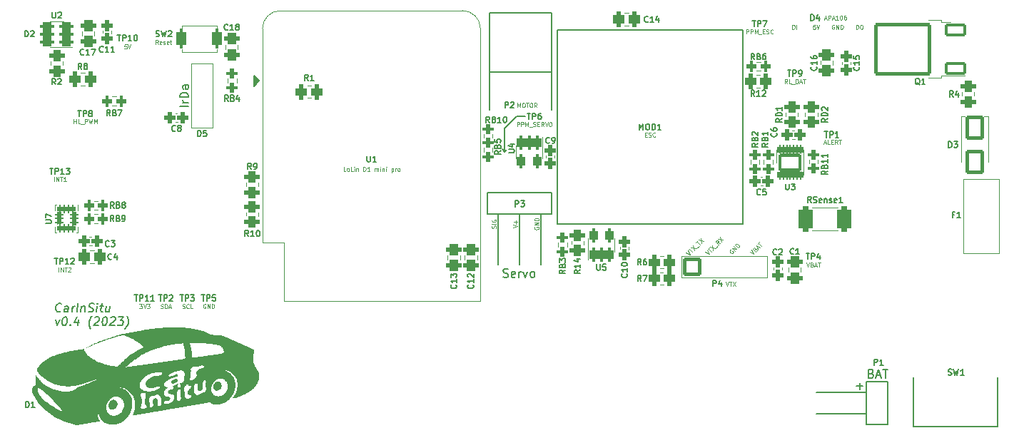
<source format=gbr>
%TF.GenerationSoftware,KiCad,Pcbnew,(6.0.11)*%
%TF.CreationDate,2023-02-13T14:33:55+01:00*%
%TF.ProjectId,carinsitu,63617269-6e73-4697-9475-2e6b69636164,1*%
%TF.SameCoordinates,Original*%
%TF.FileFunction,Legend,Top*%
%TF.FilePolarity,Positive*%
%FSLAX46Y46*%
G04 Gerber Fmt 4.6, Leading zero omitted, Abs format (unit mm)*
G04 Created by KiCad (PCBNEW (6.0.11)) date 2023-02-13 14:33:55*
%MOMM*%
%LPD*%
G01*
G04 APERTURE LIST*
G04 Aperture macros list*
%AMRoundRect*
0 Rectangle with rounded corners*
0 $1 Rounding radius*
0 $2 $3 $4 $5 $6 $7 $8 $9 X,Y pos of 4 corners*
0 Add a 4 corners polygon primitive as box body*
4,1,4,$2,$3,$4,$5,$6,$7,$8,$9,$2,$3,0*
0 Add four circle primitives for the rounded corners*
1,1,$1+$1,$2,$3*
1,1,$1+$1,$4,$5*
1,1,$1+$1,$6,$7*
1,1,$1+$1,$8,$9*
0 Add four rect primitives between the rounded corners*
20,1,$1+$1,$2,$3,$4,$5,0*
20,1,$1+$1,$4,$5,$6,$7,0*
20,1,$1+$1,$6,$7,$8,$9,0*
20,1,$1+$1,$8,$9,$2,$3,0*%
G04 Aperture macros list end*
%ADD10C,0.150000*%
%ADD11C,0.152400*%
%ADD12C,0.125000*%
%ADD13C,0.200000*%
%ADD14C,0.120000*%
%ADD15C,0.100000*%
%ADD16C,1.524000*%
%ADD17C,1.800000*%
%ADD18C,1.200000*%
%ADD19C,5.400000*%
%ADD20C,1.924000*%
%ADD21C,2.200000*%
%ADD22C,1.900000*%
%ADD23RoundRect,0.450000X0.450000X-0.262500X0.450000X0.262500X-0.450000X0.262500X-0.450000X-0.262500X0*%
%ADD24RoundRect,0.350000X0.512500X0.150000X-0.512500X0.150000X-0.512500X-0.150000X0.512500X-0.150000X0*%
%ADD25RoundRect,0.450000X-0.475000X0.250000X-0.475000X-0.250000X0.475000X-0.250000X0.475000X0.250000X0*%
%ADD26RoundRect,0.425000X-0.250000X0.225000X-0.250000X-0.225000X0.250000X-0.225000X0.250000X0.225000X0*%
%ADD27RoundRect,0.425000X-0.225000X-0.250000X0.225000X-0.250000X0.225000X0.250000X-0.225000X0.250000X0*%
%ADD28RoundRect,0.450000X-0.262500X-0.450000X0.262500X-0.450000X0.262500X0.450000X-0.262500X0.450000X0*%
%ADD29RoundRect,0.450000X-0.250000X-0.475000X0.250000X-0.475000X0.250000X0.475000X-0.250000X0.475000X0*%
%ADD30C,2.100000*%
%ADD31RoundRect,0.350000X-0.150000X0.512500X-0.150000X-0.512500X0.150000X-0.512500X0.150000X0.512500X0*%
%ADD32RoundRect,0.287500X-0.087500X0.225000X-0.087500X-0.225000X0.087500X-0.225000X0.087500X0.225000X0*%
%ADD33RoundRect,0.287500X-0.225000X0.087500X-0.225000X-0.087500X0.225000X-0.087500X0.225000X0.087500X0*%
%ADD34O,2.400000X2.000000*%
%ADD35RoundRect,0.450000X0.262500X0.450000X-0.262500X0.450000X-0.262500X-0.450000X0.262500X-0.450000X0*%
%ADD36RoundRect,0.450000X-0.450000X0.262500X-0.450000X-0.262500X0.450000X-0.262500X0.450000X0.262500X0*%
%ADD37RoundRect,0.250000X0.050000X-0.337500X0.050000X0.337500X-0.050000X0.337500X-0.050000X-0.337500X0*%
%ADD38RoundRect,0.200000X1.175000X-0.890000X1.175000X0.890000X-1.175000X0.890000X-1.175000X-0.890000X0*%
%ADD39RoundRect,0.425000X0.250000X-0.225000X0.250000X0.225000X-0.250000X0.225000X-0.250000X-0.225000X0*%
%ADD40RoundRect,0.450000X0.475000X-0.250000X0.475000X0.250000X-0.475000X0.250000X-0.475000X-0.250000X0*%
%ADD41RoundRect,0.450000X-0.362500X-1.075000X0.362500X-1.075000X0.362500X1.075000X-0.362500X1.075000X0*%
%ADD42RoundRect,0.400000X0.275000X-0.200000X0.275000X0.200000X-0.275000X0.200000X-0.275000X-0.200000X0*%
%ADD43RoundRect,0.425000X0.225000X0.250000X-0.225000X0.250000X-0.225000X-0.250000X0.225000X-0.250000X0*%
%ADD44C,2.400000*%
%ADD45RoundRect,0.400000X-0.275000X0.200000X-0.275000X-0.200000X0.275000X-0.200000X0.275000X0.200000X0*%
%ADD46RoundRect,0.400000X0.200000X0.275000X-0.200000X0.275000X-0.200000X-0.275000X0.200000X-0.275000X0*%
%ADD47RoundRect,0.200000X-0.900000X-0.900000X0.900000X-0.900000X0.900000X0.900000X-0.900000X0.900000X0*%
%ADD48RoundRect,0.200000X1.100000X0.600000X-1.100000X0.600000X-1.100000X-0.600000X1.100000X-0.600000X0*%
%ADD49RoundRect,0.200000X3.200000X2.900000X-3.200000X2.900000X-3.200000X-2.900000X3.200000X-2.900000X0*%
%ADD50RoundRect,0.400000X-0.200000X-0.800000X0.200000X-0.800000X0.200000X0.800000X-0.200000X0.800000X0*%
%ADD51RoundRect,0.400000X-0.200000X-0.275000X0.200000X-0.275000X0.200000X0.275000X-0.200000X0.275000X0*%
%ADD52RoundRect,0.200000X-0.900000X1.250000X-0.900000X-1.250000X0.900000X-1.250000X0.900000X1.250000X0*%
%ADD53O,4.400000X2.900000*%
%ADD54RoundRect,0.350000X0.150000X-0.512500X0.150000X0.512500X-0.150000X0.512500X-0.150000X-0.512500X0*%
G04 APERTURE END LIST*
D10*
X145200000Y-92800000D02*
X143750000Y-94250000D01*
X146200000Y-92800000D02*
X145200000Y-92800000D01*
X143750000Y-97037500D02*
X143975000Y-96737500D01*
X143750000Y-97037500D02*
X143500000Y-96712500D01*
X143750000Y-94262500D02*
X143750000Y-97037500D01*
D11*
X91056440Y-115912142D02*
X91002869Y-115959761D01*
X90854060Y-116007380D01*
X90758821Y-116007380D01*
X90621917Y-115959761D01*
X90538583Y-115864523D01*
X90502869Y-115769285D01*
X90479060Y-115578809D01*
X90496917Y-115435952D01*
X90568345Y-115245476D01*
X90627869Y-115150238D01*
X90735012Y-115055000D01*
X90883821Y-115007380D01*
X90979060Y-115007380D01*
X91115964Y-115055000D01*
X91157631Y-115102619D01*
X91901679Y-116007380D02*
X91967155Y-115483571D01*
X91931440Y-115388333D01*
X91842155Y-115340714D01*
X91651679Y-115340714D01*
X91550488Y-115388333D01*
X91907631Y-115959761D02*
X91806440Y-116007380D01*
X91568345Y-116007380D01*
X91479060Y-115959761D01*
X91443345Y-115864523D01*
X91455250Y-115769285D01*
X91514774Y-115674047D01*
X91615964Y-115626428D01*
X91854060Y-115626428D01*
X91955250Y-115578809D01*
X92377869Y-116007380D02*
X92461202Y-115340714D01*
X92437393Y-115531190D02*
X92496917Y-115435952D01*
X92550488Y-115388333D01*
X92651679Y-115340714D01*
X92746917Y-115340714D01*
X92996917Y-116007380D02*
X93121917Y-115007380D01*
X93556440Y-115340714D02*
X93473107Y-116007380D01*
X93544536Y-115435952D02*
X93598107Y-115388333D01*
X93699298Y-115340714D01*
X93842155Y-115340714D01*
X93931440Y-115388333D01*
X93967155Y-115483571D01*
X93901679Y-116007380D01*
X94336202Y-115959761D02*
X94473107Y-116007380D01*
X94711202Y-116007380D01*
X94812393Y-115959761D01*
X94865964Y-115912142D01*
X94925488Y-115816904D01*
X94937393Y-115721666D01*
X94901679Y-115626428D01*
X94860012Y-115578809D01*
X94770726Y-115531190D01*
X94586202Y-115483571D01*
X94496917Y-115435952D01*
X94455250Y-115388333D01*
X94419536Y-115293095D01*
X94431440Y-115197857D01*
X94490964Y-115102619D01*
X94544536Y-115055000D01*
X94645726Y-115007380D01*
X94883821Y-115007380D01*
X95020726Y-115055000D01*
X95330250Y-116007380D02*
X95413583Y-115340714D01*
X95455250Y-115007380D02*
X95401679Y-115055000D01*
X95443345Y-115102619D01*
X95496917Y-115055000D01*
X95455250Y-115007380D01*
X95443345Y-115102619D01*
X95746917Y-115340714D02*
X96127869Y-115340714D01*
X95931440Y-115007380D02*
X95824298Y-115864523D01*
X95860012Y-115959761D01*
X95949298Y-116007380D01*
X96044536Y-116007380D01*
X96889774Y-115340714D02*
X96806440Y-116007380D01*
X96461202Y-115340714D02*
X96395726Y-115864523D01*
X96431440Y-115959761D01*
X96520726Y-116007380D01*
X96663583Y-116007380D01*
X96764774Y-115959761D01*
X96818345Y-115912142D01*
X90461202Y-116950714D02*
X90615964Y-117617380D01*
X90937393Y-116950714D01*
X91550488Y-116617380D02*
X91645726Y-116617380D01*
X91735012Y-116665000D01*
X91776679Y-116712619D01*
X91812393Y-116807857D01*
X91836202Y-116998333D01*
X91806440Y-117236428D01*
X91735012Y-117426904D01*
X91675488Y-117522142D01*
X91621917Y-117569761D01*
X91520726Y-117617380D01*
X91425488Y-117617380D01*
X91336202Y-117569761D01*
X91294536Y-117522142D01*
X91258821Y-117426904D01*
X91235012Y-117236428D01*
X91264774Y-116998333D01*
X91336202Y-116807857D01*
X91395726Y-116712619D01*
X91449298Y-116665000D01*
X91550488Y-116617380D01*
X92199298Y-117522142D02*
X92240964Y-117569761D01*
X92187393Y-117617380D01*
X92145726Y-117569761D01*
X92199298Y-117522142D01*
X92187393Y-117617380D01*
X93175488Y-116950714D02*
X93092155Y-117617380D01*
X92985012Y-116569761D02*
X92657631Y-117284047D01*
X93276679Y-117284047D01*
X94615964Y-117998333D02*
X94574298Y-117950714D01*
X94496917Y-117807857D01*
X94461202Y-117712619D01*
X94431440Y-117569761D01*
X94413583Y-117331666D01*
X94437393Y-117141190D01*
X94514774Y-116903095D01*
X94580250Y-116760238D01*
X94639774Y-116665000D01*
X94752869Y-116522142D01*
X94806440Y-116474523D01*
X95110012Y-116712619D02*
X95163583Y-116665000D01*
X95264774Y-116617380D01*
X95502869Y-116617380D01*
X95592155Y-116665000D01*
X95633821Y-116712619D01*
X95669536Y-116807857D01*
X95657631Y-116903095D01*
X95592155Y-117045952D01*
X94949298Y-117617380D01*
X95568345Y-117617380D01*
X96312393Y-116617380D02*
X96407631Y-116617380D01*
X96496917Y-116665000D01*
X96538583Y-116712619D01*
X96574298Y-116807857D01*
X96598107Y-116998333D01*
X96568345Y-117236428D01*
X96496917Y-117426904D01*
X96437393Y-117522142D01*
X96383821Y-117569761D01*
X96282631Y-117617380D01*
X96187393Y-117617380D01*
X96098107Y-117569761D01*
X96056440Y-117522142D01*
X96020726Y-117426904D01*
X95996917Y-117236428D01*
X96026679Y-116998333D01*
X96098107Y-116807857D01*
X96157631Y-116712619D01*
X96211202Y-116665000D01*
X96312393Y-116617380D01*
X97014774Y-116712619D02*
X97068345Y-116665000D01*
X97169536Y-116617380D01*
X97407631Y-116617380D01*
X97496917Y-116665000D01*
X97538583Y-116712619D01*
X97574298Y-116807857D01*
X97562393Y-116903095D01*
X97496917Y-117045952D01*
X96854060Y-117617380D01*
X97473107Y-117617380D01*
X97931440Y-116617380D02*
X98550488Y-116617380D01*
X98169536Y-116998333D01*
X98312393Y-116998333D01*
X98401679Y-117045952D01*
X98443345Y-117093571D01*
X98479060Y-117188809D01*
X98449298Y-117426904D01*
X98389774Y-117522142D01*
X98336202Y-117569761D01*
X98235012Y-117617380D01*
X97949298Y-117617380D01*
X97860012Y-117569761D01*
X97818345Y-117522142D01*
X98711202Y-117998333D02*
X98764774Y-117950714D01*
X98877869Y-117807857D01*
X98937393Y-117712619D01*
X99002869Y-117569761D01*
X99080250Y-117331666D01*
X99104060Y-117141190D01*
X99086202Y-116903095D01*
X99056440Y-116760238D01*
X99020726Y-116665000D01*
X98943345Y-116522142D01*
X98901679Y-116474523D01*
D10*
%TO.C,P2*%
X143783333Y-91791666D02*
X143783333Y-91091666D01*
X144050000Y-91091666D01*
X144116666Y-91125000D01*
X144150000Y-91158333D01*
X144183333Y-91225000D01*
X144183333Y-91325000D01*
X144150000Y-91391666D01*
X144116666Y-91425000D01*
X144050000Y-91458333D01*
X143783333Y-91458333D01*
X144450000Y-91158333D02*
X144483333Y-91125000D01*
X144550000Y-91091666D01*
X144716666Y-91091666D01*
X144783333Y-91125000D01*
X144816666Y-91158333D01*
X144850000Y-91225000D01*
X144850000Y-91291666D01*
X144816666Y-91391666D01*
X144416666Y-91791666D01*
X144850000Y-91791666D01*
D12*
X145269047Y-91726190D02*
X145269047Y-91226190D01*
X145435714Y-91583333D01*
X145602380Y-91226190D01*
X145602380Y-91726190D01*
X145935714Y-91226190D02*
X146030952Y-91226190D01*
X146078571Y-91250000D01*
X146126190Y-91297619D01*
X146150000Y-91392857D01*
X146150000Y-91559523D01*
X146126190Y-91654761D01*
X146078571Y-91702380D01*
X146030952Y-91726190D01*
X145935714Y-91726190D01*
X145888095Y-91702380D01*
X145840476Y-91654761D01*
X145816666Y-91559523D01*
X145816666Y-91392857D01*
X145840476Y-91297619D01*
X145888095Y-91250000D01*
X145935714Y-91226190D01*
X146292857Y-91226190D02*
X146578571Y-91226190D01*
X146435714Y-91726190D02*
X146435714Y-91226190D01*
X146840476Y-91226190D02*
X146935714Y-91226190D01*
X146983333Y-91250000D01*
X147030952Y-91297619D01*
X147054761Y-91392857D01*
X147054761Y-91559523D01*
X147030952Y-91654761D01*
X146983333Y-91702380D01*
X146935714Y-91726190D01*
X146840476Y-91726190D01*
X146792857Y-91702380D01*
X146745238Y-91654761D01*
X146721428Y-91559523D01*
X146721428Y-91392857D01*
X146745238Y-91297619D01*
X146792857Y-91250000D01*
X146840476Y-91226190D01*
X147554761Y-91726190D02*
X147388095Y-91488095D01*
X147269047Y-91726190D02*
X147269047Y-91226190D01*
X147459523Y-91226190D01*
X147507142Y-91250000D01*
X147530952Y-91273809D01*
X147554761Y-91321428D01*
X147554761Y-91392857D01*
X147530952Y-91440476D01*
X147507142Y-91464285D01*
X147459523Y-91488095D01*
X147269047Y-91488095D01*
D10*
%TO.C,MOD1*%
X159696666Y-94386666D02*
X159696666Y-93686666D01*
X159930000Y-94186666D01*
X160163333Y-93686666D01*
X160163333Y-94386666D01*
X160630000Y-93686666D02*
X160763333Y-93686666D01*
X160830000Y-93720000D01*
X160896666Y-93786666D01*
X160930000Y-93920000D01*
X160930000Y-94153333D01*
X160896666Y-94286666D01*
X160830000Y-94353333D01*
X160763333Y-94386666D01*
X160630000Y-94386666D01*
X160563333Y-94353333D01*
X160496666Y-94286666D01*
X160463333Y-94153333D01*
X160463333Y-93920000D01*
X160496666Y-93786666D01*
X160563333Y-93720000D01*
X160630000Y-93686666D01*
X161230000Y-94386666D02*
X161230000Y-93686666D01*
X161396666Y-93686666D01*
X161496666Y-93720000D01*
X161563333Y-93786666D01*
X161596666Y-93853333D01*
X161630000Y-93986666D01*
X161630000Y-94086666D01*
X161596666Y-94220000D01*
X161563333Y-94286666D01*
X161496666Y-94353333D01*
X161396666Y-94386666D01*
X161230000Y-94386666D01*
X162296666Y-94386666D02*
X161896666Y-94386666D01*
X162096666Y-94386666D02*
X162096666Y-93686666D01*
X162030000Y-93786666D01*
X161963333Y-93853333D01*
X161896666Y-93886666D01*
D12*
X160384761Y-94974085D02*
X160551428Y-94974085D01*
X160622857Y-95235990D02*
X160384761Y-95235990D01*
X160384761Y-94735990D01*
X160622857Y-94735990D01*
X160813333Y-95212180D02*
X160884761Y-95235990D01*
X161003809Y-95235990D01*
X161051428Y-95212180D01*
X161075238Y-95188371D01*
X161099047Y-95140752D01*
X161099047Y-95093133D01*
X161075238Y-95045514D01*
X161051428Y-95021704D01*
X161003809Y-94997895D01*
X160908571Y-94974085D01*
X160860952Y-94950276D01*
X160837142Y-94926466D01*
X160813333Y-94878847D01*
X160813333Y-94831228D01*
X160837142Y-94783609D01*
X160860952Y-94759800D01*
X160908571Y-94735990D01*
X161027619Y-94735990D01*
X161099047Y-94759800D01*
X161599047Y-95188371D02*
X161575238Y-95212180D01*
X161503809Y-95235990D01*
X161456190Y-95235990D01*
X161384761Y-95212180D01*
X161337142Y-95164561D01*
X161313333Y-95116942D01*
X161289523Y-95021704D01*
X161289523Y-94950276D01*
X161313333Y-94855038D01*
X161337142Y-94807419D01*
X161384761Y-94759800D01*
X161456190Y-94735990D01*
X161503809Y-94735990D01*
X161575238Y-94759800D01*
X161599047Y-94783609D01*
D10*
%TO.C,R2*%
X90459933Y-89025866D02*
X90226600Y-88692533D01*
X90059933Y-89025866D02*
X90059933Y-88325866D01*
X90326600Y-88325866D01*
X90393266Y-88359200D01*
X90426600Y-88392533D01*
X90459933Y-88459200D01*
X90459933Y-88559200D01*
X90426600Y-88625866D01*
X90393266Y-88659200D01*
X90326600Y-88692533D01*
X90059933Y-88692533D01*
X90726600Y-88392533D02*
X90759933Y-88359200D01*
X90826600Y-88325866D01*
X90993266Y-88325866D01*
X91059933Y-88359200D01*
X91093266Y-88392533D01*
X91126600Y-88459200D01*
X91126600Y-88525866D01*
X91093266Y-88625866D01*
X90693266Y-89025866D01*
X91126600Y-89025866D01*
%TO.C,U2*%
X90056666Y-80436666D02*
X90056666Y-81003333D01*
X90090000Y-81070000D01*
X90123333Y-81103333D01*
X90190000Y-81136666D01*
X90323333Y-81136666D01*
X90390000Y-81103333D01*
X90423333Y-81070000D01*
X90456666Y-81003333D01*
X90456666Y-80436666D01*
X90756666Y-80503333D02*
X90790000Y-80470000D01*
X90856666Y-80436666D01*
X91023333Y-80436666D01*
X91090000Y-80470000D01*
X91123333Y-80503333D01*
X91156666Y-80570000D01*
X91156666Y-80636666D01*
X91123333Y-80736666D01*
X90723333Y-81136666D01*
X91156666Y-81136666D01*
%TO.C,P1*%
X187581933Y-122326866D02*
X187581933Y-121626866D01*
X187848600Y-121626866D01*
X187915266Y-121660200D01*
X187948600Y-121693533D01*
X187981933Y-121760200D01*
X187981933Y-121860200D01*
X187948600Y-121926866D01*
X187915266Y-121960200D01*
X187848600Y-121993533D01*
X187581933Y-121993533D01*
X188648600Y-122326866D02*
X188248600Y-122326866D01*
X188448600Y-122326866D02*
X188448600Y-121626866D01*
X188381933Y-121726866D01*
X188315266Y-121793533D01*
X188248600Y-121826866D01*
D13*
X187247304Y-123321771D02*
X187390161Y-123369390D01*
X187437780Y-123417009D01*
X187485400Y-123512247D01*
X187485400Y-123655104D01*
X187437780Y-123750342D01*
X187390161Y-123797961D01*
X187294923Y-123845580D01*
X186913971Y-123845580D01*
X186913971Y-122845580D01*
X187247304Y-122845580D01*
X187342542Y-122893200D01*
X187390161Y-122940819D01*
X187437780Y-123036057D01*
X187437780Y-123131295D01*
X187390161Y-123226533D01*
X187342542Y-123274152D01*
X187247304Y-123321771D01*
X186913971Y-123321771D01*
X187866352Y-123559866D02*
X188342542Y-123559866D01*
X187771114Y-123845580D02*
X188104447Y-122845580D01*
X188437780Y-123845580D01*
X188628257Y-122845580D02*
X189199685Y-122845580D01*
X188913971Y-123845580D02*
X188913971Y-122845580D01*
X185881971Y-124434647D02*
X185881971Y-125196552D01*
X185501019Y-124815600D02*
X186262923Y-124815600D01*
D10*
%TO.C,C1*%
X178033333Y-109103300D02*
X178000000Y-109136633D01*
X177900000Y-109169966D01*
X177833333Y-109169966D01*
X177733333Y-109136633D01*
X177666666Y-109069966D01*
X177633333Y-109003300D01*
X177600000Y-108869966D01*
X177600000Y-108769966D01*
X177633333Y-108636633D01*
X177666666Y-108569966D01*
X177733333Y-108503300D01*
X177833333Y-108469966D01*
X177900000Y-108469966D01*
X178000000Y-108503300D01*
X178033333Y-108536633D01*
X178700000Y-109169966D02*
X178300000Y-109169966D01*
X178500000Y-109169966D02*
X178500000Y-108469966D01*
X178433333Y-108569966D01*
X178366666Y-108636633D01*
X178300000Y-108669966D01*
%TO.C,C2*%
X176001333Y-109179500D02*
X175968000Y-109212833D01*
X175868000Y-109246166D01*
X175801333Y-109246166D01*
X175701333Y-109212833D01*
X175634666Y-109146166D01*
X175601333Y-109079500D01*
X175568000Y-108946166D01*
X175568000Y-108846166D01*
X175601333Y-108712833D01*
X175634666Y-108646166D01*
X175701333Y-108579500D01*
X175801333Y-108546166D01*
X175868000Y-108546166D01*
X175968000Y-108579500D01*
X176001333Y-108612833D01*
X176268000Y-108612833D02*
X176301333Y-108579500D01*
X176368000Y-108546166D01*
X176534666Y-108546166D01*
X176601333Y-108579500D01*
X176634666Y-108612833D01*
X176668000Y-108679500D01*
X176668000Y-108746166D01*
X176634666Y-108846166D01*
X176234666Y-109246166D01*
X176668000Y-109246166D01*
%TO.C,C3*%
X96803333Y-108180000D02*
X96770000Y-108213333D01*
X96670000Y-108246666D01*
X96603333Y-108246666D01*
X96503333Y-108213333D01*
X96436666Y-108146666D01*
X96403333Y-108080000D01*
X96370000Y-107946666D01*
X96370000Y-107846666D01*
X96403333Y-107713333D01*
X96436666Y-107646666D01*
X96503333Y-107580000D01*
X96603333Y-107546666D01*
X96670000Y-107546666D01*
X96770000Y-107580000D01*
X96803333Y-107613333D01*
X97036666Y-107546666D02*
X97470000Y-107546666D01*
X97236666Y-107813333D01*
X97336666Y-107813333D01*
X97403333Y-107846666D01*
X97436666Y-107880000D01*
X97470000Y-107946666D01*
X97470000Y-108113333D01*
X97436666Y-108180000D01*
X97403333Y-108213333D01*
X97336666Y-108246666D01*
X97136666Y-108246666D01*
X97070000Y-108213333D01*
X97036666Y-108180000D01*
%TO.C,R1*%
X120431733Y-88557266D02*
X120198400Y-88223933D01*
X120031733Y-88557266D02*
X120031733Y-87857266D01*
X120298400Y-87857266D01*
X120365066Y-87890600D01*
X120398400Y-87923933D01*
X120431733Y-87990600D01*
X120431733Y-88090600D01*
X120398400Y-88157266D01*
X120365066Y-88190600D01*
X120298400Y-88223933D01*
X120031733Y-88223933D01*
X121098400Y-88557266D02*
X120698400Y-88557266D01*
X120898400Y-88557266D02*
X120898400Y-87857266D01*
X120831733Y-87957266D01*
X120765066Y-88023933D01*
X120698400Y-88057266D01*
%TO.C,C4*%
X97113333Y-109730000D02*
X97080000Y-109763333D01*
X96980000Y-109796666D01*
X96913333Y-109796666D01*
X96813333Y-109763333D01*
X96746666Y-109696666D01*
X96713333Y-109630000D01*
X96680000Y-109496666D01*
X96680000Y-109396666D01*
X96713333Y-109263333D01*
X96746666Y-109196666D01*
X96813333Y-109130000D01*
X96913333Y-109096666D01*
X96980000Y-109096666D01*
X97080000Y-109130000D01*
X97113333Y-109163333D01*
X97713333Y-109330000D02*
X97713333Y-109796666D01*
X97546666Y-109063333D02*
X97380000Y-109563333D01*
X97813333Y-109563333D01*
%TO.C,SW1*%
X196373866Y-123473333D02*
X196473866Y-123506666D01*
X196640533Y-123506666D01*
X196707200Y-123473333D01*
X196740533Y-123440000D01*
X196773866Y-123373333D01*
X196773866Y-123306666D01*
X196740533Y-123240000D01*
X196707200Y-123206666D01*
X196640533Y-123173333D01*
X196507200Y-123140000D01*
X196440533Y-123106666D01*
X196407200Y-123073333D01*
X196373866Y-123006666D01*
X196373866Y-122940000D01*
X196407200Y-122873333D01*
X196440533Y-122840000D01*
X196507200Y-122806666D01*
X196673866Y-122806666D01*
X196773866Y-122840000D01*
X197007200Y-122806666D02*
X197173866Y-123506666D01*
X197307200Y-123006666D01*
X197440533Y-123506666D01*
X197607200Y-122806666D01*
X198240533Y-123506666D02*
X197840533Y-123506666D01*
X198040533Y-123506666D02*
X198040533Y-122806666D01*
X197973866Y-122906666D01*
X197907200Y-122973333D01*
X197840533Y-123006666D01*
%TO.C,P3*%
X144999933Y-103516866D02*
X144999933Y-102816866D01*
X145266600Y-102816866D01*
X145333266Y-102850200D01*
X145366600Y-102883533D01*
X145399933Y-102950200D01*
X145399933Y-103050200D01*
X145366600Y-103116866D01*
X145333266Y-103150200D01*
X145266600Y-103183533D01*
X144999933Y-103183533D01*
X145633266Y-102816866D02*
X146066600Y-102816866D01*
X145833266Y-103083533D01*
X145933266Y-103083533D01*
X145999933Y-103116866D01*
X146033266Y-103150200D01*
X146066600Y-103216866D01*
X146066600Y-103383533D01*
X146033266Y-103450200D01*
X145999933Y-103483533D01*
X145933266Y-103516866D01*
X145733266Y-103516866D01*
X145666600Y-103483533D01*
X145633266Y-103450200D01*
D12*
X147298600Y-105943352D02*
X147274790Y-105990971D01*
X147274790Y-106062400D01*
X147298600Y-106133828D01*
X147346219Y-106181447D01*
X147393838Y-106205257D01*
X147489076Y-106229066D01*
X147560504Y-106229066D01*
X147655742Y-106205257D01*
X147703361Y-106181447D01*
X147750980Y-106133828D01*
X147774790Y-106062400D01*
X147774790Y-106014780D01*
X147750980Y-105943352D01*
X147727171Y-105919542D01*
X147560504Y-105919542D01*
X147560504Y-106014780D01*
X147774790Y-105705257D02*
X147274790Y-105705257D01*
X147774790Y-105419542D01*
X147274790Y-105419542D01*
X147774790Y-105181447D02*
X147274790Y-105181447D01*
X147274790Y-105062400D01*
X147298600Y-104990971D01*
X147346219Y-104943352D01*
X147393838Y-104919542D01*
X147489076Y-104895733D01*
X147560504Y-104895733D01*
X147655742Y-104919542D01*
X147703361Y-104943352D01*
X147750980Y-104990971D01*
X147774790Y-105062400D01*
X147774790Y-105181447D01*
D13*
X143583257Y-111859961D02*
X143726114Y-111907580D01*
X143964209Y-111907580D01*
X144059447Y-111859961D01*
X144107066Y-111812342D01*
X144154685Y-111717104D01*
X144154685Y-111621866D01*
X144107066Y-111526628D01*
X144059447Y-111479009D01*
X143964209Y-111431390D01*
X143773733Y-111383771D01*
X143678495Y-111336152D01*
X143630876Y-111288533D01*
X143583257Y-111193295D01*
X143583257Y-111098057D01*
X143630876Y-111002819D01*
X143678495Y-110955200D01*
X143773733Y-110907580D01*
X144011828Y-110907580D01*
X144154685Y-110955200D01*
X144964209Y-111859961D02*
X144868971Y-111907580D01*
X144678495Y-111907580D01*
X144583257Y-111859961D01*
X144535638Y-111764723D01*
X144535638Y-111383771D01*
X144583257Y-111288533D01*
X144678495Y-111240914D01*
X144868971Y-111240914D01*
X144964209Y-111288533D01*
X145011828Y-111383771D01*
X145011828Y-111479009D01*
X144535638Y-111574247D01*
X145440400Y-111907580D02*
X145440400Y-111240914D01*
X145440400Y-111431390D02*
X145488019Y-111336152D01*
X145535638Y-111288533D01*
X145630876Y-111240914D01*
X145726114Y-111240914D01*
X145964209Y-111240914D02*
X146202304Y-111907580D01*
X146440400Y-111240914D01*
X146964209Y-111907580D02*
X146868971Y-111859961D01*
X146821352Y-111812342D01*
X146773733Y-111717104D01*
X146773733Y-111431390D01*
X146821352Y-111336152D01*
X146868971Y-111288533D01*
X146964209Y-111240914D01*
X147107066Y-111240914D01*
X147202304Y-111288533D01*
X147249923Y-111336152D01*
X147297542Y-111431390D01*
X147297542Y-111717104D01*
X147249923Y-111812342D01*
X147202304Y-111859961D01*
X147107066Y-111907580D01*
X146964209Y-111907580D01*
D12*
X144734790Y-106038590D02*
X145234790Y-105871923D01*
X144734790Y-105705257D01*
X145044314Y-105538590D02*
X145044314Y-105157638D01*
X145234790Y-105348114D02*
X144853838Y-105348114D01*
X142696380Y-106074304D02*
X142720190Y-106002876D01*
X142720190Y-105883828D01*
X142696380Y-105836209D01*
X142672571Y-105812400D01*
X142624952Y-105788590D01*
X142577333Y-105788590D01*
X142529714Y-105812400D01*
X142505904Y-105836209D01*
X142482095Y-105883828D01*
X142458285Y-105979066D01*
X142434476Y-106026685D01*
X142410666Y-106050495D01*
X142363047Y-106074304D01*
X142315428Y-106074304D01*
X142267809Y-106050495D01*
X142244000Y-106026685D01*
X142220190Y-105979066D01*
X142220190Y-105860019D01*
X142244000Y-105788590D01*
X142720190Y-105574304D02*
X142220190Y-105574304D01*
X142244000Y-105074304D02*
X142220190Y-105121923D01*
X142220190Y-105193352D01*
X142244000Y-105264780D01*
X142291619Y-105312400D01*
X142339238Y-105336209D01*
X142434476Y-105360019D01*
X142505904Y-105360019D01*
X142601142Y-105336209D01*
X142648761Y-105312400D01*
X142696380Y-105264780D01*
X142720190Y-105193352D01*
X142720190Y-105145733D01*
X142696380Y-105074304D01*
X142672571Y-105050495D01*
X142505904Y-105050495D01*
X142505904Y-105145733D01*
D10*
%TO.C,U4*%
X144191666Y-97108333D02*
X144758333Y-97108333D01*
X144825000Y-97075000D01*
X144858333Y-97041666D01*
X144891666Y-96975000D01*
X144891666Y-96841666D01*
X144858333Y-96775000D01*
X144825000Y-96741666D01*
X144758333Y-96708333D01*
X144191666Y-96708333D01*
X144425000Y-96075000D02*
X144891666Y-96075000D01*
X144158333Y-96241666D02*
X144658333Y-96408333D01*
X144658333Y-95975000D01*
%TO.C,R6*%
X159928733Y-110425666D02*
X159695400Y-110092333D01*
X159528733Y-110425666D02*
X159528733Y-109725666D01*
X159795400Y-109725666D01*
X159862066Y-109759000D01*
X159895400Y-109792333D01*
X159928733Y-109859000D01*
X159928733Y-109959000D01*
X159895400Y-110025666D01*
X159862066Y-110059000D01*
X159795400Y-110092333D01*
X159528733Y-110092333D01*
X160528733Y-109725666D02*
X160395400Y-109725666D01*
X160328733Y-109759000D01*
X160295400Y-109792333D01*
X160228733Y-109892333D01*
X160195400Y-110025666D01*
X160195400Y-110292333D01*
X160228733Y-110359000D01*
X160262066Y-110392333D01*
X160328733Y-110425666D01*
X160462066Y-110425666D01*
X160528733Y-110392333D01*
X160562066Y-110359000D01*
X160595400Y-110292333D01*
X160595400Y-110125666D01*
X160562066Y-110059000D01*
X160528733Y-110025666D01*
X160462066Y-109992333D01*
X160328733Y-109992333D01*
X160262066Y-110025666D01*
X160228733Y-110059000D01*
X160195400Y-110125666D01*
%TO.C,R7*%
X159928733Y-112356066D02*
X159695400Y-112022733D01*
X159528733Y-112356066D02*
X159528733Y-111656066D01*
X159795400Y-111656066D01*
X159862066Y-111689400D01*
X159895400Y-111722733D01*
X159928733Y-111789400D01*
X159928733Y-111889400D01*
X159895400Y-111956066D01*
X159862066Y-111989400D01*
X159795400Y-112022733D01*
X159528733Y-112022733D01*
X160162066Y-111656066D02*
X160628733Y-111656066D01*
X160328733Y-112356066D01*
%TO.C,U7*%
X89283466Y-105486133D02*
X89850133Y-105486133D01*
X89916800Y-105452800D01*
X89950133Y-105419466D01*
X89983466Y-105352800D01*
X89983466Y-105219466D01*
X89950133Y-105152800D01*
X89916800Y-105119466D01*
X89850133Y-105086133D01*
X89283466Y-105086133D01*
X89283466Y-104819466D02*
X89283466Y-104352800D01*
X89983466Y-104652800D01*
%TO.C,U1*%
X127406466Y-97496666D02*
X127406466Y-98063333D01*
X127439800Y-98130000D01*
X127473133Y-98163333D01*
X127539800Y-98196666D01*
X127673133Y-98196666D01*
X127739800Y-98163333D01*
X127773133Y-98130000D01*
X127806466Y-98063333D01*
X127806466Y-97496666D01*
X128506466Y-98196666D02*
X128106466Y-98196666D01*
X128306466Y-98196666D02*
X128306466Y-97496666D01*
X128239800Y-97596666D01*
X128173133Y-97663333D01*
X128106466Y-97696666D01*
D12*
X124881866Y-99299990D02*
X124643771Y-99299990D01*
X124643771Y-98799990D01*
X125119961Y-99299990D02*
X125072342Y-99276180D01*
X125048533Y-99252371D01*
X125024723Y-99204752D01*
X125024723Y-99061895D01*
X125048533Y-99014276D01*
X125072342Y-98990466D01*
X125119961Y-98966657D01*
X125191390Y-98966657D01*
X125239009Y-98990466D01*
X125262819Y-99014276D01*
X125286628Y-99061895D01*
X125286628Y-99204752D01*
X125262819Y-99252371D01*
X125239009Y-99276180D01*
X125191390Y-99299990D01*
X125119961Y-99299990D01*
X125739009Y-99299990D02*
X125500914Y-99299990D01*
X125500914Y-98799990D01*
X125905676Y-99299990D02*
X125905676Y-98966657D01*
X125905676Y-98799990D02*
X125881866Y-98823800D01*
X125905676Y-98847609D01*
X125929485Y-98823800D01*
X125905676Y-98799990D01*
X125905676Y-98847609D01*
X126143771Y-98966657D02*
X126143771Y-99299990D01*
X126143771Y-99014276D02*
X126167580Y-98990466D01*
X126215200Y-98966657D01*
X126286628Y-98966657D01*
X126334247Y-98990466D01*
X126358057Y-99038085D01*
X126358057Y-99299990D01*
X126977104Y-99299990D02*
X126977104Y-98799990D01*
X127096152Y-98799990D01*
X127167580Y-98823800D01*
X127215200Y-98871419D01*
X127239009Y-98919038D01*
X127262819Y-99014276D01*
X127262819Y-99085704D01*
X127239009Y-99180942D01*
X127215200Y-99228561D01*
X127167580Y-99276180D01*
X127096152Y-99299990D01*
X126977104Y-99299990D01*
X127739009Y-99299990D02*
X127453295Y-99299990D01*
X127596152Y-99299990D02*
X127596152Y-98799990D01*
X127548533Y-98871419D01*
X127500914Y-98919038D01*
X127453295Y-98942847D01*
X128334247Y-99299990D02*
X128334247Y-98966657D01*
X128334247Y-99014276D02*
X128358057Y-98990466D01*
X128405676Y-98966657D01*
X128477104Y-98966657D01*
X128524723Y-98990466D01*
X128548533Y-99038085D01*
X128548533Y-99299990D01*
X128548533Y-99038085D02*
X128572342Y-98990466D01*
X128619961Y-98966657D01*
X128691390Y-98966657D01*
X128739009Y-98990466D01*
X128762819Y-99038085D01*
X128762819Y-99299990D01*
X129000914Y-99299990D02*
X129000914Y-98966657D01*
X129000914Y-98799990D02*
X128977104Y-98823800D01*
X129000914Y-98847609D01*
X129024723Y-98823800D01*
X129000914Y-98799990D01*
X129000914Y-98847609D01*
X129239009Y-98966657D02*
X129239009Y-99299990D01*
X129239009Y-99014276D02*
X129262819Y-98990466D01*
X129310438Y-98966657D01*
X129381866Y-98966657D01*
X129429485Y-98990466D01*
X129453295Y-99038085D01*
X129453295Y-99299990D01*
X129691390Y-99299990D02*
X129691390Y-98966657D01*
X129691390Y-98799990D02*
X129667580Y-98823800D01*
X129691390Y-98847609D01*
X129715200Y-98823800D01*
X129691390Y-98799990D01*
X129691390Y-98847609D01*
X130310438Y-98966657D02*
X130310438Y-99466657D01*
X130310438Y-98990466D02*
X130358057Y-98966657D01*
X130453295Y-98966657D01*
X130500914Y-98990466D01*
X130524723Y-99014276D01*
X130548533Y-99061895D01*
X130548533Y-99204752D01*
X130524723Y-99252371D01*
X130500914Y-99276180D01*
X130453295Y-99299990D01*
X130358057Y-99299990D01*
X130310438Y-99276180D01*
X130762819Y-99299990D02*
X130762819Y-98966657D01*
X130762819Y-99061895D02*
X130786628Y-99014276D01*
X130810438Y-98990466D01*
X130858057Y-98966657D01*
X130905676Y-98966657D01*
X131143771Y-99299990D02*
X131096152Y-99276180D01*
X131072342Y-99252371D01*
X131048533Y-99204752D01*
X131048533Y-99061895D01*
X131072342Y-99014276D01*
X131096152Y-98990466D01*
X131143771Y-98966657D01*
X131215200Y-98966657D01*
X131262819Y-98990466D01*
X131286628Y-99014276D01*
X131310438Y-99061895D01*
X131310438Y-99204752D01*
X131286628Y-99252371D01*
X131262819Y-99276180D01*
X131215200Y-99299990D01*
X131143771Y-99299990D01*
D10*
%TO.C,R8*%
X93558533Y-87210066D02*
X93325200Y-86876733D01*
X93158533Y-87210066D02*
X93158533Y-86510066D01*
X93425200Y-86510066D01*
X93491866Y-86543400D01*
X93525200Y-86576733D01*
X93558533Y-86643400D01*
X93558533Y-86743400D01*
X93525200Y-86810066D01*
X93491866Y-86843400D01*
X93425200Y-86876733D01*
X93158533Y-86876733D01*
X93958533Y-86810066D02*
X93891866Y-86776733D01*
X93858533Y-86743400D01*
X93825200Y-86676733D01*
X93825200Y-86643400D01*
X93858533Y-86576733D01*
X93891866Y-86543400D01*
X93958533Y-86510066D01*
X94091866Y-86510066D01*
X94158533Y-86543400D01*
X94191866Y-86576733D01*
X94225200Y-86643400D01*
X94225200Y-86676733D01*
X94191866Y-86743400D01*
X94158533Y-86776733D01*
X94091866Y-86810066D01*
X93958533Y-86810066D01*
X93891866Y-86843400D01*
X93858533Y-86876733D01*
X93825200Y-86943400D01*
X93825200Y-87076733D01*
X93858533Y-87143400D01*
X93891866Y-87176733D01*
X93958533Y-87210066D01*
X94091866Y-87210066D01*
X94158533Y-87176733D01*
X94191866Y-87143400D01*
X94225200Y-87076733D01*
X94225200Y-86943400D01*
X94191866Y-86876733D01*
X94158533Y-86843400D01*
X94091866Y-86810066D01*
%TO.C,R9*%
X113673333Y-99083066D02*
X113440000Y-98749733D01*
X113273333Y-99083066D02*
X113273333Y-98383066D01*
X113540000Y-98383066D01*
X113606666Y-98416400D01*
X113640000Y-98449733D01*
X113673333Y-98516400D01*
X113673333Y-98616400D01*
X113640000Y-98683066D01*
X113606666Y-98716400D01*
X113540000Y-98749733D01*
X113273333Y-98749733D01*
X114006666Y-99083066D02*
X114140000Y-99083066D01*
X114206666Y-99049733D01*
X114240000Y-99016400D01*
X114306666Y-98916400D01*
X114340000Y-98783066D01*
X114340000Y-98516400D01*
X114306666Y-98449733D01*
X114273333Y-98416400D01*
X114206666Y-98383066D01*
X114073333Y-98383066D01*
X114006666Y-98416400D01*
X113973333Y-98449733D01*
X113940000Y-98516400D01*
X113940000Y-98683066D01*
X113973333Y-98749733D01*
X114006666Y-98783066D01*
X114073333Y-98816400D01*
X114206666Y-98816400D01*
X114273333Y-98783066D01*
X114306666Y-98749733D01*
X114340000Y-98683066D01*
%TO.C,R10*%
X113347600Y-107048866D02*
X113114266Y-106715533D01*
X112947600Y-107048866D02*
X112947600Y-106348866D01*
X113214266Y-106348866D01*
X113280933Y-106382200D01*
X113314266Y-106415533D01*
X113347600Y-106482200D01*
X113347600Y-106582200D01*
X113314266Y-106648866D01*
X113280933Y-106682200D01*
X113214266Y-106715533D01*
X112947600Y-106715533D01*
X114014266Y-107048866D02*
X113614266Y-107048866D01*
X113814266Y-107048866D02*
X113814266Y-106348866D01*
X113747600Y-106448866D01*
X113680933Y-106515533D01*
X113614266Y-106548866D01*
X114447600Y-106348866D02*
X114514266Y-106348866D01*
X114580933Y-106382200D01*
X114614266Y-106415533D01*
X114647600Y-106482200D01*
X114680933Y-106615533D01*
X114680933Y-106782200D01*
X114647600Y-106915533D01*
X114614266Y-106982200D01*
X114580933Y-107015533D01*
X114514266Y-107048866D01*
X114447600Y-107048866D01*
X114380933Y-107015533D01*
X114347600Y-106982200D01*
X114314266Y-106915533D01*
X114280933Y-106782200D01*
X114280933Y-106615533D01*
X114314266Y-106482200D01*
X114347600Y-106415533D01*
X114380933Y-106382200D01*
X114447600Y-106348866D01*
%TO.C,U3*%
X177086466Y-100797866D02*
X177086466Y-101364533D01*
X177119800Y-101431200D01*
X177153133Y-101464533D01*
X177219800Y-101497866D01*
X177353133Y-101497866D01*
X177419800Y-101464533D01*
X177453133Y-101431200D01*
X177486466Y-101364533D01*
X177486466Y-100797866D01*
X177753133Y-100797866D02*
X178186466Y-100797866D01*
X177953133Y-101064533D01*
X178053133Y-101064533D01*
X178119800Y-101097866D01*
X178153133Y-101131200D01*
X178186466Y-101197866D01*
X178186466Y-101364533D01*
X178153133Y-101431200D01*
X178119800Y-101464533D01*
X178053133Y-101497866D01*
X177853133Y-101497866D01*
X177786466Y-101464533D01*
X177753133Y-101431200D01*
%TO.C,C15*%
X185769800Y-86931200D02*
X185803133Y-86964533D01*
X185836466Y-87064533D01*
X185836466Y-87131200D01*
X185803133Y-87231200D01*
X185736466Y-87297866D01*
X185669800Y-87331200D01*
X185536466Y-87364533D01*
X185436466Y-87364533D01*
X185303133Y-87331200D01*
X185236466Y-87297866D01*
X185169800Y-87231200D01*
X185136466Y-87131200D01*
X185136466Y-87064533D01*
X185169800Y-86964533D01*
X185203133Y-86931200D01*
X185836466Y-86264533D02*
X185836466Y-86664533D01*
X185836466Y-86464533D02*
X185136466Y-86464533D01*
X185236466Y-86531200D01*
X185303133Y-86597866D01*
X185336466Y-86664533D01*
X185136466Y-85631200D02*
X185136466Y-85964533D01*
X185469800Y-85997866D01*
X185436466Y-85964533D01*
X185403133Y-85897866D01*
X185403133Y-85731200D01*
X185436466Y-85664533D01*
X185469800Y-85631200D01*
X185536466Y-85597866D01*
X185703133Y-85597866D01*
X185769800Y-85631200D01*
X185803133Y-85664533D01*
X185836466Y-85731200D01*
X185836466Y-85897866D01*
X185803133Y-85964533D01*
X185769800Y-85997866D01*
%TO.C,C16*%
X180709800Y-86911200D02*
X180743133Y-86944533D01*
X180776466Y-87044533D01*
X180776466Y-87111200D01*
X180743133Y-87211200D01*
X180676466Y-87277866D01*
X180609800Y-87311200D01*
X180476466Y-87344533D01*
X180376466Y-87344533D01*
X180243133Y-87311200D01*
X180176466Y-87277866D01*
X180109800Y-87211200D01*
X180076466Y-87111200D01*
X180076466Y-87044533D01*
X180109800Y-86944533D01*
X180143133Y-86911200D01*
X180776466Y-86244533D02*
X180776466Y-86644533D01*
X180776466Y-86444533D02*
X180076466Y-86444533D01*
X180176466Y-86511200D01*
X180243133Y-86577866D01*
X180276466Y-86644533D01*
X180076466Y-85644533D02*
X180076466Y-85777866D01*
X180109800Y-85844533D01*
X180143133Y-85877866D01*
X180243133Y-85944533D01*
X180376466Y-85977866D01*
X180643133Y-85977866D01*
X180709800Y-85944533D01*
X180743133Y-85911200D01*
X180776466Y-85844533D01*
X180776466Y-85711200D01*
X180743133Y-85644533D01*
X180709800Y-85611200D01*
X180643133Y-85577866D01*
X180476466Y-85577866D01*
X180409800Y-85611200D01*
X180376466Y-85644533D01*
X180343133Y-85711200D01*
X180343133Y-85844533D01*
X180376466Y-85911200D01*
X180409800Y-85944533D01*
X180476466Y-85977866D01*
%TO.C,C17*%
X93809400Y-85441600D02*
X93776066Y-85474933D01*
X93676066Y-85508266D01*
X93609400Y-85508266D01*
X93509400Y-85474933D01*
X93442733Y-85408266D01*
X93409400Y-85341600D01*
X93376066Y-85208266D01*
X93376066Y-85108266D01*
X93409400Y-84974933D01*
X93442733Y-84908266D01*
X93509400Y-84841600D01*
X93609400Y-84808266D01*
X93676066Y-84808266D01*
X93776066Y-84841600D01*
X93809400Y-84874933D01*
X94476066Y-85508266D02*
X94076066Y-85508266D01*
X94276066Y-85508266D02*
X94276066Y-84808266D01*
X94209400Y-84908266D01*
X94142733Y-84974933D01*
X94076066Y-85008266D01*
X94709400Y-84808266D02*
X95176066Y-84808266D01*
X94876066Y-85508266D01*
%TO.C,TP7*%
X173126666Y-81426666D02*
X173526666Y-81426666D01*
X173326666Y-82126666D02*
X173326666Y-81426666D01*
X173760000Y-82126666D02*
X173760000Y-81426666D01*
X174026666Y-81426666D01*
X174093333Y-81460000D01*
X174126666Y-81493333D01*
X174160000Y-81560000D01*
X174160000Y-81660000D01*
X174126666Y-81726666D01*
X174093333Y-81760000D01*
X174026666Y-81793333D01*
X173760000Y-81793333D01*
X174393333Y-81426666D02*
X174860000Y-81426666D01*
X174560000Y-82126666D01*
D12*
X172408571Y-82996190D02*
X172408571Y-82496190D01*
X172599047Y-82496190D01*
X172646666Y-82520000D01*
X172670476Y-82543809D01*
X172694285Y-82591428D01*
X172694285Y-82662857D01*
X172670476Y-82710476D01*
X172646666Y-82734285D01*
X172599047Y-82758095D01*
X172408571Y-82758095D01*
X172908571Y-82996190D02*
X172908571Y-82496190D01*
X173099047Y-82496190D01*
X173146666Y-82520000D01*
X173170476Y-82543809D01*
X173194285Y-82591428D01*
X173194285Y-82662857D01*
X173170476Y-82710476D01*
X173146666Y-82734285D01*
X173099047Y-82758095D01*
X172908571Y-82758095D01*
X173408571Y-82996190D02*
X173408571Y-82496190D01*
X173575238Y-82853333D01*
X173741904Y-82496190D01*
X173741904Y-82996190D01*
X173860952Y-83043809D02*
X174241904Y-83043809D01*
X174360952Y-82734285D02*
X174527619Y-82734285D01*
X174599047Y-82996190D02*
X174360952Y-82996190D01*
X174360952Y-82496190D01*
X174599047Y-82496190D01*
X174789523Y-82972380D02*
X174860952Y-82996190D01*
X174980000Y-82996190D01*
X175027619Y-82972380D01*
X175051428Y-82948571D01*
X175075238Y-82900952D01*
X175075238Y-82853333D01*
X175051428Y-82805714D01*
X175027619Y-82781904D01*
X174980000Y-82758095D01*
X174884761Y-82734285D01*
X174837142Y-82710476D01*
X174813333Y-82686666D01*
X174789523Y-82639047D01*
X174789523Y-82591428D01*
X174813333Y-82543809D01*
X174837142Y-82520000D01*
X174884761Y-82496190D01*
X175003809Y-82496190D01*
X175075238Y-82520000D01*
X175575238Y-82948571D02*
X175551428Y-82972380D01*
X175480000Y-82996190D01*
X175432380Y-82996190D01*
X175360952Y-82972380D01*
X175313333Y-82924761D01*
X175289523Y-82877142D01*
X175265714Y-82781904D01*
X175265714Y-82710476D01*
X175289523Y-82615238D01*
X175313333Y-82567619D01*
X175360952Y-82520000D01*
X175432380Y-82496190D01*
X175480000Y-82496190D01*
X175551428Y-82520000D01*
X175575238Y-82543809D01*
D10*
%TO.C,TP9*%
X177306466Y-87323466D02*
X177706466Y-87323466D01*
X177506466Y-88023466D02*
X177506466Y-87323466D01*
X177939800Y-88023466D02*
X177939800Y-87323466D01*
X178206466Y-87323466D01*
X178273133Y-87356800D01*
X178306466Y-87390133D01*
X178339800Y-87456800D01*
X178339800Y-87556800D01*
X178306466Y-87623466D01*
X178273133Y-87656800D01*
X178206466Y-87690133D01*
X177939800Y-87690133D01*
X178673133Y-88023466D02*
X178806466Y-88023466D01*
X178873133Y-87990133D01*
X178906466Y-87956800D01*
X178973133Y-87856800D01*
X179006466Y-87723466D01*
X179006466Y-87456800D01*
X178973133Y-87390133D01*
X178939800Y-87356800D01*
X178873133Y-87323466D01*
X178739800Y-87323466D01*
X178673133Y-87356800D01*
X178639800Y-87390133D01*
X178606466Y-87456800D01*
X178606466Y-87623466D01*
X178639800Y-87690133D01*
X178673133Y-87723466D01*
X178739800Y-87756800D01*
X178873133Y-87756800D01*
X178939800Y-87723466D01*
X178973133Y-87690133D01*
X179006466Y-87623466D01*
D12*
X177290542Y-88899990D02*
X177123876Y-88661895D01*
X177004828Y-88899990D02*
X177004828Y-88399990D01*
X177195304Y-88399990D01*
X177242923Y-88423800D01*
X177266733Y-88447609D01*
X177290542Y-88495228D01*
X177290542Y-88566657D01*
X177266733Y-88614276D01*
X177242923Y-88638085D01*
X177195304Y-88661895D01*
X177004828Y-88661895D01*
X177742923Y-88899990D02*
X177504828Y-88899990D01*
X177504828Y-88399990D01*
X177790542Y-88947609D02*
X178171495Y-88947609D01*
X178290542Y-88899990D02*
X178290542Y-88399990D01*
X178409590Y-88399990D01*
X178481019Y-88423800D01*
X178528638Y-88471419D01*
X178552447Y-88519038D01*
X178576257Y-88614276D01*
X178576257Y-88685704D01*
X178552447Y-88780942D01*
X178528638Y-88828561D01*
X178481019Y-88876180D01*
X178409590Y-88899990D01*
X178290542Y-88899990D01*
X178766733Y-88757133D02*
X179004828Y-88757133D01*
X178719114Y-88899990D02*
X178885780Y-88399990D01*
X179052447Y-88899990D01*
X179147685Y-88399990D02*
X179433400Y-88399990D01*
X179290542Y-88899990D02*
X179290542Y-88399990D01*
D10*
%TO.C,R12*%
X173380000Y-90389066D02*
X173146666Y-90055733D01*
X172980000Y-90389066D02*
X172980000Y-89689066D01*
X173246666Y-89689066D01*
X173313333Y-89722400D01*
X173346666Y-89755733D01*
X173380000Y-89822400D01*
X173380000Y-89922400D01*
X173346666Y-89989066D01*
X173313333Y-90022400D01*
X173246666Y-90055733D01*
X172980000Y-90055733D01*
X174046666Y-90389066D02*
X173646666Y-90389066D01*
X173846666Y-90389066D02*
X173846666Y-89689066D01*
X173780000Y-89789066D01*
X173713333Y-89855733D01*
X173646666Y-89889066D01*
X174313333Y-89755733D02*
X174346666Y-89722400D01*
X174413333Y-89689066D01*
X174580000Y-89689066D01*
X174646666Y-89722400D01*
X174680000Y-89755733D01*
X174713333Y-89822400D01*
X174713333Y-89889066D01*
X174680000Y-89989066D01*
X174280000Y-90389066D01*
X174713333Y-90389066D01*
%TO.C,RD1*%
X176636466Y-93047866D02*
X176303133Y-93281200D01*
X176636466Y-93447866D02*
X175936466Y-93447866D01*
X175936466Y-93181200D01*
X175969800Y-93114533D01*
X176003133Y-93081200D01*
X176069800Y-93047866D01*
X176169800Y-93047866D01*
X176236466Y-93081200D01*
X176269800Y-93114533D01*
X176303133Y-93181200D01*
X176303133Y-93447866D01*
X176636466Y-92747866D02*
X175936466Y-92747866D01*
X175936466Y-92581200D01*
X175969800Y-92481200D01*
X176036466Y-92414533D01*
X176103133Y-92381200D01*
X176236466Y-92347866D01*
X176336466Y-92347866D01*
X176469800Y-92381200D01*
X176536466Y-92414533D01*
X176603133Y-92481200D01*
X176636466Y-92581200D01*
X176636466Y-92747866D01*
X176636466Y-91681200D02*
X176636466Y-92081200D01*
X176636466Y-91881200D02*
X175936466Y-91881200D01*
X176036466Y-91947866D01*
X176103133Y-92014533D01*
X176136466Y-92081200D01*
%TO.C,D4*%
X180077333Y-81418866D02*
X180077333Y-80718866D01*
X180244000Y-80718866D01*
X180344000Y-80752200D01*
X180410666Y-80818866D01*
X180444000Y-80885533D01*
X180477333Y-81018866D01*
X180477333Y-81118866D01*
X180444000Y-81252200D01*
X180410666Y-81318866D01*
X180344000Y-81385533D01*
X180244000Y-81418866D01*
X180077333Y-81418866D01*
X181077333Y-80952200D02*
X181077333Y-81418866D01*
X180910666Y-80685533D02*
X180744000Y-81185533D01*
X181177333Y-81185533D01*
D12*
X177880200Y-82445990D02*
X177880200Y-81945990D01*
X177999247Y-81945990D01*
X178070676Y-81969800D01*
X178118295Y-82017419D01*
X178142104Y-82065038D01*
X178165914Y-82160276D01*
X178165914Y-82231704D01*
X178142104Y-82326942D01*
X178118295Y-82374561D01*
X178070676Y-82422180D01*
X177999247Y-82445990D01*
X177880200Y-82445990D01*
X178380200Y-82445990D02*
X178380200Y-81945990D01*
X181683980Y-81185533D02*
X181922076Y-81185533D01*
X181636361Y-81328390D02*
X181803028Y-80828390D01*
X181969695Y-81328390D01*
X182136361Y-81328390D02*
X182136361Y-80828390D01*
X182326838Y-80828390D01*
X182374457Y-80852200D01*
X182398266Y-80876009D01*
X182422076Y-80923628D01*
X182422076Y-80995057D01*
X182398266Y-81042676D01*
X182374457Y-81066485D01*
X182326838Y-81090295D01*
X182136361Y-81090295D01*
X182612552Y-81185533D02*
X182850647Y-81185533D01*
X182564933Y-81328390D02*
X182731600Y-80828390D01*
X182898266Y-81328390D01*
X183326838Y-81328390D02*
X183041123Y-81328390D01*
X183183980Y-81328390D02*
X183183980Y-80828390D01*
X183136361Y-80899819D01*
X183088742Y-80947438D01*
X183041123Y-80971247D01*
X183636361Y-80828390D02*
X183683980Y-80828390D01*
X183731600Y-80852200D01*
X183755409Y-80876009D01*
X183779219Y-80923628D01*
X183803028Y-81018866D01*
X183803028Y-81137914D01*
X183779219Y-81233152D01*
X183755409Y-81280771D01*
X183731600Y-81304580D01*
X183683980Y-81328390D01*
X183636361Y-81328390D01*
X183588742Y-81304580D01*
X183564933Y-81280771D01*
X183541123Y-81233152D01*
X183517314Y-81137914D01*
X183517314Y-81018866D01*
X183541123Y-80923628D01*
X183564933Y-80876009D01*
X183588742Y-80852200D01*
X183636361Y-80828390D01*
X184231600Y-80828390D02*
X184136361Y-80828390D01*
X184088742Y-80852200D01*
X184064933Y-80876009D01*
X184017314Y-80947438D01*
X183993504Y-81042676D01*
X183993504Y-81233152D01*
X184017314Y-81280771D01*
X184041123Y-81304580D01*
X184088742Y-81328390D01*
X184183980Y-81328390D01*
X184231600Y-81304580D01*
X184255409Y-81280771D01*
X184279219Y-81233152D01*
X184279219Y-81114104D01*
X184255409Y-81066485D01*
X184231600Y-81042676D01*
X184183980Y-81018866D01*
X184088742Y-81018866D01*
X184041123Y-81042676D01*
X184017314Y-81066485D01*
X183993504Y-81114104D01*
X185433542Y-82445990D02*
X185433542Y-81945990D01*
X185552590Y-81945990D01*
X185624019Y-81969800D01*
X185671638Y-82017419D01*
X185695447Y-82065038D01*
X185719257Y-82160276D01*
X185719257Y-82231704D01*
X185695447Y-82326942D01*
X185671638Y-82374561D01*
X185624019Y-82422180D01*
X185552590Y-82445990D01*
X185433542Y-82445990D01*
X186028780Y-81945990D02*
X186124019Y-81945990D01*
X186171638Y-81969800D01*
X186219257Y-82017419D01*
X186243066Y-82112657D01*
X186243066Y-82279323D01*
X186219257Y-82374561D01*
X186171638Y-82422180D01*
X186124019Y-82445990D01*
X186028780Y-82445990D01*
X185981161Y-82422180D01*
X185933542Y-82374561D01*
X185909733Y-82279323D01*
X185909733Y-82112657D01*
X185933542Y-82017419D01*
X185981161Y-81969800D01*
X186028780Y-81945990D01*
X182854647Y-81969800D02*
X182807028Y-81945990D01*
X182735600Y-81945990D01*
X182664171Y-81969800D01*
X182616552Y-82017419D01*
X182592742Y-82065038D01*
X182568933Y-82160276D01*
X182568933Y-82231704D01*
X182592742Y-82326942D01*
X182616552Y-82374561D01*
X182664171Y-82422180D01*
X182735600Y-82445990D01*
X182783219Y-82445990D01*
X182854647Y-82422180D01*
X182878457Y-82398371D01*
X182878457Y-82231704D01*
X182783219Y-82231704D01*
X183092742Y-82445990D02*
X183092742Y-81945990D01*
X183378457Y-82445990D01*
X183378457Y-81945990D01*
X183616552Y-82445990D02*
X183616552Y-81945990D01*
X183735600Y-81945990D01*
X183807028Y-81969800D01*
X183854647Y-82017419D01*
X183878457Y-82065038D01*
X183902266Y-82160276D01*
X183902266Y-82231704D01*
X183878457Y-82326942D01*
X183854647Y-82374561D01*
X183807028Y-82422180D01*
X183735600Y-82445990D01*
X183616552Y-82445990D01*
X180600361Y-81945990D02*
X180362266Y-81945990D01*
X180338457Y-82184085D01*
X180362266Y-82160276D01*
X180409885Y-82136466D01*
X180528933Y-82136466D01*
X180576552Y-82160276D01*
X180600361Y-82184085D01*
X180624171Y-82231704D01*
X180624171Y-82350752D01*
X180600361Y-82398371D01*
X180576552Y-82422180D01*
X180528933Y-82445990D01*
X180409885Y-82445990D01*
X180362266Y-82422180D01*
X180338457Y-82398371D01*
X180767028Y-81945990D02*
X180933695Y-82445990D01*
X181100361Y-81945990D01*
D10*
%TO.C,RSense1*%
X180100000Y-103036666D02*
X179866666Y-102703333D01*
X179700000Y-103036666D02*
X179700000Y-102336666D01*
X179966666Y-102336666D01*
X180033333Y-102370000D01*
X180066666Y-102403333D01*
X180100000Y-102470000D01*
X180100000Y-102570000D01*
X180066666Y-102636666D01*
X180033333Y-102670000D01*
X179966666Y-102703333D01*
X179700000Y-102703333D01*
X180366666Y-103003333D02*
X180466666Y-103036666D01*
X180633333Y-103036666D01*
X180700000Y-103003333D01*
X180733333Y-102970000D01*
X180766666Y-102903333D01*
X180766666Y-102836666D01*
X180733333Y-102770000D01*
X180700000Y-102736666D01*
X180633333Y-102703333D01*
X180500000Y-102670000D01*
X180433333Y-102636666D01*
X180400000Y-102603333D01*
X180366666Y-102536666D01*
X180366666Y-102470000D01*
X180400000Y-102403333D01*
X180433333Y-102370000D01*
X180500000Y-102336666D01*
X180666666Y-102336666D01*
X180766666Y-102370000D01*
X181333333Y-103003333D02*
X181266666Y-103036666D01*
X181133333Y-103036666D01*
X181066666Y-103003333D01*
X181033333Y-102936666D01*
X181033333Y-102670000D01*
X181066666Y-102603333D01*
X181133333Y-102570000D01*
X181266666Y-102570000D01*
X181333333Y-102603333D01*
X181366666Y-102670000D01*
X181366666Y-102736666D01*
X181033333Y-102803333D01*
X181666666Y-102570000D02*
X181666666Y-103036666D01*
X181666666Y-102636666D02*
X181700000Y-102603333D01*
X181766666Y-102570000D01*
X181866666Y-102570000D01*
X181933333Y-102603333D01*
X181966666Y-102670000D01*
X181966666Y-103036666D01*
X182266666Y-103003333D02*
X182333333Y-103036666D01*
X182466666Y-103036666D01*
X182533333Y-103003333D01*
X182566666Y-102936666D01*
X182566666Y-102903333D01*
X182533333Y-102836666D01*
X182466666Y-102803333D01*
X182366666Y-102803333D01*
X182300000Y-102770000D01*
X182266666Y-102703333D01*
X182266666Y-102670000D01*
X182300000Y-102603333D01*
X182366666Y-102570000D01*
X182466666Y-102570000D01*
X182533333Y-102603333D01*
X183133333Y-103003333D02*
X183066666Y-103036666D01*
X182933333Y-103036666D01*
X182866666Y-103003333D01*
X182833333Y-102936666D01*
X182833333Y-102670000D01*
X182866666Y-102603333D01*
X182933333Y-102570000D01*
X183066666Y-102570000D01*
X183133333Y-102603333D01*
X183166666Y-102670000D01*
X183166666Y-102736666D01*
X182833333Y-102803333D01*
X183833333Y-103036666D02*
X183433333Y-103036666D01*
X183633333Y-103036666D02*
X183633333Y-102336666D01*
X183566666Y-102436666D01*
X183500000Y-102503333D01*
X183433333Y-102536666D01*
%TO.C,RB4*%
X110953333Y-90979466D02*
X110720000Y-90646133D01*
X110553333Y-90979466D02*
X110553333Y-90279466D01*
X110820000Y-90279466D01*
X110886666Y-90312800D01*
X110920000Y-90346133D01*
X110953333Y-90412800D01*
X110953333Y-90512800D01*
X110920000Y-90579466D01*
X110886666Y-90612800D01*
X110820000Y-90646133D01*
X110553333Y-90646133D01*
X111486666Y-90612800D02*
X111586666Y-90646133D01*
X111620000Y-90679466D01*
X111653333Y-90746133D01*
X111653333Y-90846133D01*
X111620000Y-90912800D01*
X111586666Y-90946133D01*
X111520000Y-90979466D01*
X111253333Y-90979466D01*
X111253333Y-90279466D01*
X111486666Y-90279466D01*
X111553333Y-90312800D01*
X111586666Y-90346133D01*
X111620000Y-90412800D01*
X111620000Y-90479466D01*
X111586666Y-90546133D01*
X111553333Y-90579466D01*
X111486666Y-90612800D01*
X111253333Y-90612800D01*
X112253333Y-90512800D02*
X112253333Y-90979466D01*
X112086666Y-90246133D02*
X111920000Y-90746133D01*
X112353333Y-90746133D01*
%TO.C,C8*%
X104683333Y-94500000D02*
X104650000Y-94533333D01*
X104550000Y-94566666D01*
X104483333Y-94566666D01*
X104383333Y-94533333D01*
X104316666Y-94466666D01*
X104283333Y-94400000D01*
X104250000Y-94266666D01*
X104250000Y-94166666D01*
X104283333Y-94033333D01*
X104316666Y-93966666D01*
X104383333Y-93900000D01*
X104483333Y-93866666D01*
X104550000Y-93866666D01*
X104650000Y-93900000D01*
X104683333Y-93933333D01*
X105083333Y-94166666D02*
X105016666Y-94133333D01*
X104983333Y-94100000D01*
X104950000Y-94033333D01*
X104950000Y-94000000D01*
X104983333Y-93933333D01*
X105016666Y-93900000D01*
X105083333Y-93866666D01*
X105216666Y-93866666D01*
X105283333Y-93900000D01*
X105316666Y-93933333D01*
X105350000Y-94000000D01*
X105350000Y-94033333D01*
X105316666Y-94100000D01*
X105283333Y-94133333D01*
X105216666Y-94166666D01*
X105083333Y-94166666D01*
X105016666Y-94200000D01*
X104983333Y-94233333D01*
X104950000Y-94300000D01*
X104950000Y-94433333D01*
X104983333Y-94500000D01*
X105016666Y-94533333D01*
X105083333Y-94566666D01*
X105216666Y-94566666D01*
X105283333Y-94533333D01*
X105316666Y-94500000D01*
X105350000Y-94433333D01*
X105350000Y-94300000D01*
X105316666Y-94233333D01*
X105283333Y-94200000D01*
X105216666Y-94166666D01*
%TO.C,TP11*%
X99799133Y-113994666D02*
X100199133Y-113994666D01*
X99999133Y-114694666D02*
X99999133Y-113994666D01*
X100432466Y-114694666D02*
X100432466Y-113994666D01*
X100699133Y-113994666D01*
X100765800Y-114028000D01*
X100799133Y-114061333D01*
X100832466Y-114128000D01*
X100832466Y-114228000D01*
X100799133Y-114294666D01*
X100765800Y-114328000D01*
X100699133Y-114361333D01*
X100432466Y-114361333D01*
X101499133Y-114694666D02*
X101099133Y-114694666D01*
X101299133Y-114694666D02*
X101299133Y-113994666D01*
X101232466Y-114094666D01*
X101165800Y-114161333D01*
X101099133Y-114194666D01*
X102165800Y-114694666D02*
X101765800Y-114694666D01*
X101965800Y-114694666D02*
X101965800Y-113994666D01*
X101899133Y-114094666D01*
X101832466Y-114161333D01*
X101765800Y-114194666D01*
D12*
X100396752Y-115094790D02*
X100706276Y-115094790D01*
X100539609Y-115285266D01*
X100611038Y-115285266D01*
X100658657Y-115309076D01*
X100682466Y-115332885D01*
X100706276Y-115380504D01*
X100706276Y-115499552D01*
X100682466Y-115547171D01*
X100658657Y-115570980D01*
X100611038Y-115594790D01*
X100468180Y-115594790D01*
X100420561Y-115570980D01*
X100396752Y-115547171D01*
X100849133Y-115094790D02*
X101015800Y-115594790D01*
X101182466Y-115094790D01*
X101301514Y-115094790D02*
X101611038Y-115094790D01*
X101444371Y-115285266D01*
X101515800Y-115285266D01*
X101563419Y-115309076D01*
X101587228Y-115332885D01*
X101611038Y-115380504D01*
X101611038Y-115499552D01*
X101587228Y-115547171D01*
X101563419Y-115570980D01*
X101515800Y-115594790D01*
X101372942Y-115594790D01*
X101325323Y-115570980D01*
X101301514Y-115547171D01*
D10*
%TO.C,RD2*%
X182036466Y-93047866D02*
X181703133Y-93281200D01*
X182036466Y-93447866D02*
X181336466Y-93447866D01*
X181336466Y-93181200D01*
X181369800Y-93114533D01*
X181403133Y-93081200D01*
X181469800Y-93047866D01*
X181569800Y-93047866D01*
X181636466Y-93081200D01*
X181669800Y-93114533D01*
X181703133Y-93181200D01*
X181703133Y-93447866D01*
X182036466Y-92747866D02*
X181336466Y-92747866D01*
X181336466Y-92581200D01*
X181369800Y-92481200D01*
X181436466Y-92414533D01*
X181503133Y-92381200D01*
X181636466Y-92347866D01*
X181736466Y-92347866D01*
X181869800Y-92381200D01*
X181936466Y-92414533D01*
X182003133Y-92481200D01*
X182036466Y-92581200D01*
X182036466Y-92747866D01*
X181403133Y-92081200D02*
X181369800Y-92047866D01*
X181336466Y-91981200D01*
X181336466Y-91814533D01*
X181369800Y-91747866D01*
X181403133Y-91714533D01*
X181469800Y-91681200D01*
X181536466Y-91681200D01*
X181636466Y-91714533D01*
X182036466Y-92114533D01*
X182036466Y-91681200D01*
%TO.C,F1*%
X197086466Y-104481200D02*
X196853133Y-104481200D01*
X196853133Y-104847866D02*
X196853133Y-104147866D01*
X197186466Y-104147866D01*
X197819800Y-104847866D02*
X197419800Y-104847866D01*
X197619800Y-104847866D02*
X197619800Y-104147866D01*
X197553133Y-104247866D01*
X197486466Y-104314533D01*
X197419800Y-104347866D01*
%TO.C,TP5*%
X107752466Y-113994666D02*
X108152466Y-113994666D01*
X107952466Y-114694666D02*
X107952466Y-113994666D01*
X108385800Y-114694666D02*
X108385800Y-113994666D01*
X108652466Y-113994666D01*
X108719133Y-114028000D01*
X108752466Y-114061333D01*
X108785800Y-114128000D01*
X108785800Y-114228000D01*
X108752466Y-114294666D01*
X108719133Y-114328000D01*
X108652466Y-114361333D01*
X108385800Y-114361333D01*
X109419133Y-113994666D02*
X109085800Y-113994666D01*
X109052466Y-114328000D01*
X109085800Y-114294666D01*
X109152466Y-114261333D01*
X109319133Y-114261333D01*
X109385800Y-114294666D01*
X109419133Y-114328000D01*
X109452466Y-114394666D01*
X109452466Y-114561333D01*
X109419133Y-114628000D01*
X109385800Y-114661333D01*
X109319133Y-114694666D01*
X109152466Y-114694666D01*
X109085800Y-114661333D01*
X109052466Y-114628000D01*
D12*
X108254847Y-115118600D02*
X108207228Y-115094790D01*
X108135800Y-115094790D01*
X108064371Y-115118600D01*
X108016752Y-115166219D01*
X107992942Y-115213838D01*
X107969133Y-115309076D01*
X107969133Y-115380504D01*
X107992942Y-115475742D01*
X108016752Y-115523361D01*
X108064371Y-115570980D01*
X108135800Y-115594790D01*
X108183419Y-115594790D01*
X108254847Y-115570980D01*
X108278657Y-115547171D01*
X108278657Y-115380504D01*
X108183419Y-115380504D01*
X108492942Y-115594790D02*
X108492942Y-115094790D01*
X108778657Y-115594790D01*
X108778657Y-115094790D01*
X109016752Y-115594790D02*
X109016752Y-115094790D01*
X109135800Y-115094790D01*
X109207228Y-115118600D01*
X109254847Y-115166219D01*
X109278657Y-115213838D01*
X109302466Y-115309076D01*
X109302466Y-115380504D01*
X109278657Y-115475742D01*
X109254847Y-115523361D01*
X109207228Y-115570980D01*
X109135800Y-115594790D01*
X109016752Y-115594790D01*
D10*
%TO.C,RB2*%
X173786466Y-95997866D02*
X173453133Y-96231200D01*
X173786466Y-96397866D02*
X173086466Y-96397866D01*
X173086466Y-96131200D01*
X173119800Y-96064533D01*
X173153133Y-96031200D01*
X173219800Y-95997866D01*
X173319800Y-95997866D01*
X173386466Y-96031200D01*
X173419800Y-96064533D01*
X173453133Y-96131200D01*
X173453133Y-96397866D01*
X173419800Y-95464533D02*
X173453133Y-95364533D01*
X173486466Y-95331200D01*
X173553133Y-95297866D01*
X173653133Y-95297866D01*
X173719800Y-95331200D01*
X173753133Y-95364533D01*
X173786466Y-95431200D01*
X173786466Y-95697866D01*
X173086466Y-95697866D01*
X173086466Y-95464533D01*
X173119800Y-95397866D01*
X173153133Y-95364533D01*
X173219800Y-95331200D01*
X173286466Y-95331200D01*
X173353133Y-95364533D01*
X173386466Y-95397866D01*
X173419800Y-95464533D01*
X173419800Y-95697866D01*
X173153133Y-95031200D02*
X173119800Y-94997866D01*
X173086466Y-94931200D01*
X173086466Y-94764533D01*
X173119800Y-94697866D01*
X173153133Y-94664533D01*
X173219800Y-94631200D01*
X173286466Y-94631200D01*
X173386466Y-94664533D01*
X173786466Y-95064533D01*
X173786466Y-94631200D01*
%TO.C,TP8*%
X93096666Y-92123466D02*
X93496666Y-92123466D01*
X93296666Y-92823466D02*
X93296666Y-92123466D01*
X93730000Y-92823466D02*
X93730000Y-92123466D01*
X93996666Y-92123466D01*
X94063333Y-92156800D01*
X94096666Y-92190133D01*
X94130000Y-92256800D01*
X94130000Y-92356800D01*
X94096666Y-92423466D01*
X94063333Y-92456800D01*
X93996666Y-92490133D01*
X93730000Y-92490133D01*
X94530000Y-92423466D02*
X94463333Y-92390133D01*
X94430000Y-92356800D01*
X94396666Y-92290133D01*
X94396666Y-92256800D01*
X94430000Y-92190133D01*
X94463333Y-92156800D01*
X94530000Y-92123466D01*
X94663333Y-92123466D01*
X94730000Y-92156800D01*
X94763333Y-92190133D01*
X94796666Y-92256800D01*
X94796666Y-92290133D01*
X94763333Y-92356800D01*
X94730000Y-92390133D01*
X94663333Y-92423466D01*
X94530000Y-92423466D01*
X94463333Y-92456800D01*
X94430000Y-92490133D01*
X94396666Y-92556800D01*
X94396666Y-92690133D01*
X94430000Y-92756800D01*
X94463333Y-92790133D01*
X94530000Y-92823466D01*
X94663333Y-92823466D01*
X94730000Y-92790133D01*
X94763333Y-92756800D01*
X94796666Y-92690133D01*
X94796666Y-92556800D01*
X94763333Y-92490133D01*
X94730000Y-92456800D01*
X94663333Y-92423466D01*
D12*
X92622857Y-93636190D02*
X92622857Y-93136190D01*
X92622857Y-93374285D02*
X92908571Y-93374285D01*
X92908571Y-93636190D02*
X92908571Y-93136190D01*
X93384761Y-93636190D02*
X93146666Y-93636190D01*
X93146666Y-93136190D01*
X93432380Y-93683809D02*
X93813333Y-93683809D01*
X93932380Y-93636190D02*
X93932380Y-93136190D01*
X94122857Y-93136190D01*
X94170476Y-93160000D01*
X94194285Y-93183809D01*
X94218095Y-93231428D01*
X94218095Y-93302857D01*
X94194285Y-93350476D01*
X94170476Y-93374285D01*
X94122857Y-93398095D01*
X93932380Y-93398095D01*
X94384761Y-93136190D02*
X94503809Y-93636190D01*
X94599047Y-93279047D01*
X94694285Y-93636190D01*
X94813333Y-93136190D01*
X95003809Y-93636190D02*
X95003809Y-93136190D01*
X95170476Y-93493333D01*
X95337142Y-93136190D01*
X95337142Y-93636190D01*
D10*
%TO.C,RB8*%
X97374133Y-103694666D02*
X97140800Y-103361333D01*
X96974133Y-103694666D02*
X96974133Y-102994666D01*
X97240800Y-102994666D01*
X97307466Y-103028000D01*
X97340800Y-103061333D01*
X97374133Y-103128000D01*
X97374133Y-103228000D01*
X97340800Y-103294666D01*
X97307466Y-103328000D01*
X97240800Y-103361333D01*
X96974133Y-103361333D01*
X97907466Y-103328000D02*
X98007466Y-103361333D01*
X98040800Y-103394666D01*
X98074133Y-103461333D01*
X98074133Y-103561333D01*
X98040800Y-103628000D01*
X98007466Y-103661333D01*
X97940800Y-103694666D01*
X97674133Y-103694666D01*
X97674133Y-102994666D01*
X97907466Y-102994666D01*
X97974133Y-103028000D01*
X98007466Y-103061333D01*
X98040800Y-103128000D01*
X98040800Y-103194666D01*
X98007466Y-103261333D01*
X97974133Y-103294666D01*
X97907466Y-103328000D01*
X97674133Y-103328000D01*
X98474133Y-103294666D02*
X98407466Y-103261333D01*
X98374133Y-103228000D01*
X98340800Y-103161333D01*
X98340800Y-103128000D01*
X98374133Y-103061333D01*
X98407466Y-103028000D01*
X98474133Y-102994666D01*
X98607466Y-102994666D01*
X98674133Y-103028000D01*
X98707466Y-103061333D01*
X98740800Y-103128000D01*
X98740800Y-103161333D01*
X98707466Y-103228000D01*
X98674133Y-103261333D01*
X98607466Y-103294666D01*
X98474133Y-103294666D01*
X98407466Y-103328000D01*
X98374133Y-103361333D01*
X98340800Y-103428000D01*
X98340800Y-103561333D01*
X98374133Y-103628000D01*
X98407466Y-103661333D01*
X98474133Y-103694666D01*
X98607466Y-103694666D01*
X98674133Y-103661333D01*
X98707466Y-103628000D01*
X98740800Y-103561333D01*
X98740800Y-103428000D01*
X98707466Y-103361333D01*
X98674133Y-103328000D01*
X98607466Y-103294666D01*
%TO.C,C12*%
X139975000Y-112800000D02*
X140008333Y-112833333D01*
X140041666Y-112933333D01*
X140041666Y-113000000D01*
X140008333Y-113100000D01*
X139941666Y-113166666D01*
X139875000Y-113200000D01*
X139741666Y-113233333D01*
X139641666Y-113233333D01*
X139508333Y-113200000D01*
X139441666Y-113166666D01*
X139375000Y-113100000D01*
X139341666Y-113000000D01*
X139341666Y-112933333D01*
X139375000Y-112833333D01*
X139408333Y-112800000D01*
X140041666Y-112133333D02*
X140041666Y-112533333D01*
X140041666Y-112333333D02*
X139341666Y-112333333D01*
X139441666Y-112400000D01*
X139508333Y-112466666D01*
X139541666Y-112533333D01*
X139408333Y-111866666D02*
X139375000Y-111833333D01*
X139341666Y-111766666D01*
X139341666Y-111600000D01*
X139375000Y-111533333D01*
X139408333Y-111500000D01*
X139475000Y-111466666D01*
X139541666Y-111466666D01*
X139641666Y-111500000D01*
X140041666Y-111900000D01*
X140041666Y-111466666D01*
%TO.C,P4*%
X168444133Y-112965666D02*
X168444133Y-112265666D01*
X168710800Y-112265666D01*
X168777466Y-112299000D01*
X168810800Y-112332333D01*
X168844133Y-112399000D01*
X168844133Y-112499000D01*
X168810800Y-112565666D01*
X168777466Y-112599000D01*
X168710800Y-112632333D01*
X168444133Y-112632333D01*
X169444133Y-112499000D02*
X169444133Y-112965666D01*
X169277466Y-112232333D02*
X169110800Y-112732333D01*
X169544133Y-112732333D01*
D12*
X165267557Y-108946217D02*
X165738962Y-109181919D01*
X165503260Y-108710514D01*
X165570603Y-108643171D02*
X165772634Y-108441140D01*
X166025172Y-108895709D02*
X165671618Y-108542156D01*
X165856813Y-108356961D02*
X166446069Y-108474812D01*
X166092515Y-108121259D02*
X166210366Y-108710514D01*
X166530248Y-108457976D02*
X166799622Y-108188602D01*
X166446069Y-107767705D02*
X166648099Y-107565675D01*
X166900637Y-108020243D02*
X166547084Y-107666690D01*
X166732278Y-107481495D02*
X167321534Y-107599347D01*
X166967981Y-107245793D02*
X167085832Y-107835049D01*
X169965761Y-112476790D02*
X170132428Y-112976790D01*
X170299095Y-112476790D01*
X170394333Y-112476790D02*
X170680047Y-112476790D01*
X170537190Y-112976790D02*
X170537190Y-112476790D01*
X170799095Y-112476790D02*
X171132428Y-112976790D01*
X171132428Y-112476790D02*
X170799095Y-112976790D01*
X172809149Y-108896025D02*
X173280554Y-109131727D01*
X173044851Y-108660322D01*
X173448912Y-108592979D02*
X173516256Y-108559307D01*
X173549928Y-108559307D01*
X173600435Y-108576143D01*
X173650943Y-108626651D01*
X173667779Y-108677158D01*
X173667779Y-108710830D01*
X173650943Y-108761338D01*
X173516256Y-108896025D01*
X173162703Y-108542471D01*
X173280554Y-108424620D01*
X173331061Y-108407784D01*
X173364733Y-108407784D01*
X173415241Y-108424620D01*
X173448912Y-108458292D01*
X173465748Y-108508799D01*
X173465748Y-108542471D01*
X173448912Y-108592979D01*
X173331061Y-108710830D01*
X173751958Y-108458292D02*
X173920317Y-108289933D01*
X173819302Y-108592979D02*
X173583600Y-108121574D01*
X174055004Y-108357277D01*
X173768794Y-107936380D02*
X173970825Y-107734349D01*
X174223363Y-108188918D02*
X173869809Y-107835364D01*
X170572049Y-108601397D02*
X170521541Y-108618233D01*
X170471034Y-108668740D01*
X170437362Y-108736084D01*
X170437362Y-108803427D01*
X170454198Y-108853935D01*
X170504705Y-108938114D01*
X170555213Y-108988622D01*
X170639392Y-109039130D01*
X170689900Y-109055965D01*
X170757243Y-109055965D01*
X170824587Y-109022294D01*
X170858259Y-108988622D01*
X170891930Y-108921278D01*
X170891930Y-108887607D01*
X170774079Y-108769756D01*
X170706736Y-108837099D01*
X171077125Y-108769756D02*
X170723572Y-108416202D01*
X171279156Y-108567725D01*
X170925602Y-108214172D01*
X171447514Y-108399366D02*
X171093961Y-108045813D01*
X171178140Y-107961634D01*
X171245484Y-107927962D01*
X171312827Y-107927962D01*
X171363335Y-107944798D01*
X171447514Y-107995305D01*
X171498022Y-108045813D01*
X171548530Y-108129992D01*
X171565365Y-108180500D01*
X171565365Y-108247843D01*
X171531694Y-108315187D01*
X171447514Y-108399366D01*
X167525468Y-108911106D02*
X167996872Y-109146809D01*
X167761170Y-108675404D01*
X167828513Y-108608061D02*
X168030544Y-108406030D01*
X168283082Y-108860599D02*
X167929529Y-108507045D01*
X168114723Y-108321851D02*
X168703979Y-108439702D01*
X168350425Y-108086148D02*
X168468277Y-108675404D01*
X168788158Y-108422866D02*
X169057532Y-108153492D01*
X169310070Y-107833610D02*
X169023861Y-107783103D01*
X169108040Y-108035641D02*
X168754487Y-107682087D01*
X168889174Y-107547400D01*
X168939681Y-107530564D01*
X168973353Y-107530564D01*
X169023861Y-107547400D01*
X169074368Y-107597908D01*
X169091204Y-107648416D01*
X169091204Y-107682087D01*
X169074368Y-107732595D01*
X168939681Y-107867282D01*
X169074368Y-107362206D02*
X169663624Y-107480057D01*
X169310070Y-107126503D02*
X169427922Y-107715759D01*
D10*
%TO.C,C18*%
X110900000Y-82500000D02*
X110866666Y-82533333D01*
X110766666Y-82566666D01*
X110700000Y-82566666D01*
X110600000Y-82533333D01*
X110533333Y-82466666D01*
X110500000Y-82400000D01*
X110466666Y-82266666D01*
X110466666Y-82166666D01*
X110500000Y-82033333D01*
X110533333Y-81966666D01*
X110600000Y-81900000D01*
X110700000Y-81866666D01*
X110766666Y-81866666D01*
X110866666Y-81900000D01*
X110900000Y-81933333D01*
X111566666Y-82566666D02*
X111166666Y-82566666D01*
X111366666Y-82566666D02*
X111366666Y-81866666D01*
X111300000Y-81966666D01*
X111233333Y-82033333D01*
X111166666Y-82066666D01*
X111966666Y-82166666D02*
X111900000Y-82133333D01*
X111866666Y-82100000D01*
X111833333Y-82033333D01*
X111833333Y-82000000D01*
X111866666Y-81933333D01*
X111900000Y-81900000D01*
X111966666Y-81866666D01*
X112100000Y-81866666D01*
X112166666Y-81900000D01*
X112200000Y-81933333D01*
X112233333Y-82000000D01*
X112233333Y-82033333D01*
X112200000Y-82100000D01*
X112166666Y-82133333D01*
X112100000Y-82166666D01*
X111966666Y-82166666D01*
X111900000Y-82200000D01*
X111866666Y-82233333D01*
X111833333Y-82300000D01*
X111833333Y-82433333D01*
X111866666Y-82500000D01*
X111900000Y-82533333D01*
X111966666Y-82566666D01*
X112100000Y-82566666D01*
X112166666Y-82533333D01*
X112200000Y-82500000D01*
X112233333Y-82433333D01*
X112233333Y-82300000D01*
X112200000Y-82233333D01*
X112166666Y-82200000D01*
X112100000Y-82166666D01*
%TO.C,R14*%
X152706666Y-111036500D02*
X152373333Y-111269833D01*
X152706666Y-111436500D02*
X152006666Y-111436500D01*
X152006666Y-111169833D01*
X152040000Y-111103166D01*
X152073333Y-111069833D01*
X152140000Y-111036500D01*
X152240000Y-111036500D01*
X152306666Y-111069833D01*
X152340000Y-111103166D01*
X152373333Y-111169833D01*
X152373333Y-111436500D01*
X152706666Y-110369833D02*
X152706666Y-110769833D01*
X152706666Y-110569833D02*
X152006666Y-110569833D01*
X152106666Y-110636500D01*
X152173333Y-110703166D01*
X152206666Y-110769833D01*
X152240000Y-109769833D02*
X152706666Y-109769833D01*
X151973333Y-109936500D02*
X152473333Y-110103166D01*
X152473333Y-109669833D01*
%TO.C,RB3*%
X150951366Y-111051066D02*
X150618033Y-111284400D01*
X150951366Y-111451066D02*
X150251366Y-111451066D01*
X150251366Y-111184400D01*
X150284700Y-111117733D01*
X150318033Y-111084400D01*
X150384700Y-111051066D01*
X150484700Y-111051066D01*
X150551366Y-111084400D01*
X150584700Y-111117733D01*
X150618033Y-111184400D01*
X150618033Y-111451066D01*
X150584700Y-110517733D02*
X150618033Y-110417733D01*
X150651366Y-110384400D01*
X150718033Y-110351066D01*
X150818033Y-110351066D01*
X150884700Y-110384400D01*
X150918033Y-110417733D01*
X150951366Y-110484400D01*
X150951366Y-110751066D01*
X150251366Y-110751066D01*
X150251366Y-110517733D01*
X150284700Y-110451066D01*
X150318033Y-110417733D01*
X150384700Y-110384400D01*
X150451366Y-110384400D01*
X150518033Y-110417733D01*
X150551366Y-110451066D01*
X150584700Y-110517733D01*
X150584700Y-110751066D01*
X150251366Y-110117733D02*
X150251366Y-109684400D01*
X150518033Y-109917733D01*
X150518033Y-109817733D01*
X150551366Y-109751066D01*
X150584700Y-109717733D01*
X150651366Y-109684400D01*
X150818033Y-109684400D01*
X150884700Y-109717733D01*
X150918033Y-109751066D01*
X150951366Y-109817733D01*
X150951366Y-110017733D01*
X150918033Y-110084400D01*
X150884700Y-110117733D01*
%TO.C,R4*%
X196958333Y-90466666D02*
X196725000Y-90133333D01*
X196558333Y-90466666D02*
X196558333Y-89766666D01*
X196825000Y-89766666D01*
X196891666Y-89800000D01*
X196925000Y-89833333D01*
X196958333Y-89900000D01*
X196958333Y-90000000D01*
X196925000Y-90066666D01*
X196891666Y-90100000D01*
X196825000Y-90133333D01*
X196558333Y-90133333D01*
X197558333Y-90000000D02*
X197558333Y-90466666D01*
X197391666Y-89733333D02*
X197225000Y-90233333D01*
X197658333Y-90233333D01*
%TO.C,Q1*%
X192998733Y-89054733D02*
X192932066Y-89021400D01*
X192865400Y-88954733D01*
X192765400Y-88854733D01*
X192698733Y-88821400D01*
X192632066Y-88821400D01*
X192665400Y-88988066D02*
X192598733Y-88954733D01*
X192532066Y-88888066D01*
X192498733Y-88754733D01*
X192498733Y-88521400D01*
X192532066Y-88388066D01*
X192598733Y-88321400D01*
X192665400Y-88288066D01*
X192798733Y-88288066D01*
X192865400Y-88321400D01*
X192932066Y-88388066D01*
X192965400Y-88521400D01*
X192965400Y-88754733D01*
X192932066Y-88888066D01*
X192865400Y-88954733D01*
X192798733Y-88988066D01*
X192665400Y-88988066D01*
X193632066Y-88988066D02*
X193232066Y-88988066D01*
X193432066Y-88988066D02*
X193432066Y-88288066D01*
X193365400Y-88388066D01*
X193298733Y-88454733D01*
X193232066Y-88488066D01*
%TO.C,SW2*%
X102367466Y-83300133D02*
X102467466Y-83333466D01*
X102634133Y-83333466D01*
X102700800Y-83300133D01*
X102734133Y-83266800D01*
X102767466Y-83200133D01*
X102767466Y-83133466D01*
X102734133Y-83066800D01*
X102700800Y-83033466D01*
X102634133Y-83000133D01*
X102500800Y-82966800D01*
X102434133Y-82933466D01*
X102400800Y-82900133D01*
X102367466Y-82833466D01*
X102367466Y-82766800D01*
X102400800Y-82700133D01*
X102434133Y-82666800D01*
X102500800Y-82633466D01*
X102667466Y-82633466D01*
X102767466Y-82666800D01*
X103000800Y-82633466D02*
X103167466Y-83333466D01*
X103300800Y-82833466D01*
X103434133Y-83333466D01*
X103600800Y-82633466D01*
X103834133Y-82700133D02*
X103867466Y-82666800D01*
X103934133Y-82633466D01*
X104100800Y-82633466D01*
X104167466Y-82666800D01*
X104200800Y-82700133D01*
X104234133Y-82766800D01*
X104234133Y-82833466D01*
X104200800Y-82933466D01*
X103800800Y-83333466D01*
X104234133Y-83333466D01*
D12*
X102630952Y-84226190D02*
X102464285Y-83988095D01*
X102345238Y-84226190D02*
X102345238Y-83726190D01*
X102535714Y-83726190D01*
X102583333Y-83750000D01*
X102607142Y-83773809D01*
X102630952Y-83821428D01*
X102630952Y-83892857D01*
X102607142Y-83940476D01*
X102583333Y-83964285D01*
X102535714Y-83988095D01*
X102345238Y-83988095D01*
X103035714Y-84202380D02*
X102988095Y-84226190D01*
X102892857Y-84226190D01*
X102845238Y-84202380D01*
X102821428Y-84154761D01*
X102821428Y-83964285D01*
X102845238Y-83916666D01*
X102892857Y-83892857D01*
X102988095Y-83892857D01*
X103035714Y-83916666D01*
X103059523Y-83964285D01*
X103059523Y-84011904D01*
X102821428Y-84059523D01*
X103250000Y-84202380D02*
X103297619Y-84226190D01*
X103392857Y-84226190D01*
X103440476Y-84202380D01*
X103464285Y-84154761D01*
X103464285Y-84130952D01*
X103440476Y-84083333D01*
X103392857Y-84059523D01*
X103321428Y-84059523D01*
X103273809Y-84035714D01*
X103250000Y-83988095D01*
X103250000Y-83964285D01*
X103273809Y-83916666D01*
X103321428Y-83892857D01*
X103392857Y-83892857D01*
X103440476Y-83916666D01*
X103869047Y-84202380D02*
X103821428Y-84226190D01*
X103726190Y-84226190D01*
X103678571Y-84202380D01*
X103654761Y-84154761D01*
X103654761Y-83964285D01*
X103678571Y-83916666D01*
X103726190Y-83892857D01*
X103821428Y-83892857D01*
X103869047Y-83916666D01*
X103892857Y-83964285D01*
X103892857Y-84011904D01*
X103654761Y-84059523D01*
X104035714Y-83892857D02*
X104226190Y-83892857D01*
X104107142Y-83726190D02*
X104107142Y-84154761D01*
X104130952Y-84202380D01*
X104178571Y-84226190D01*
X104226190Y-84226190D01*
D10*
%TO.C,RB9*%
X97348733Y-105269466D02*
X97115400Y-104936133D01*
X96948733Y-105269466D02*
X96948733Y-104569466D01*
X97215400Y-104569466D01*
X97282066Y-104602800D01*
X97315400Y-104636133D01*
X97348733Y-104702800D01*
X97348733Y-104802800D01*
X97315400Y-104869466D01*
X97282066Y-104902800D01*
X97215400Y-104936133D01*
X96948733Y-104936133D01*
X97882066Y-104902800D02*
X97982066Y-104936133D01*
X98015400Y-104969466D01*
X98048733Y-105036133D01*
X98048733Y-105136133D01*
X98015400Y-105202800D01*
X97982066Y-105236133D01*
X97915400Y-105269466D01*
X97648733Y-105269466D01*
X97648733Y-104569466D01*
X97882066Y-104569466D01*
X97948733Y-104602800D01*
X97982066Y-104636133D01*
X98015400Y-104702800D01*
X98015400Y-104769466D01*
X97982066Y-104836133D01*
X97948733Y-104869466D01*
X97882066Y-104902800D01*
X97648733Y-104902800D01*
X98382066Y-105269466D02*
X98515400Y-105269466D01*
X98582066Y-105236133D01*
X98615400Y-105202800D01*
X98682066Y-105102800D01*
X98715400Y-104969466D01*
X98715400Y-104702800D01*
X98682066Y-104636133D01*
X98648733Y-104602800D01*
X98582066Y-104569466D01*
X98448733Y-104569466D01*
X98382066Y-104602800D01*
X98348733Y-104636133D01*
X98315400Y-104702800D01*
X98315400Y-104869466D01*
X98348733Y-104936133D01*
X98382066Y-104969466D01*
X98448733Y-105002800D01*
X98582066Y-105002800D01*
X98648733Y-104969466D01*
X98682066Y-104936133D01*
X98715400Y-104869466D01*
%TO.C,TP1*%
X181686466Y-94597866D02*
X182086466Y-94597866D01*
X181886466Y-95297866D02*
X181886466Y-94597866D01*
X182319800Y-95297866D02*
X182319800Y-94597866D01*
X182586466Y-94597866D01*
X182653133Y-94631200D01*
X182686466Y-94664533D01*
X182719800Y-94731200D01*
X182719800Y-94831200D01*
X182686466Y-94897866D01*
X182653133Y-94931200D01*
X182586466Y-94964533D01*
X182319800Y-94964533D01*
X183386466Y-95297866D02*
X182986466Y-95297866D01*
X183186466Y-95297866D02*
X183186466Y-94597866D01*
X183119800Y-94697866D01*
X183053133Y-94764533D01*
X182986466Y-94797866D01*
D12*
X181631704Y-95964533D02*
X181869800Y-95964533D01*
X181584085Y-96107390D02*
X181750752Y-95607390D01*
X181917419Y-96107390D01*
X182322180Y-96107390D02*
X182084085Y-96107390D01*
X182084085Y-95607390D01*
X182488847Y-95845485D02*
X182655514Y-95845485D01*
X182726942Y-96107390D02*
X182488847Y-96107390D01*
X182488847Y-95607390D01*
X182726942Y-95607390D01*
X183226942Y-96107390D02*
X183060276Y-95869295D01*
X182941228Y-96107390D02*
X182941228Y-95607390D01*
X183131704Y-95607390D01*
X183179323Y-95631200D01*
X183203133Y-95655009D01*
X183226942Y-95702628D01*
X183226942Y-95774057D01*
X183203133Y-95821676D01*
X183179323Y-95845485D01*
X183131704Y-95869295D01*
X182941228Y-95869295D01*
X183369800Y-95607390D02*
X183655514Y-95607390D01*
X183512657Y-96107390D02*
X183512657Y-95607390D01*
D10*
%TO.C,TP10*%
X97783333Y-83139866D02*
X98183333Y-83139866D01*
X97983333Y-83839866D02*
X97983333Y-83139866D01*
X98416666Y-83839866D02*
X98416666Y-83139866D01*
X98683333Y-83139866D01*
X98750000Y-83173200D01*
X98783333Y-83206533D01*
X98816666Y-83273200D01*
X98816666Y-83373200D01*
X98783333Y-83439866D01*
X98750000Y-83473200D01*
X98683333Y-83506533D01*
X98416666Y-83506533D01*
X99483333Y-83839866D02*
X99083333Y-83839866D01*
X99283333Y-83839866D02*
X99283333Y-83139866D01*
X99216666Y-83239866D01*
X99150000Y-83306533D01*
X99083333Y-83339866D01*
X99916666Y-83139866D02*
X99983333Y-83139866D01*
X100050000Y-83173200D01*
X100083333Y-83206533D01*
X100116666Y-83273200D01*
X100150000Y-83406533D01*
X100150000Y-83573200D01*
X100116666Y-83706533D01*
X100083333Y-83773200D01*
X100050000Y-83806533D01*
X99983333Y-83839866D01*
X99916666Y-83839866D01*
X99850000Y-83806533D01*
X99816666Y-83773200D01*
X99783333Y-83706533D01*
X99750000Y-83573200D01*
X99750000Y-83406533D01*
X99783333Y-83273200D01*
X99816666Y-83206533D01*
X99850000Y-83173200D01*
X99916666Y-83139866D01*
D12*
X98894761Y-84266190D02*
X98656666Y-84266190D01*
X98632857Y-84504285D01*
X98656666Y-84480476D01*
X98704285Y-84456666D01*
X98823333Y-84456666D01*
X98870952Y-84480476D01*
X98894761Y-84504285D01*
X98918571Y-84551904D01*
X98918571Y-84670952D01*
X98894761Y-84718571D01*
X98870952Y-84742380D01*
X98823333Y-84766190D01*
X98704285Y-84766190D01*
X98656666Y-84742380D01*
X98632857Y-84718571D01*
X99061428Y-84266190D02*
X99228095Y-84766190D01*
X99394761Y-84266190D01*
D10*
%TO.C,RB1*%
X174986466Y-95997866D02*
X174653133Y-96231200D01*
X174986466Y-96397866D02*
X174286466Y-96397866D01*
X174286466Y-96131200D01*
X174319800Y-96064533D01*
X174353133Y-96031200D01*
X174419800Y-95997866D01*
X174519800Y-95997866D01*
X174586466Y-96031200D01*
X174619800Y-96064533D01*
X174653133Y-96131200D01*
X174653133Y-96397866D01*
X174619800Y-95464533D02*
X174653133Y-95364533D01*
X174686466Y-95331200D01*
X174753133Y-95297866D01*
X174853133Y-95297866D01*
X174919800Y-95331200D01*
X174953133Y-95364533D01*
X174986466Y-95431200D01*
X174986466Y-95697866D01*
X174286466Y-95697866D01*
X174286466Y-95464533D01*
X174319800Y-95397866D01*
X174353133Y-95364533D01*
X174419800Y-95331200D01*
X174486466Y-95331200D01*
X174553133Y-95364533D01*
X174586466Y-95397866D01*
X174619800Y-95464533D01*
X174619800Y-95697866D01*
X174986466Y-94631200D02*
X174986466Y-95031200D01*
X174986466Y-94831200D02*
X174286466Y-94831200D01*
X174386466Y-94897866D01*
X174453133Y-94964533D01*
X174486466Y-95031200D01*
%TO.C,RB10*%
X141950000Y-93541666D02*
X141716666Y-93208333D01*
X141550000Y-93541666D02*
X141550000Y-92841666D01*
X141816666Y-92841666D01*
X141883333Y-92875000D01*
X141916666Y-92908333D01*
X141950000Y-92975000D01*
X141950000Y-93075000D01*
X141916666Y-93141666D01*
X141883333Y-93175000D01*
X141816666Y-93208333D01*
X141550000Y-93208333D01*
X142483333Y-93175000D02*
X142583333Y-93208333D01*
X142616666Y-93241666D01*
X142650000Y-93308333D01*
X142650000Y-93408333D01*
X142616666Y-93475000D01*
X142583333Y-93508333D01*
X142516666Y-93541666D01*
X142250000Y-93541666D01*
X142250000Y-92841666D01*
X142483333Y-92841666D01*
X142550000Y-92875000D01*
X142583333Y-92908333D01*
X142616666Y-92975000D01*
X142616666Y-93041666D01*
X142583333Y-93108333D01*
X142550000Y-93141666D01*
X142483333Y-93175000D01*
X142250000Y-93175000D01*
X143316666Y-93541666D02*
X142916666Y-93541666D01*
X143116666Y-93541666D02*
X143116666Y-92841666D01*
X143050000Y-92941666D01*
X142983333Y-93008333D01*
X142916666Y-93041666D01*
X143750000Y-92841666D02*
X143816666Y-92841666D01*
X143883333Y-92875000D01*
X143916666Y-92908333D01*
X143950000Y-92975000D01*
X143983333Y-93108333D01*
X143983333Y-93275000D01*
X143950000Y-93408333D01*
X143916666Y-93475000D01*
X143883333Y-93508333D01*
X143816666Y-93541666D01*
X143750000Y-93541666D01*
X143683333Y-93508333D01*
X143650000Y-93475000D01*
X143616666Y-93408333D01*
X143583333Y-93275000D01*
X143583333Y-93108333D01*
X143616666Y-92975000D01*
X143650000Y-92908333D01*
X143683333Y-92875000D01*
X143750000Y-92841666D01*
%TO.C,C10*%
X158228000Y-111491000D02*
X158261333Y-111524333D01*
X158294666Y-111624333D01*
X158294666Y-111691000D01*
X158261333Y-111791000D01*
X158194666Y-111857666D01*
X158128000Y-111891000D01*
X157994666Y-111924333D01*
X157894666Y-111924333D01*
X157761333Y-111891000D01*
X157694666Y-111857666D01*
X157628000Y-111791000D01*
X157594666Y-111691000D01*
X157594666Y-111624333D01*
X157628000Y-111524333D01*
X157661333Y-111491000D01*
X158294666Y-110824333D02*
X158294666Y-111224333D01*
X158294666Y-111024333D02*
X157594666Y-111024333D01*
X157694666Y-111091000D01*
X157761333Y-111157666D01*
X157794666Y-111224333D01*
X157594666Y-110391000D02*
X157594666Y-110324333D01*
X157628000Y-110257666D01*
X157661333Y-110224333D01*
X157728000Y-110191000D01*
X157861333Y-110157666D01*
X158028000Y-110157666D01*
X158161333Y-110191000D01*
X158228000Y-110224333D01*
X158261333Y-110257666D01*
X158294666Y-110324333D01*
X158294666Y-110391000D01*
X158261333Y-110457666D01*
X158228000Y-110491000D01*
X158161333Y-110524333D01*
X158028000Y-110557666D01*
X157861333Y-110557666D01*
X157728000Y-110524333D01*
X157661333Y-110491000D01*
X157628000Y-110457666D01*
X157594666Y-110391000D01*
%TO.C,RB6*%
X173378333Y-86056666D02*
X173145000Y-85723333D01*
X172978333Y-86056666D02*
X172978333Y-85356666D01*
X173245000Y-85356666D01*
X173311666Y-85390000D01*
X173345000Y-85423333D01*
X173378333Y-85490000D01*
X173378333Y-85590000D01*
X173345000Y-85656666D01*
X173311666Y-85690000D01*
X173245000Y-85723333D01*
X172978333Y-85723333D01*
X173911666Y-85690000D02*
X174011666Y-85723333D01*
X174045000Y-85756666D01*
X174078333Y-85823333D01*
X174078333Y-85923333D01*
X174045000Y-85990000D01*
X174011666Y-86023333D01*
X173945000Y-86056666D01*
X173678333Y-86056666D01*
X173678333Y-85356666D01*
X173911666Y-85356666D01*
X173978333Y-85390000D01*
X174011666Y-85423333D01*
X174045000Y-85490000D01*
X174045000Y-85556666D01*
X174011666Y-85623333D01*
X173978333Y-85656666D01*
X173911666Y-85690000D01*
X173678333Y-85690000D01*
X174678333Y-85356666D02*
X174545000Y-85356666D01*
X174478333Y-85390000D01*
X174445000Y-85423333D01*
X174378333Y-85523333D01*
X174345000Y-85656666D01*
X174345000Y-85923333D01*
X174378333Y-85990000D01*
X174411666Y-86023333D01*
X174478333Y-86056666D01*
X174611666Y-86056666D01*
X174678333Y-86023333D01*
X174711666Y-85990000D01*
X174745000Y-85923333D01*
X174745000Y-85756666D01*
X174711666Y-85690000D01*
X174678333Y-85656666D01*
X174611666Y-85623333D01*
X174478333Y-85623333D01*
X174411666Y-85656666D01*
X174378333Y-85690000D01*
X174345000Y-85756666D01*
%TO.C,C6*%
X175969800Y-94797866D02*
X176003133Y-94831200D01*
X176036466Y-94931200D01*
X176036466Y-94997866D01*
X176003133Y-95097866D01*
X175936466Y-95164533D01*
X175869800Y-95197866D01*
X175736466Y-95231200D01*
X175636466Y-95231200D01*
X175503133Y-95197866D01*
X175436466Y-95164533D01*
X175369800Y-95097866D01*
X175336466Y-94997866D01*
X175336466Y-94931200D01*
X175369800Y-94831200D01*
X175403133Y-94797866D01*
X175336466Y-94197866D02*
X175336466Y-94331200D01*
X175369800Y-94397866D01*
X175403133Y-94431200D01*
X175503133Y-94497866D01*
X175636466Y-94531200D01*
X175903133Y-94531200D01*
X175969800Y-94497866D01*
X176003133Y-94464533D01*
X176036466Y-94397866D01*
X176036466Y-94264533D01*
X176003133Y-94197866D01*
X175969800Y-94164533D01*
X175903133Y-94131200D01*
X175736466Y-94131200D01*
X175669800Y-94164533D01*
X175636466Y-94197866D01*
X175603133Y-94264533D01*
X175603133Y-94397866D01*
X175636466Y-94464533D01*
X175669800Y-94497866D01*
X175736466Y-94531200D01*
%TO.C,C5*%
X174092933Y-102051200D02*
X174059600Y-102084533D01*
X173959600Y-102117866D01*
X173892933Y-102117866D01*
X173792933Y-102084533D01*
X173726266Y-102017866D01*
X173692933Y-101951200D01*
X173659600Y-101817866D01*
X173659600Y-101717866D01*
X173692933Y-101584533D01*
X173726266Y-101517866D01*
X173792933Y-101451200D01*
X173892933Y-101417866D01*
X173959600Y-101417866D01*
X174059600Y-101451200D01*
X174092933Y-101484533D01*
X174726266Y-101417866D02*
X174392933Y-101417866D01*
X174359600Y-101751200D01*
X174392933Y-101717866D01*
X174459600Y-101684533D01*
X174626266Y-101684533D01*
X174692933Y-101717866D01*
X174726266Y-101751200D01*
X174759600Y-101817866D01*
X174759600Y-101984533D01*
X174726266Y-102051200D01*
X174692933Y-102084533D01*
X174626266Y-102117866D01*
X174459600Y-102117866D01*
X174392933Y-102084533D01*
X174359600Y-102051200D01*
%TO.C,C13*%
X137975000Y-112800000D02*
X138008333Y-112833333D01*
X138041666Y-112933333D01*
X138041666Y-113000000D01*
X138008333Y-113100000D01*
X137941666Y-113166666D01*
X137875000Y-113200000D01*
X137741666Y-113233333D01*
X137641666Y-113233333D01*
X137508333Y-113200000D01*
X137441666Y-113166666D01*
X137375000Y-113100000D01*
X137341666Y-113000000D01*
X137341666Y-112933333D01*
X137375000Y-112833333D01*
X137408333Y-112800000D01*
X138041666Y-112133333D02*
X138041666Y-112533333D01*
X138041666Y-112333333D02*
X137341666Y-112333333D01*
X137441666Y-112400000D01*
X137508333Y-112466666D01*
X137541666Y-112533333D01*
X137341666Y-111900000D02*
X137341666Y-111466666D01*
X137608333Y-111700000D01*
X137608333Y-111600000D01*
X137641666Y-111533333D01*
X137675000Y-111500000D01*
X137741666Y-111466666D01*
X137908333Y-111466666D01*
X137975000Y-111500000D01*
X138008333Y-111533333D01*
X138041666Y-111600000D01*
X138041666Y-111800000D01*
X138008333Y-111866666D01*
X137975000Y-111900000D01*
%TO.C,C11*%
X96100000Y-85125000D02*
X96066666Y-85158333D01*
X95966666Y-85191666D01*
X95900000Y-85191666D01*
X95800000Y-85158333D01*
X95733333Y-85091666D01*
X95700000Y-85025000D01*
X95666666Y-84891666D01*
X95666666Y-84791666D01*
X95700000Y-84658333D01*
X95733333Y-84591666D01*
X95800000Y-84525000D01*
X95900000Y-84491666D01*
X95966666Y-84491666D01*
X96066666Y-84525000D01*
X96100000Y-84558333D01*
X96766666Y-85191666D02*
X96366666Y-85191666D01*
X96566666Y-85191666D02*
X96566666Y-84491666D01*
X96500000Y-84591666D01*
X96433333Y-84658333D01*
X96366666Y-84691666D01*
X97433333Y-85191666D02*
X97033333Y-85191666D01*
X97233333Y-85191666D02*
X97233333Y-84491666D01*
X97166666Y-84591666D01*
X97100000Y-84658333D01*
X97033333Y-84691666D01*
%TO.C,TP13*%
X89770933Y-98956666D02*
X90170933Y-98956666D01*
X89970933Y-99656666D02*
X89970933Y-98956666D01*
X90404266Y-99656666D02*
X90404266Y-98956666D01*
X90670933Y-98956666D01*
X90737600Y-98990000D01*
X90770933Y-99023333D01*
X90804266Y-99090000D01*
X90804266Y-99190000D01*
X90770933Y-99256666D01*
X90737600Y-99290000D01*
X90670933Y-99323333D01*
X90404266Y-99323333D01*
X91470933Y-99656666D02*
X91070933Y-99656666D01*
X91270933Y-99656666D02*
X91270933Y-98956666D01*
X91204266Y-99056666D01*
X91137600Y-99123333D01*
X91070933Y-99156666D01*
X91704266Y-98956666D02*
X92137600Y-98956666D01*
X91904266Y-99223333D01*
X92004266Y-99223333D01*
X92070933Y-99256666D01*
X92104266Y-99290000D01*
X92137600Y-99356666D01*
X92137600Y-99523333D01*
X92104266Y-99590000D01*
X92070933Y-99623333D01*
X92004266Y-99656666D01*
X91804266Y-99656666D01*
X91737600Y-99623333D01*
X91704266Y-99590000D01*
D12*
X90297123Y-100530790D02*
X90297123Y-100030790D01*
X90535219Y-100530790D02*
X90535219Y-100030790D01*
X90820933Y-100530790D01*
X90820933Y-100030790D01*
X90987600Y-100030790D02*
X91273314Y-100030790D01*
X91130457Y-100530790D02*
X91130457Y-100030790D01*
X91701885Y-100530790D02*
X91416171Y-100530790D01*
X91559028Y-100530790D02*
X91559028Y-100030790D01*
X91511409Y-100102219D01*
X91463790Y-100149838D01*
X91416171Y-100173647D01*
D10*
%TO.C,RB11*%
X182036466Y-99281200D02*
X181703133Y-99514533D01*
X182036466Y-99681200D02*
X181336466Y-99681200D01*
X181336466Y-99414533D01*
X181369800Y-99347866D01*
X181403133Y-99314533D01*
X181469800Y-99281200D01*
X181569800Y-99281200D01*
X181636466Y-99314533D01*
X181669800Y-99347866D01*
X181703133Y-99414533D01*
X181703133Y-99681200D01*
X181669800Y-98747866D02*
X181703133Y-98647866D01*
X181736466Y-98614533D01*
X181803133Y-98581200D01*
X181903133Y-98581200D01*
X181969800Y-98614533D01*
X182003133Y-98647866D01*
X182036466Y-98714533D01*
X182036466Y-98981200D01*
X181336466Y-98981200D01*
X181336466Y-98747866D01*
X181369800Y-98681200D01*
X181403133Y-98647866D01*
X181469800Y-98614533D01*
X181536466Y-98614533D01*
X181603133Y-98647866D01*
X181636466Y-98681200D01*
X181669800Y-98747866D01*
X181669800Y-98981200D01*
X182036466Y-97914533D02*
X182036466Y-98314533D01*
X182036466Y-98114533D02*
X181336466Y-98114533D01*
X181436466Y-98181200D01*
X181503133Y-98247866D01*
X181536466Y-98314533D01*
X182036466Y-97247866D02*
X182036466Y-97647866D01*
X182036466Y-97447866D02*
X181336466Y-97447866D01*
X181436466Y-97514533D01*
X181503133Y-97581200D01*
X181536466Y-97647866D01*
%TO.C,RB7*%
X96942333Y-92729466D02*
X96709000Y-92396133D01*
X96542333Y-92729466D02*
X96542333Y-92029466D01*
X96809000Y-92029466D01*
X96875666Y-92062800D01*
X96909000Y-92096133D01*
X96942333Y-92162800D01*
X96942333Y-92262800D01*
X96909000Y-92329466D01*
X96875666Y-92362800D01*
X96809000Y-92396133D01*
X96542333Y-92396133D01*
X97475666Y-92362800D02*
X97575666Y-92396133D01*
X97609000Y-92429466D01*
X97642333Y-92496133D01*
X97642333Y-92596133D01*
X97609000Y-92662800D01*
X97575666Y-92696133D01*
X97509000Y-92729466D01*
X97242333Y-92729466D01*
X97242333Y-92029466D01*
X97475666Y-92029466D01*
X97542333Y-92062800D01*
X97575666Y-92096133D01*
X97609000Y-92162800D01*
X97609000Y-92229466D01*
X97575666Y-92296133D01*
X97542333Y-92329466D01*
X97475666Y-92362800D01*
X97242333Y-92362800D01*
X97875666Y-92029466D02*
X98342333Y-92029466D01*
X98042333Y-92729466D01*
%TO.C,C9*%
X149054933Y-95928500D02*
X149021600Y-95961833D01*
X148921600Y-95995166D01*
X148854933Y-95995166D01*
X148754933Y-95961833D01*
X148688266Y-95895166D01*
X148654933Y-95828500D01*
X148621600Y-95695166D01*
X148621600Y-95595166D01*
X148654933Y-95461833D01*
X148688266Y-95395166D01*
X148754933Y-95328500D01*
X148854933Y-95295166D01*
X148921600Y-95295166D01*
X149021600Y-95328500D01*
X149054933Y-95361833D01*
X149388266Y-95995166D02*
X149521600Y-95995166D01*
X149588266Y-95961833D01*
X149621600Y-95928500D01*
X149688266Y-95828500D01*
X149721600Y-95695166D01*
X149721600Y-95428500D01*
X149688266Y-95361833D01*
X149654933Y-95328500D01*
X149588266Y-95295166D01*
X149454933Y-95295166D01*
X149388266Y-95328500D01*
X149354933Y-95361833D01*
X149321600Y-95428500D01*
X149321600Y-95595166D01*
X149354933Y-95661833D01*
X149388266Y-95695166D01*
X149454933Y-95728500D01*
X149588266Y-95728500D01*
X149654933Y-95695166D01*
X149688266Y-95661833D01*
X149721600Y-95595166D01*
%TO.C,D3*%
X196403133Y-96497866D02*
X196403133Y-95797866D01*
X196569800Y-95797866D01*
X196669800Y-95831200D01*
X196736466Y-95897866D01*
X196769800Y-95964533D01*
X196803133Y-96097866D01*
X196803133Y-96197866D01*
X196769800Y-96331200D01*
X196736466Y-96397866D01*
X196669800Y-96464533D01*
X196569800Y-96497866D01*
X196403133Y-96497866D01*
X197036466Y-95797866D02*
X197469800Y-95797866D01*
X197236466Y-96064533D01*
X197336466Y-96064533D01*
X197403133Y-96097866D01*
X197436466Y-96131200D01*
X197469800Y-96197866D01*
X197469800Y-96364533D01*
X197436466Y-96431200D01*
X197403133Y-96464533D01*
X197336466Y-96497866D01*
X197136466Y-96497866D01*
X197069800Y-96464533D01*
X197036466Y-96431200D01*
%TO.C,TP6*%
X146401466Y-92437666D02*
X146801466Y-92437666D01*
X146601466Y-93137666D02*
X146601466Y-92437666D01*
X147034800Y-93137666D02*
X147034800Y-92437666D01*
X147301466Y-92437666D01*
X147368133Y-92471000D01*
X147401466Y-92504333D01*
X147434800Y-92571000D01*
X147434800Y-92671000D01*
X147401466Y-92737666D01*
X147368133Y-92771000D01*
X147301466Y-92804333D01*
X147034800Y-92804333D01*
X148034800Y-92437666D02*
X147901466Y-92437666D01*
X147834800Y-92471000D01*
X147801466Y-92504333D01*
X147734800Y-92604333D01*
X147701466Y-92737666D01*
X147701466Y-93004333D01*
X147734800Y-93071000D01*
X147768133Y-93104333D01*
X147834800Y-93137666D01*
X147968133Y-93137666D01*
X148034800Y-93104333D01*
X148068133Y-93071000D01*
X148101466Y-93004333D01*
X148101466Y-92837666D01*
X148068133Y-92771000D01*
X148034800Y-92737666D01*
X147968133Y-92704333D01*
X147834800Y-92704333D01*
X147768133Y-92737666D01*
X147734800Y-92771000D01*
X147701466Y-92837666D01*
D12*
X145211780Y-93996190D02*
X145211780Y-93496190D01*
X145402257Y-93496190D01*
X145449876Y-93520000D01*
X145473685Y-93543809D01*
X145497495Y-93591428D01*
X145497495Y-93662857D01*
X145473685Y-93710476D01*
X145449876Y-93734285D01*
X145402257Y-93758095D01*
X145211780Y-93758095D01*
X145711780Y-93996190D02*
X145711780Y-93496190D01*
X145902257Y-93496190D01*
X145949876Y-93520000D01*
X145973685Y-93543809D01*
X145997495Y-93591428D01*
X145997495Y-93662857D01*
X145973685Y-93710476D01*
X145949876Y-93734285D01*
X145902257Y-93758095D01*
X145711780Y-93758095D01*
X146211780Y-93996190D02*
X146211780Y-93496190D01*
X146378447Y-93853333D01*
X146545114Y-93496190D01*
X146545114Y-93996190D01*
X146664161Y-94043809D02*
X147045114Y-94043809D01*
X147140352Y-93972380D02*
X147211780Y-93996190D01*
X147330828Y-93996190D01*
X147378447Y-93972380D01*
X147402257Y-93948571D01*
X147426066Y-93900952D01*
X147426066Y-93853333D01*
X147402257Y-93805714D01*
X147378447Y-93781904D01*
X147330828Y-93758095D01*
X147235590Y-93734285D01*
X147187971Y-93710476D01*
X147164161Y-93686666D01*
X147140352Y-93639047D01*
X147140352Y-93591428D01*
X147164161Y-93543809D01*
X147187971Y-93520000D01*
X147235590Y-93496190D01*
X147354638Y-93496190D01*
X147426066Y-93520000D01*
X147640352Y-93734285D02*
X147807019Y-93734285D01*
X147878447Y-93996190D02*
X147640352Y-93996190D01*
X147640352Y-93496190D01*
X147878447Y-93496190D01*
X148378447Y-93996190D02*
X148211780Y-93758095D01*
X148092733Y-93996190D02*
X148092733Y-93496190D01*
X148283209Y-93496190D01*
X148330828Y-93520000D01*
X148354638Y-93543809D01*
X148378447Y-93591428D01*
X148378447Y-93662857D01*
X148354638Y-93710476D01*
X148330828Y-93734285D01*
X148283209Y-93758095D01*
X148092733Y-93758095D01*
X148521304Y-93496190D02*
X148687971Y-93996190D01*
X148854638Y-93496190D01*
X149116542Y-93496190D02*
X149211780Y-93496190D01*
X149259400Y-93520000D01*
X149307019Y-93567619D01*
X149330828Y-93662857D01*
X149330828Y-93829523D01*
X149307019Y-93924761D01*
X149259400Y-93972380D01*
X149211780Y-93996190D01*
X149116542Y-93996190D01*
X149068923Y-93972380D01*
X149021304Y-93924761D01*
X148997495Y-93829523D01*
X148997495Y-93662857D01*
X149021304Y-93567619D01*
X149068923Y-93520000D01*
X149116542Y-93496190D01*
D10*
%TO.C,TP2*%
X102672466Y-113994666D02*
X103072466Y-113994666D01*
X102872466Y-114694666D02*
X102872466Y-113994666D01*
X103305800Y-114694666D02*
X103305800Y-113994666D01*
X103572466Y-113994666D01*
X103639133Y-114028000D01*
X103672466Y-114061333D01*
X103705800Y-114128000D01*
X103705800Y-114228000D01*
X103672466Y-114294666D01*
X103639133Y-114328000D01*
X103572466Y-114361333D01*
X103305800Y-114361333D01*
X103972466Y-114061333D02*
X104005800Y-114028000D01*
X104072466Y-113994666D01*
X104239133Y-113994666D01*
X104305800Y-114028000D01*
X104339133Y-114061333D01*
X104372466Y-114128000D01*
X104372466Y-114194666D01*
X104339133Y-114294666D01*
X103939133Y-114694666D01*
X104372466Y-114694666D01*
D12*
X102948657Y-115570980D02*
X103020085Y-115594790D01*
X103139133Y-115594790D01*
X103186752Y-115570980D01*
X103210561Y-115547171D01*
X103234371Y-115499552D01*
X103234371Y-115451933D01*
X103210561Y-115404314D01*
X103186752Y-115380504D01*
X103139133Y-115356695D01*
X103043895Y-115332885D01*
X102996276Y-115309076D01*
X102972466Y-115285266D01*
X102948657Y-115237647D01*
X102948657Y-115190028D01*
X102972466Y-115142409D01*
X102996276Y-115118600D01*
X103043895Y-115094790D01*
X103162942Y-115094790D01*
X103234371Y-115118600D01*
X103448657Y-115594790D02*
X103448657Y-115094790D01*
X103567704Y-115094790D01*
X103639133Y-115118600D01*
X103686752Y-115166219D01*
X103710561Y-115213838D01*
X103734371Y-115309076D01*
X103734371Y-115380504D01*
X103710561Y-115475742D01*
X103686752Y-115523361D01*
X103639133Y-115570980D01*
X103567704Y-115594790D01*
X103448657Y-115594790D01*
X103924847Y-115451933D02*
X104162942Y-115451933D01*
X103877228Y-115594790D02*
X104043895Y-115094790D01*
X104210561Y-115594790D01*
D10*
%TO.C,TP4*%
X179497466Y-109061466D02*
X179897466Y-109061466D01*
X179697466Y-109761466D02*
X179697466Y-109061466D01*
X180130800Y-109761466D02*
X180130800Y-109061466D01*
X180397466Y-109061466D01*
X180464133Y-109094800D01*
X180497466Y-109128133D01*
X180530800Y-109194800D01*
X180530800Y-109294800D01*
X180497466Y-109361466D01*
X180464133Y-109394800D01*
X180397466Y-109428133D01*
X180130800Y-109428133D01*
X181130800Y-109294800D02*
X181130800Y-109761466D01*
X180964133Y-109028133D02*
X180797466Y-109528133D01*
X181230800Y-109528133D01*
D12*
X179559371Y-110190790D02*
X179726038Y-110690790D01*
X179892704Y-110190790D01*
X180226038Y-110428885D02*
X180297466Y-110452695D01*
X180321276Y-110476504D01*
X180345085Y-110524123D01*
X180345085Y-110595552D01*
X180321276Y-110643171D01*
X180297466Y-110666980D01*
X180249847Y-110690790D01*
X180059371Y-110690790D01*
X180059371Y-110190790D01*
X180226038Y-110190790D01*
X180273657Y-110214600D01*
X180297466Y-110238409D01*
X180321276Y-110286028D01*
X180321276Y-110333647D01*
X180297466Y-110381266D01*
X180273657Y-110405076D01*
X180226038Y-110428885D01*
X180059371Y-110428885D01*
X180535561Y-110547933D02*
X180773657Y-110547933D01*
X180487942Y-110690790D02*
X180654609Y-110190790D01*
X180821276Y-110690790D01*
X180916514Y-110190790D02*
X181202228Y-110190790D01*
X181059371Y-110690790D02*
X181059371Y-110190790D01*
D10*
%TO.C,D5*%
X107331733Y-95160266D02*
X107331733Y-94460266D01*
X107498400Y-94460266D01*
X107598400Y-94493600D01*
X107665066Y-94560266D01*
X107698400Y-94626933D01*
X107731733Y-94760266D01*
X107731733Y-94860266D01*
X107698400Y-94993600D01*
X107665066Y-95060266D01*
X107598400Y-95126933D01*
X107498400Y-95160266D01*
X107331733Y-95160266D01*
X108365066Y-94460266D02*
X108031733Y-94460266D01*
X107998400Y-94793600D01*
X108031733Y-94760266D01*
X108098400Y-94726933D01*
X108265066Y-94726933D01*
X108331733Y-94760266D01*
X108365066Y-94793600D01*
X108398400Y-94860266D01*
X108398400Y-95026933D01*
X108365066Y-95093600D01*
X108331733Y-95126933D01*
X108265066Y-95160266D01*
X108098400Y-95160266D01*
X108031733Y-95126933D01*
X107998400Y-95093600D01*
D13*
X106217980Y-91635104D02*
X105217980Y-91635104D01*
X106217980Y-91158914D02*
X105551314Y-91158914D01*
X105741790Y-91158914D02*
X105646552Y-91111295D01*
X105598933Y-91063676D01*
X105551314Y-90968438D01*
X105551314Y-90873200D01*
X106217980Y-90539866D02*
X105217980Y-90539866D01*
X105217980Y-90301771D01*
X105265600Y-90158914D01*
X105360838Y-90063676D01*
X105456076Y-90016057D01*
X105646552Y-89968438D01*
X105789409Y-89968438D01*
X105979885Y-90016057D01*
X106075123Y-90063676D01*
X106170361Y-90158914D01*
X106217980Y-90301771D01*
X106217980Y-90539866D01*
X106217980Y-89111295D02*
X105694171Y-89111295D01*
X105598933Y-89158914D01*
X105551314Y-89254152D01*
X105551314Y-89444628D01*
X105598933Y-89539866D01*
X106170361Y-89111295D02*
X106217980Y-89206533D01*
X106217980Y-89444628D01*
X106170361Y-89539866D01*
X106075123Y-89587485D01*
X105979885Y-89587485D01*
X105884647Y-89539866D01*
X105837028Y-89444628D01*
X105837028Y-89206533D01*
X105789409Y-89111295D01*
D10*
%TO.C,TP3*%
X105212466Y-113994666D02*
X105612466Y-113994666D01*
X105412466Y-114694666D02*
X105412466Y-113994666D01*
X105845800Y-114694666D02*
X105845800Y-113994666D01*
X106112466Y-113994666D01*
X106179133Y-114028000D01*
X106212466Y-114061333D01*
X106245800Y-114128000D01*
X106245800Y-114228000D01*
X106212466Y-114294666D01*
X106179133Y-114328000D01*
X106112466Y-114361333D01*
X105845800Y-114361333D01*
X106479133Y-113994666D02*
X106912466Y-113994666D01*
X106679133Y-114261333D01*
X106779133Y-114261333D01*
X106845800Y-114294666D01*
X106879133Y-114328000D01*
X106912466Y-114394666D01*
X106912466Y-114561333D01*
X106879133Y-114628000D01*
X106845800Y-114661333D01*
X106779133Y-114694666D01*
X106579133Y-114694666D01*
X106512466Y-114661333D01*
X106479133Y-114628000D01*
D12*
X105500561Y-115570980D02*
X105571990Y-115594790D01*
X105691038Y-115594790D01*
X105738657Y-115570980D01*
X105762466Y-115547171D01*
X105786276Y-115499552D01*
X105786276Y-115451933D01*
X105762466Y-115404314D01*
X105738657Y-115380504D01*
X105691038Y-115356695D01*
X105595800Y-115332885D01*
X105548180Y-115309076D01*
X105524371Y-115285266D01*
X105500561Y-115237647D01*
X105500561Y-115190028D01*
X105524371Y-115142409D01*
X105548180Y-115118600D01*
X105595800Y-115094790D01*
X105714847Y-115094790D01*
X105786276Y-115118600D01*
X106286276Y-115547171D02*
X106262466Y-115570980D01*
X106191038Y-115594790D01*
X106143419Y-115594790D01*
X106071990Y-115570980D01*
X106024371Y-115523361D01*
X106000561Y-115475742D01*
X105976752Y-115380504D01*
X105976752Y-115309076D01*
X106000561Y-115213838D01*
X106024371Y-115166219D01*
X106071990Y-115118600D01*
X106143419Y-115094790D01*
X106191038Y-115094790D01*
X106262466Y-115118600D01*
X106286276Y-115142409D01*
X106738657Y-115594790D02*
X106500561Y-115594790D01*
X106500561Y-115094790D01*
D10*
%TO.C,C14*%
X160750000Y-81550000D02*
X160716666Y-81583333D01*
X160616666Y-81616666D01*
X160550000Y-81616666D01*
X160450000Y-81583333D01*
X160383333Y-81516666D01*
X160350000Y-81450000D01*
X160316666Y-81316666D01*
X160316666Y-81216666D01*
X160350000Y-81083333D01*
X160383333Y-81016666D01*
X160450000Y-80950000D01*
X160550000Y-80916666D01*
X160616666Y-80916666D01*
X160716666Y-80950000D01*
X160750000Y-80983333D01*
X161416666Y-81616666D02*
X161016666Y-81616666D01*
X161216666Y-81616666D02*
X161216666Y-80916666D01*
X161150000Y-81016666D01*
X161083333Y-81083333D01*
X161016666Y-81116666D01*
X162016666Y-81150000D02*
X162016666Y-81616666D01*
X161850000Y-80883333D02*
X161683333Y-81383333D01*
X162116666Y-81383333D01*
%TO.C,U5*%
X154660666Y-110360666D02*
X154660666Y-110927333D01*
X154694000Y-110994000D01*
X154727333Y-111027333D01*
X154794000Y-111060666D01*
X154927333Y-111060666D01*
X154994000Y-111027333D01*
X155027333Y-110994000D01*
X155060666Y-110927333D01*
X155060666Y-110360666D01*
X155727333Y-110360666D02*
X155394000Y-110360666D01*
X155360666Y-110694000D01*
X155394000Y-110660666D01*
X155460666Y-110627333D01*
X155627333Y-110627333D01*
X155694000Y-110660666D01*
X155727333Y-110694000D01*
X155760666Y-110760666D01*
X155760666Y-110927333D01*
X155727333Y-110994000D01*
X155694000Y-111027333D01*
X155627333Y-111060666D01*
X155460666Y-111060666D01*
X155394000Y-111027333D01*
X155360666Y-110994000D01*
%TO.C,TP12*%
X90313333Y-109621466D02*
X90713333Y-109621466D01*
X90513333Y-110321466D02*
X90513333Y-109621466D01*
X90946666Y-110321466D02*
X90946666Y-109621466D01*
X91213333Y-109621466D01*
X91280000Y-109654800D01*
X91313333Y-109688133D01*
X91346666Y-109754800D01*
X91346666Y-109854800D01*
X91313333Y-109921466D01*
X91280000Y-109954800D01*
X91213333Y-109988133D01*
X90946666Y-109988133D01*
X92013333Y-110321466D02*
X91613333Y-110321466D01*
X91813333Y-110321466D02*
X91813333Y-109621466D01*
X91746666Y-109721466D01*
X91680000Y-109788133D01*
X91613333Y-109821466D01*
X92280000Y-109688133D02*
X92313333Y-109654800D01*
X92380000Y-109621466D01*
X92546666Y-109621466D01*
X92613333Y-109654800D01*
X92646666Y-109688133D01*
X92680000Y-109754800D01*
X92680000Y-109821466D01*
X92646666Y-109921466D01*
X92246666Y-110321466D01*
X92680000Y-110321466D01*
D12*
X90839523Y-111226990D02*
X90839523Y-110726990D01*
X91077619Y-111226990D02*
X91077619Y-110726990D01*
X91363333Y-111226990D01*
X91363333Y-110726990D01*
X91530000Y-110726990D02*
X91815714Y-110726990D01*
X91672857Y-111226990D02*
X91672857Y-110726990D01*
X91958571Y-110774609D02*
X91982380Y-110750800D01*
X92030000Y-110726990D01*
X92149047Y-110726990D01*
X92196666Y-110750800D01*
X92220476Y-110774609D01*
X92244285Y-110822228D01*
X92244285Y-110869847D01*
X92220476Y-110941276D01*
X91934761Y-111226990D01*
X92244285Y-111226990D01*
D10*
%TO.C,RB5*%
X143266666Y-96866666D02*
X142933333Y-97100000D01*
X143266666Y-97266666D02*
X142566666Y-97266666D01*
X142566666Y-97000000D01*
X142600000Y-96933333D01*
X142633333Y-96900000D01*
X142700000Y-96866666D01*
X142800000Y-96866666D01*
X142866666Y-96900000D01*
X142900000Y-96933333D01*
X142933333Y-97000000D01*
X142933333Y-97266666D01*
X142900000Y-96333333D02*
X142933333Y-96233333D01*
X142966666Y-96200000D01*
X143033333Y-96166666D01*
X143133333Y-96166666D01*
X143200000Y-96200000D01*
X143233333Y-96233333D01*
X143266666Y-96300000D01*
X143266666Y-96566666D01*
X142566666Y-96566666D01*
X142566666Y-96333333D01*
X142600000Y-96266666D01*
X142633333Y-96233333D01*
X142700000Y-96200000D01*
X142766666Y-96200000D01*
X142833333Y-96233333D01*
X142866666Y-96266666D01*
X142900000Y-96333333D01*
X142900000Y-96566666D01*
X142566666Y-95533333D02*
X142566666Y-95866666D01*
X142900000Y-95900000D01*
X142866666Y-95866666D01*
X142833333Y-95800000D01*
X142833333Y-95633333D01*
X142866666Y-95566666D01*
X142900000Y-95533333D01*
X142966666Y-95500000D01*
X143133333Y-95500000D01*
X143200000Y-95533333D01*
X143233333Y-95566666D01*
X143266666Y-95633333D01*
X143266666Y-95800000D01*
X143233333Y-95866666D01*
X143200000Y-95900000D01*
%TO.C,D2*%
X86833933Y-83349266D02*
X86833933Y-82649266D01*
X87000600Y-82649266D01*
X87100600Y-82682600D01*
X87167266Y-82749266D01*
X87200600Y-82815933D01*
X87233933Y-82949266D01*
X87233933Y-83049266D01*
X87200600Y-83182600D01*
X87167266Y-83249266D01*
X87100600Y-83315933D01*
X87000600Y-83349266D01*
X86833933Y-83349266D01*
X87500600Y-82715933D02*
X87533933Y-82682600D01*
X87600600Y-82649266D01*
X87767266Y-82649266D01*
X87833933Y-82682600D01*
X87867266Y-82715933D01*
X87900600Y-82782600D01*
X87900600Y-82849266D01*
X87867266Y-82949266D01*
X87467266Y-83349266D01*
X87900600Y-83349266D01*
%TO.C,D1*%
X86910133Y-127342066D02*
X86910133Y-126642066D01*
X87076800Y-126642066D01*
X87176800Y-126675400D01*
X87243466Y-126742066D01*
X87276800Y-126808733D01*
X87310133Y-126942066D01*
X87310133Y-127042066D01*
X87276800Y-127175400D01*
X87243466Y-127242066D01*
X87176800Y-127308733D01*
X87076800Y-127342066D01*
X86910133Y-127342066D01*
X87976800Y-127342066D02*
X87576800Y-127342066D01*
X87776800Y-127342066D02*
X87776800Y-126642066D01*
X87710133Y-126742066D01*
X87643466Y-126808733D01*
X87576800Y-126842066D01*
%TO.C,P2*%
X149343600Y-87528400D02*
X141943600Y-87528400D01*
X141943600Y-92028400D02*
X141943600Y-80528400D01*
X141943600Y-80528400D02*
X149343600Y-80528400D01*
X149343600Y-80528400D02*
X149343600Y-92028400D01*
%TO.C,MOD1*%
X149980000Y-82570000D02*
X171980000Y-82570000D01*
X171980000Y-105570000D02*
X149980000Y-105570000D01*
X171980000Y-82570000D02*
X171980000Y-105570000D01*
X149980000Y-105570000D02*
X149980000Y-82570000D01*
D14*
%TO.C,R2*%
X91336800Y-86739464D02*
X91336800Y-86285336D01*
X89866800Y-86739464D02*
X89866800Y-86285336D01*
%TO.C,U2*%
X90601800Y-84618000D02*
X92401800Y-84618000D01*
X90601800Y-81498000D02*
X89801800Y-81498000D01*
X90601800Y-84618000D02*
X89801800Y-84618000D01*
X90601800Y-81498000D02*
X91401800Y-81498000D01*
D10*
%TO.C,P1*%
X186688600Y-128092200D02*
X180688600Y-128092200D01*
X186688600Y-125552200D02*
X180688600Y-125552200D01*
X189228600Y-129362200D02*
X186688600Y-129362200D01*
X189228600Y-124282200D02*
X189228600Y-129362200D01*
X186688600Y-129362200D02*
X186688600Y-124282200D01*
X186688600Y-124282200D02*
X189228600Y-124282200D01*
D14*
%TO.C,C1*%
X178885000Y-110763748D02*
X178885000Y-111286252D01*
X177415000Y-110763748D02*
X177415000Y-111286252D01*
%TO.C,C2*%
X176628000Y-110719320D02*
X176628000Y-111000480D01*
X175608000Y-110719320D02*
X175608000Y-111000480D01*
%TO.C,C3*%
X94486820Y-107109800D02*
X94767980Y-107109800D01*
X94486820Y-108129800D02*
X94767980Y-108129800D01*
%TO.C,R1*%
X120321336Y-89155600D02*
X120775464Y-89155600D01*
X120321336Y-90625600D02*
X120775464Y-90625600D01*
%TO.C,C4*%
X94533748Y-108739000D02*
X95056252Y-108739000D01*
X94533748Y-110209000D02*
X95056252Y-110209000D01*
D10*
%TO.C,SW1*%
X192224400Y-129664800D02*
X192224400Y-123764800D01*
X202224400Y-123764800D02*
X202224400Y-129664800D01*
X202224400Y-129664800D02*
X192224400Y-129664800D01*
%TO.C,P3*%
X142976600Y-104395400D02*
X142976600Y-110395400D01*
X141706600Y-101855400D02*
X149326600Y-101855400D01*
X141706600Y-104395400D02*
X141706600Y-101855400D01*
X145516600Y-104395400D02*
X145516600Y-110395400D01*
X148056600Y-104395400D02*
X148056600Y-110395400D01*
X149326600Y-104395400D02*
X141706600Y-104395400D01*
X149326600Y-101855400D02*
X149326600Y-104395400D01*
D14*
%TO.C,U4*%
X145090000Y-97025000D02*
X145090000Y-97825000D01*
X148210000Y-97025000D02*
X148210000Y-95225000D01*
X145090000Y-97025000D02*
X145090000Y-96225000D01*
X148210000Y-97025000D02*
X148210000Y-97825000D01*
%TO.C,R6*%
X162167836Y-110844000D02*
X162621964Y-110844000D01*
X162167836Y-109374000D02*
X162621964Y-109374000D01*
%TO.C,R7*%
X162167836Y-111304400D02*
X162621964Y-111304400D01*
X162167836Y-112774400D02*
X162621964Y-112774400D01*
%TO.C,U7*%
X93124400Y-106553906D02*
X92949400Y-106553906D01*
X90404400Y-103333906D02*
X90579400Y-103333906D01*
X90404400Y-105878906D02*
X90404400Y-106553906D01*
X93124400Y-104008906D02*
X93124400Y-103333906D01*
X93124400Y-105878906D02*
X93124400Y-106553906D01*
X90404400Y-106553906D02*
X90579400Y-106553906D01*
X90404400Y-104008906D02*
X90404400Y-103333906D01*
%TO.C,U1*%
X115012200Y-107815200D02*
X115012200Y-82385200D01*
X115012200Y-107815200D02*
X117552200Y-107815200D01*
X117552200Y-107815200D02*
X117552200Y-114715200D01*
X140872200Y-114715200D02*
X140872200Y-82385200D01*
X117552200Y-114715200D02*
X140872200Y-114715200D01*
X138752200Y-80255200D02*
X117142200Y-80255200D01*
X140872200Y-82385200D02*
G75*
G03*
X138742200Y-80255200I-2130000J0D01*
G01*
X117142200Y-80255200D02*
G75*
G03*
X115012200Y-82385200I2J-2130002D01*
G01*
G36*
X114607200Y-88595200D02*
G01*
X113972200Y-89230200D01*
X113972200Y-87960200D01*
X114607200Y-88595200D01*
G37*
D10*
X114607200Y-88595200D02*
X113972200Y-89230200D01*
X113972200Y-87960200D01*
X114607200Y-88595200D01*
D14*
%TO.C,R8*%
X93902264Y-89127000D02*
X93448136Y-89127000D01*
X93902264Y-87657000D02*
X93448136Y-87657000D01*
%TO.C,R9*%
X114525000Y-101127064D02*
X114525000Y-100672936D01*
X113055000Y-101127064D02*
X113055000Y-100672936D01*
%TO.C,R10*%
X113055000Y-104192936D02*
X113055000Y-104647064D01*
X114525000Y-104192936D02*
X114525000Y-104647064D01*
%TO.C,U3*%
X179229800Y-99761200D02*
X179229800Y-96761200D01*
X176009800Y-98261200D02*
X176009800Y-96761200D01*
%TO.C,C15*%
X183741600Y-86627580D02*
X183741600Y-86346420D01*
X184761600Y-86627580D02*
X184761600Y-86346420D01*
%TO.C,C16*%
X181205200Y-86722852D02*
X181205200Y-86200348D01*
X182675200Y-86722852D02*
X182675200Y-86200348D01*
%TO.C,C17*%
X93600600Y-82707848D02*
X93600600Y-83230352D01*
X95070600Y-82707848D02*
X95070600Y-83230352D01*
%TO.C,R12*%
X173602936Y-87915000D02*
X174057064Y-87915000D01*
X173602936Y-89385000D02*
X174057064Y-89385000D01*
%TO.C,RD1*%
X178554800Y-92341636D02*
X178554800Y-92795764D01*
X177084800Y-92341636D02*
X177084800Y-92795764D01*
%TO.C,RSense1*%
X180222936Y-106360000D02*
X183277064Y-106360000D01*
X180222936Y-103640000D02*
X183277064Y-103640000D01*
%TO.C,RB4*%
X110897500Y-88817258D02*
X110897500Y-88342742D01*
X111942500Y-88817258D02*
X111942500Y-88342742D01*
%TO.C,C8*%
X104940580Y-93460000D02*
X104659420Y-93460000D01*
X104940580Y-92440000D02*
X104659420Y-92440000D01*
%TO.C,RD2*%
X180854800Y-92795764D02*
X180854800Y-92341636D01*
X179384800Y-92795764D02*
X179384800Y-92341636D01*
%TO.C,F1*%
X202439800Y-100271200D02*
X198199800Y-100271200D01*
X198199800Y-109011200D02*
X202439800Y-109011200D01*
X198199800Y-109011200D02*
X198199800Y-100271200D01*
X202439800Y-100271200D02*
X202439800Y-109011200D01*
%TO.C,RB2*%
X172947300Y-97968942D02*
X172947300Y-98443458D01*
X173992300Y-97968942D02*
X173992300Y-98443458D01*
%TO.C,RB8*%
X95499458Y-102855500D02*
X95024942Y-102855500D01*
X95499458Y-103900500D02*
X95024942Y-103900500D01*
%TO.C,G\u002A\u002A\u002A*%
G36*
X97383814Y-126433223D02*
G01*
X97446116Y-126442657D01*
X97504239Y-126459892D01*
X97558590Y-126485116D01*
X97609575Y-126518512D01*
X97654076Y-126556827D01*
X97696344Y-126603811D01*
X97731733Y-126655961D01*
X97760129Y-126712635D01*
X97781416Y-126773194D01*
X97795480Y-126836998D01*
X97802205Y-126903406D01*
X97801478Y-126971778D01*
X97793183Y-127041473D01*
X97777206Y-127111853D01*
X97762080Y-127159255D01*
X97734462Y-127224720D01*
X97699641Y-127287514D01*
X97658429Y-127346821D01*
X97611633Y-127401822D01*
X97560063Y-127451701D01*
X97504529Y-127495641D01*
X97445839Y-127532824D01*
X97384803Y-127562434D01*
X97349959Y-127575383D01*
X97300297Y-127589019D01*
X97248091Y-127598314D01*
X97196030Y-127602975D01*
X97146809Y-127602714D01*
X97120428Y-127600166D01*
X97058352Y-127587328D01*
X96999852Y-127566535D01*
X96945437Y-127538202D01*
X96895618Y-127502742D01*
X96850905Y-127460572D01*
X96811807Y-127412104D01*
X96778836Y-127357755D01*
X96754149Y-127302380D01*
X96734835Y-127238689D01*
X96723391Y-127172008D01*
X96719690Y-127103281D01*
X96723604Y-127033454D01*
X96735006Y-126963472D01*
X96753768Y-126894282D01*
X96779763Y-126826827D01*
X96812863Y-126762055D01*
X96830953Y-126732631D01*
X96875674Y-126670890D01*
X96925078Y-126615515D01*
X96978606Y-126566810D01*
X97035702Y-126525076D01*
X97095808Y-126490616D01*
X97158364Y-126463732D01*
X97222815Y-126444725D01*
X97288601Y-126433899D01*
X97355165Y-126431555D01*
X97383814Y-126433223D01*
G37*
G36*
X99472574Y-125713850D02*
G01*
X99392676Y-125615689D01*
X99306873Y-125523516D01*
X99215385Y-125437653D01*
X99118433Y-125358421D01*
X99016238Y-125286143D01*
X98961021Y-125251366D01*
X98851380Y-125190285D01*
X98737603Y-125136961D01*
X98620202Y-125091546D01*
X98499689Y-125054191D01*
X98376576Y-125025046D01*
X98251377Y-125004264D01*
X98124602Y-124991996D01*
X98074719Y-124989547D01*
X98045305Y-124988704D01*
X98016406Y-124988245D01*
X97990198Y-124988180D01*
X97968857Y-124988516D01*
X97956101Y-124989127D01*
X97939659Y-124990455D01*
X97931681Y-124991292D01*
X97931739Y-124991817D01*
X97939409Y-124992207D01*
X97948131Y-124992470D01*
X97967540Y-124993670D01*
X97993749Y-124996224D01*
X98024794Y-124999869D01*
X98058709Y-125004340D01*
X98093528Y-125009374D01*
X98127286Y-125014706D01*
X98158019Y-125020073D01*
X98168505Y-125022068D01*
X98285804Y-125049535D01*
X98400369Y-125085454D01*
X98511908Y-125129705D01*
X98620128Y-125182166D01*
X98724736Y-125242717D01*
X98762804Y-125267371D01*
X98813270Y-125302068D01*
X98858824Y-125335790D01*
X98901856Y-125370482D01*
X98944755Y-125408091D01*
X98989911Y-125450561D01*
X99000688Y-125461047D01*
X99084959Y-125548922D01*
X99161391Y-125640222D01*
X99230708Y-125735943D01*
X99293632Y-125837083D01*
X99350885Y-125944638D01*
X99350937Y-125944744D01*
X99404871Y-126064292D01*
X99450613Y-126187033D01*
X99488179Y-126313053D01*
X99517587Y-126442439D01*
X99538854Y-126575277D01*
X99551999Y-126711653D01*
X99557037Y-126851652D01*
X99555565Y-126957407D01*
X99546214Y-127101757D01*
X99528283Y-127245158D01*
X99502019Y-127387229D01*
X99467671Y-127527587D01*
X99425485Y-127665850D01*
X99375709Y-127801635D01*
X99318590Y-127934562D01*
X99254375Y-128064246D01*
X99183311Y-128190306D01*
X99105646Y-128312360D01*
X99021627Y-128430026D01*
X98931501Y-128542920D01*
X98835516Y-128650661D01*
X98733918Y-128752867D01*
X98626955Y-128849155D01*
X98514875Y-128939144D01*
X98397924Y-129022450D01*
X98276349Y-129098691D01*
X98150399Y-129167486D01*
X98114508Y-129185301D01*
X98002411Y-129236297D01*
X97891104Y-129279817D01*
X97778965Y-129316334D01*
X97664377Y-129346325D01*
X97545720Y-129370264D01*
X97421374Y-129388627D01*
X97421270Y-129388639D01*
X97400942Y-129390457D01*
X97373230Y-129391937D01*
X97339642Y-129393079D01*
X97301685Y-129393885D01*
X97260866Y-129394353D01*
X97218695Y-129394484D01*
X97176677Y-129394278D01*
X97136320Y-129393736D01*
X97099134Y-129392857D01*
X97066624Y-129391642D01*
X97040298Y-129390090D01*
X97024604Y-129388595D01*
X96903786Y-129370054D01*
X96788559Y-129345021D01*
X96678183Y-129313276D01*
X96571915Y-129274602D01*
X96469016Y-129228780D01*
X96448124Y-129218409D01*
X96342672Y-129160172D01*
X96242019Y-129094531D01*
X96146435Y-129021759D01*
X96056190Y-128942133D01*
X95971555Y-128855925D01*
X95892800Y-128763409D01*
X95820196Y-128664861D01*
X95754014Y-128560555D01*
X95698387Y-128458467D01*
X95643626Y-128340033D01*
X95596833Y-128217831D01*
X95558042Y-128092159D01*
X95527289Y-127963311D01*
X95504606Y-127831583D01*
X95490028Y-127697269D01*
X95483589Y-127560667D01*
X95485322Y-127422069D01*
X95489563Y-127362214D01*
X96472023Y-127362214D01*
X96473770Y-127436488D01*
X96479419Y-127505126D01*
X96489361Y-127570687D01*
X96503993Y-127635732D01*
X96523709Y-127702820D01*
X96525223Y-127707456D01*
X96557876Y-127793709D01*
X96597308Y-127874668D01*
X96643243Y-127950046D01*
X96695405Y-128019554D01*
X96753518Y-128082905D01*
X96817307Y-128139811D01*
X96886496Y-128189983D01*
X96960808Y-128233134D01*
X97039968Y-128268976D01*
X97075763Y-128282185D01*
X97130018Y-128298619D01*
X97188648Y-128312402D01*
X97247281Y-128322585D01*
X97281160Y-128326624D01*
X97314100Y-128328662D01*
X97352956Y-128329297D01*
X97394855Y-128328610D01*
X97436925Y-128326685D01*
X97476293Y-128323603D01*
X97505311Y-128320162D01*
X97594087Y-128303150D01*
X97683163Y-128277818D01*
X97771344Y-128244632D01*
X97857435Y-128204061D01*
X97940241Y-128156572D01*
X97965766Y-128140047D01*
X98009477Y-128110058D01*
X98047940Y-128081585D01*
X98083864Y-128052438D01*
X98119958Y-128020427D01*
X98156064Y-127986154D01*
X98232985Y-127905249D01*
X98302395Y-127819580D01*
X98364210Y-127729316D01*
X98418344Y-127634623D01*
X98464713Y-127535671D01*
X98503231Y-127432626D01*
X98533813Y-127325657D01*
X98556374Y-127214931D01*
X98560573Y-127187902D01*
X98563624Y-127160812D01*
X98565989Y-127127206D01*
X98567655Y-127089080D01*
X98568605Y-127048429D01*
X98568823Y-127007249D01*
X98568294Y-126967534D01*
X98567003Y-126931280D01*
X98564933Y-126900483D01*
X98562968Y-126882926D01*
X98545308Y-126784808D01*
X98520705Y-126692238D01*
X98489110Y-126605108D01*
X98450474Y-126523314D01*
X98404745Y-126446750D01*
X98351875Y-126375309D01*
X98292695Y-126309773D01*
X98227724Y-126250428D01*
X98158440Y-126198881D01*
X98084889Y-126155153D01*
X98007117Y-126119268D01*
X97925170Y-126091248D01*
X97839093Y-126071115D01*
X97784509Y-126062708D01*
X97732825Y-126058350D01*
X97675772Y-126057219D01*
X97616235Y-126059183D01*
X97557103Y-126064110D01*
X97501262Y-126071867D01*
X97474753Y-126076918D01*
X97377708Y-126101867D01*
X97283884Y-126135032D01*
X97193206Y-126176455D01*
X97105597Y-126226180D01*
X97020981Y-126284250D01*
X96939281Y-126350708D01*
X96861482Y-126424516D01*
X96786571Y-126507089D01*
X96719172Y-126594379D01*
X96659396Y-126686209D01*
X96607349Y-126782403D01*
X96563141Y-126882785D01*
X96538778Y-126949844D01*
X96513764Y-127032233D01*
X96494998Y-127111940D01*
X96482064Y-127191536D01*
X96474545Y-127273595D01*
X96472025Y-127360688D01*
X96472023Y-127362214D01*
X95489563Y-127362214D01*
X95495263Y-127281774D01*
X95513444Y-127140074D01*
X95533555Y-127027836D01*
X95538448Y-127003115D01*
X95542533Y-126981622D01*
X95545550Y-126964796D01*
X95547241Y-126954074D01*
X95547452Y-126950840D01*
X95545843Y-126954373D01*
X95542360Y-126965102D01*
X95537402Y-126981605D01*
X95531368Y-127002457D01*
X95524656Y-127026236D01*
X95517665Y-127051519D01*
X95510793Y-127076882D01*
X95504440Y-127100903D01*
X95499005Y-127122158D01*
X95495932Y-127134742D01*
X95465414Y-127280369D01*
X95442688Y-127426694D01*
X95427793Y-127572940D01*
X95420769Y-127718330D01*
X95421657Y-127862087D01*
X95430496Y-128003435D01*
X95445057Y-128126407D01*
X95469464Y-128264329D01*
X95501973Y-128399354D01*
X95542441Y-128531073D01*
X95590725Y-128659075D01*
X95646682Y-128782951D01*
X95710167Y-128902290D01*
X95725134Y-128927902D01*
X95736115Y-128946711D01*
X95745028Y-128962606D01*
X95751079Y-128974124D01*
X95753473Y-128979797D01*
X95753434Y-128980112D01*
X95752761Y-128980367D01*
X95750910Y-128980816D01*
X95747607Y-128981507D01*
X95742583Y-128982486D01*
X95735566Y-128983800D01*
X95726283Y-128985496D01*
X95714464Y-128987621D01*
X95699837Y-128990222D01*
X95682131Y-128993346D01*
X95661073Y-128997041D01*
X95636393Y-129001352D01*
X95607819Y-129006328D01*
X95575080Y-129012015D01*
X95537903Y-129018459D01*
X95496018Y-129025709D01*
X95449153Y-129033811D01*
X95397036Y-129042812D01*
X95339396Y-129052759D01*
X95275961Y-129063699D01*
X95206460Y-129075680D01*
X95130621Y-129088747D01*
X95048174Y-129102948D01*
X94958845Y-129118331D01*
X94862364Y-129134941D01*
X94758460Y-129152827D01*
X94646860Y-129172034D01*
X94527294Y-129192611D01*
X94399489Y-129214603D01*
X94263175Y-129238059D01*
X94261312Y-129238379D01*
X94178304Y-129252663D01*
X94094054Y-129267161D01*
X94009343Y-129281739D01*
X93924952Y-129296263D01*
X93841664Y-129310598D01*
X93760258Y-129324610D01*
X93681517Y-129338165D01*
X93606221Y-129351127D01*
X93535152Y-129363362D01*
X93469090Y-129374737D01*
X93408818Y-129385115D01*
X93355116Y-129394364D01*
X93308766Y-129402348D01*
X93276280Y-129407945D01*
X93226066Y-129416584D01*
X93178464Y-129424746D01*
X93134198Y-129432310D01*
X93093990Y-129439153D01*
X93058564Y-129445153D01*
X93028641Y-129450187D01*
X93004945Y-129454134D01*
X92988198Y-129456871D01*
X92979122Y-129458276D01*
X92977667Y-129458438D01*
X92973182Y-129457156D01*
X92960673Y-129453570D01*
X92940682Y-129447837D01*
X92913752Y-129440112D01*
X92880427Y-129430551D01*
X92841249Y-129419309D01*
X92796761Y-129406544D01*
X92747507Y-129392410D01*
X92694030Y-129377063D01*
X92636873Y-129360660D01*
X92576578Y-129343355D01*
X92513689Y-129325306D01*
X92491914Y-129319056D01*
X92424557Y-129299725D01*
X92357112Y-129280370D01*
X92290373Y-129261219D01*
X92225133Y-129242500D01*
X92162187Y-129224440D01*
X92102328Y-129207269D01*
X92046352Y-129191212D01*
X91995052Y-129176499D01*
X91949222Y-129163357D01*
X91909657Y-129152014D01*
X91877150Y-129142697D01*
X91854574Y-129136229D01*
X91775154Y-129113161D01*
X91702819Y-129091420D01*
X91635942Y-129070456D01*
X91572893Y-129049722D01*
X91512043Y-129028669D01*
X91451764Y-129006750D01*
X91390426Y-128983416D01*
X91331859Y-128960307D01*
X91147411Y-128882526D01*
X90961592Y-128796496D01*
X90775020Y-128702659D01*
X90588316Y-128601455D01*
X90402098Y-128493323D01*
X90216986Y-128378706D01*
X90033600Y-128258042D01*
X89852557Y-128131773D01*
X89674479Y-128000339D01*
X89499984Y-127864180D01*
X89329692Y-127723737D01*
X89164221Y-127579451D01*
X89004192Y-127431762D01*
X88850223Y-127281110D01*
X88702935Y-127127935D01*
X88606445Y-127022039D01*
X88481950Y-126877979D01*
X88364962Y-126733792D01*
X88255611Y-126589690D01*
X88154026Y-126445881D01*
X88060337Y-126302576D01*
X87974674Y-126159986D01*
X87897166Y-126018319D01*
X87827943Y-125877786D01*
X87767135Y-125738597D01*
X87714871Y-125600961D01*
X87697840Y-125550820D01*
X87678639Y-125489380D01*
X87663726Y-125434335D01*
X87652947Y-125384352D01*
X87646149Y-125338098D01*
X87643177Y-125294241D01*
X87643878Y-125251447D01*
X87648097Y-125208384D01*
X87654102Y-125171797D01*
X87655024Y-125168148D01*
X88347631Y-125168148D01*
X88351041Y-125207885D01*
X88355063Y-125232135D01*
X88359409Y-125258690D01*
X88363244Y-125288544D01*
X88365971Y-125316784D01*
X88366667Y-125327460D01*
X88375096Y-125407794D01*
X88392126Y-125490104D01*
X88417689Y-125574287D01*
X88451716Y-125660244D01*
X88494141Y-125747875D01*
X88544895Y-125837078D01*
X88603910Y-125927753D01*
X88671118Y-126019800D01*
X88746451Y-126113119D01*
X88829841Y-126207608D01*
X88921221Y-126303168D01*
X89020521Y-126399698D01*
X89127674Y-126497097D01*
X89200477Y-126559956D01*
X89320119Y-126658377D01*
X89448299Y-126758247D01*
X89584787Y-126859418D01*
X89729350Y-126961742D01*
X89881758Y-127065069D01*
X90041779Y-127169252D01*
X90209182Y-127274142D01*
X90383735Y-127379590D01*
X90565209Y-127485447D01*
X90753371Y-127591566D01*
X90947990Y-127697798D01*
X91085755Y-127770998D01*
X91134570Y-127796657D01*
X91176082Y-127818466D01*
X91210883Y-127836717D01*
X91239563Y-127851701D01*
X91262713Y-127863709D01*
X91280925Y-127873033D01*
X91294789Y-127879964D01*
X91304897Y-127884793D01*
X91311839Y-127887812D01*
X91316207Y-127889312D01*
X91318591Y-127889584D01*
X91319582Y-127888920D01*
X91319772Y-127887610D01*
X91319743Y-127886339D01*
X91317815Y-127881071D01*
X91312569Y-127869609D01*
X91304815Y-127853661D01*
X91295693Y-127835579D01*
X91266516Y-127782435D01*
X91230840Y-127723933D01*
X91189002Y-127660429D01*
X91141343Y-127592284D01*
X91088201Y-127519853D01*
X91029916Y-127443497D01*
X90966827Y-127363572D01*
X90899272Y-127280438D01*
X90827591Y-127194451D01*
X90752124Y-127105970D01*
X90673209Y-127015354D01*
X90591186Y-126922959D01*
X90506394Y-126829145D01*
X90419171Y-126734270D01*
X90329857Y-126638690D01*
X90238792Y-126542766D01*
X90146314Y-126446854D01*
X90052763Y-126351312D01*
X89958478Y-126256500D01*
X89863797Y-126162774D01*
X89769061Y-126070494D01*
X89674608Y-125980016D01*
X89580777Y-125891700D01*
X89487908Y-125805903D01*
X89396340Y-125722983D01*
X89306411Y-125643299D01*
X89218462Y-125567208D01*
X89132831Y-125495069D01*
X89049858Y-125427239D01*
X88969881Y-125364077D01*
X88915234Y-125322361D01*
X88844920Y-125270802D01*
X88777964Y-125224300D01*
X88714974Y-125183250D01*
X88656564Y-125148051D01*
X88603343Y-125119097D01*
X88596564Y-125115675D01*
X88559394Y-125097864D01*
X88527818Y-125084561D01*
X88500102Y-125075197D01*
X88474513Y-125069201D01*
X88449318Y-125066005D01*
X88444452Y-125065668D01*
X88424835Y-125064761D01*
X88411342Y-125065161D01*
X88401233Y-125067242D01*
X88391768Y-125071380D01*
X88388152Y-125073353D01*
X88369768Y-125088050D01*
X88356930Y-125108541D01*
X88349572Y-125135137D01*
X88347631Y-125168148D01*
X87655024Y-125168148D01*
X87671993Y-125100995D01*
X87697782Y-125033715D01*
X87730984Y-124970508D01*
X87771113Y-124911924D01*
X87817683Y-124858516D01*
X87870207Y-124810834D01*
X87928200Y-124769430D01*
X87991175Y-124734854D01*
X88058646Y-124707659D01*
X88065330Y-124705461D01*
X88101845Y-124693683D01*
X88101807Y-124643989D01*
X88101694Y-124632592D01*
X88101374Y-124612961D01*
X88100863Y-124585774D01*
X88100175Y-124551708D01*
X88099326Y-124511442D01*
X88098331Y-124465653D01*
X88097203Y-124415019D01*
X88095958Y-124360216D01*
X88094611Y-124301923D01*
X88093177Y-124240818D01*
X88091670Y-124177578D01*
X88090703Y-124137462D01*
X88088572Y-124048810D01*
X88086684Y-123968536D01*
X88085042Y-123896108D01*
X88083646Y-123830995D01*
X88082497Y-123772663D01*
X88081597Y-123720582D01*
X88080947Y-123674218D01*
X88080548Y-123633039D01*
X88080401Y-123596513D01*
X88080508Y-123564109D01*
X88080869Y-123535294D01*
X88081486Y-123509536D01*
X88082360Y-123486302D01*
X88083492Y-123465061D01*
X88084883Y-123445280D01*
X88086535Y-123426428D01*
X88088448Y-123407971D01*
X88090624Y-123389379D01*
X88092390Y-123375328D01*
X88095540Y-123350815D01*
X88108148Y-123388699D01*
X88135487Y-123465054D01*
X88165065Y-123536849D01*
X88196522Y-123603478D01*
X88229501Y-123664332D01*
X88263645Y-123718805D01*
X88298595Y-123766289D01*
X88333995Y-123806176D01*
X88369487Y-123837860D01*
X88375139Y-123842120D01*
X88382235Y-123848649D01*
X88394686Y-123861658D01*
X88412157Y-123880766D01*
X88434312Y-123905591D01*
X88460817Y-123935751D01*
X88491337Y-123970866D01*
X88525537Y-124010554D01*
X88563081Y-124054433D01*
X88603635Y-124102121D01*
X88608641Y-124108026D01*
X88650943Y-124157913D01*
X88688104Y-124201616D01*
X88720730Y-124239764D01*
X88749428Y-124272985D01*
X88774805Y-124301908D01*
X88797468Y-124327162D01*
X88818022Y-124349375D01*
X88837074Y-124369178D01*
X88855231Y-124387198D01*
X88873100Y-124404065D01*
X88891287Y-124420407D01*
X88910399Y-124436854D01*
X88931043Y-124454033D01*
X88953824Y-124472574D01*
X88979349Y-124493106D01*
X88982598Y-124495712D01*
X89113234Y-124595577D01*
X89251654Y-124692010D01*
X89397294Y-124784698D01*
X89549588Y-124873326D01*
X89707970Y-124957582D01*
X89871875Y-125037152D01*
X90040737Y-125111723D01*
X90213990Y-125180981D01*
X90230026Y-125187035D01*
X90397205Y-125246443D01*
X90565611Y-125299587D01*
X90734162Y-125346196D01*
X90901775Y-125385997D01*
X91067369Y-125418718D01*
X91229862Y-125444088D01*
X91275174Y-125449900D01*
X91346414Y-125457604D01*
X91421667Y-125463939D01*
X91499026Y-125468833D01*
X91576584Y-125472217D01*
X91652431Y-125474020D01*
X91724660Y-125474171D01*
X91791363Y-125472600D01*
X91832289Y-125470530D01*
X91960575Y-125459465D01*
X92082091Y-125442988D01*
X92197220Y-125421010D01*
X92306341Y-125393440D01*
X92409837Y-125360189D01*
X92508089Y-125321167D01*
X92552170Y-125300996D01*
X92567323Y-125293349D01*
X92589278Y-125281685D01*
X92617152Y-125266498D01*
X92650059Y-125248284D01*
X92687115Y-125227538D01*
X92727436Y-125204754D01*
X92770138Y-125180429D01*
X92814335Y-125155057D01*
X92859099Y-125129159D01*
X93103543Y-124987169D01*
X93999691Y-124611012D01*
X100427450Y-124611012D01*
X100428625Y-124676671D01*
X100429654Y-124692544D01*
X100435038Y-124749903D01*
X100442547Y-124800329D01*
X100452652Y-124845649D01*
X100465823Y-124887689D01*
X100482530Y-124928274D01*
X100498807Y-124961013D01*
X100537724Y-125024798D01*
X100584454Y-125084866D01*
X100638621Y-125141021D01*
X100699846Y-125193063D01*
X100767753Y-125240797D01*
X100841965Y-125284025D01*
X100922106Y-125322548D01*
X101007798Y-125356169D01*
X101098664Y-125384691D01*
X101194327Y-125407917D01*
X101294411Y-125425648D01*
X101398538Y-125437687D01*
X101410215Y-125438655D01*
X101433599Y-125439949D01*
X101464037Y-125440781D01*
X101499682Y-125441176D01*
X101538686Y-125441157D01*
X101579204Y-125440749D01*
X101619388Y-125439974D01*
X101657391Y-125438858D01*
X101691367Y-125437424D01*
X101719469Y-125435696D01*
X101733342Y-125434465D01*
X101863478Y-125417578D01*
X101990618Y-125394727D01*
X102113907Y-125366139D01*
X102232490Y-125332045D01*
X102345509Y-125292674D01*
X102452108Y-125248255D01*
X102484283Y-125233225D01*
X102549990Y-125199616D01*
X102608975Y-125165186D01*
X102660970Y-125130188D01*
X102705709Y-125094874D01*
X102742922Y-125059494D01*
X102772344Y-125024302D01*
X102793705Y-124989549D01*
X102806739Y-124955487D01*
X102811129Y-124925587D01*
X102811917Y-124897690D01*
X102787868Y-124883203D01*
X102758211Y-124869077D01*
X102724112Y-124860068D01*
X102684432Y-124855960D01*
X102645274Y-124856169D01*
X102619995Y-124857793D01*
X102594960Y-124860537D01*
X102569212Y-124864662D01*
X102541795Y-124870427D01*
X102511753Y-124878094D01*
X102478129Y-124887922D01*
X102439969Y-124900171D01*
X102396315Y-124915102D01*
X102346212Y-124932975D01*
X102297143Y-124950932D01*
X102250676Y-124968030D01*
X102211500Y-124982287D01*
X102178571Y-124994023D01*
X102150844Y-125003554D01*
X102127274Y-125011200D01*
X102106817Y-125017278D01*
X102088429Y-125022107D01*
X102071065Y-125026004D01*
X102053680Y-125029289D01*
X102035231Y-125032279D01*
X102025271Y-125033764D01*
X101987281Y-125038314D01*
X101943645Y-125041869D01*
X101896823Y-125044356D01*
X101849279Y-125045702D01*
X101803475Y-125045832D01*
X101761872Y-125044672D01*
X101731114Y-125042567D01*
X101645439Y-125031109D01*
X101564923Y-125013578D01*
X101489922Y-124990119D01*
X101420792Y-124960879D01*
X101357890Y-124926004D01*
X101301572Y-124885640D01*
X101262430Y-124850425D01*
X101220339Y-124802854D01*
X101186642Y-124752538D01*
X101161368Y-124699821D01*
X101144551Y-124645046D01*
X101136219Y-124588554D01*
X101136405Y-124530688D01*
X101145140Y-124471793D01*
X101162455Y-124412209D01*
X101188380Y-124352280D01*
X101213234Y-124307736D01*
X101225133Y-124287976D01*
X101236361Y-124268759D01*
X101245431Y-124252661D01*
X101249799Y-124244428D01*
X101267238Y-124213668D01*
X101290417Y-124178759D01*
X101318155Y-124141169D01*
X101349271Y-124102370D01*
X101382584Y-124063829D01*
X101416914Y-124027016D01*
X101451080Y-123993400D01*
X101452805Y-123991790D01*
X101534595Y-123920985D01*
X101620626Y-123856644D01*
X101710209Y-123799105D01*
X101802658Y-123748706D01*
X101897283Y-123705784D01*
X101993396Y-123670679D01*
X102090310Y-123643727D01*
X102187336Y-123625266D01*
X102203751Y-123623002D01*
X102227014Y-123620398D01*
X102252304Y-123618275D01*
X102277885Y-123616696D01*
X102302023Y-123615725D01*
X102322981Y-123615428D01*
X102339024Y-123615867D01*
X102348416Y-123617107D01*
X102349613Y-123617604D01*
X102355566Y-123619075D01*
X102368319Y-123620998D01*
X102385790Y-123623089D01*
X102399582Y-123624485D01*
X102452248Y-123626558D01*
X102508740Y-123623564D01*
X102567958Y-123615903D01*
X102628799Y-123603976D01*
X102690160Y-123588184D01*
X102750940Y-123568927D01*
X102810037Y-123546607D01*
X102866348Y-123521625D01*
X102918772Y-123494380D01*
X102966206Y-123465275D01*
X103007548Y-123434710D01*
X103041697Y-123403086D01*
X103057040Y-123385351D01*
X103071848Y-123363702D01*
X103083859Y-123340667D01*
X103091928Y-123318815D01*
X103094907Y-123300714D01*
X103094907Y-123300507D01*
X103090601Y-123271985D01*
X103078092Y-123245884D01*
X103057812Y-123222410D01*
X103030192Y-123201770D01*
X102995664Y-123184171D01*
X102954659Y-123169818D01*
X102907610Y-123158918D01*
X102854947Y-123151679D01*
X102797102Y-123148305D01*
X102776262Y-123148076D01*
X102745464Y-123148455D01*
X102713980Y-123149635D01*
X102680888Y-123151722D01*
X102645266Y-123154821D01*
X102606189Y-123159038D01*
X102562736Y-123164478D01*
X102513984Y-123171248D01*
X102459009Y-123179454D01*
X102396890Y-123189201D01*
X102346169Y-123197405D01*
X102268705Y-123210439D01*
X102198634Y-123223091D01*
X102134465Y-123235714D01*
X102074709Y-123248658D01*
X102017875Y-123262276D01*
X101962471Y-123276920D01*
X101907009Y-123292940D01*
X101849997Y-123310688D01*
X101809110Y-123324081D01*
X101689424Y-123366952D01*
X101572344Y-123414774D01*
X101458333Y-123467199D01*
X101347853Y-123523880D01*
X101241367Y-123584469D01*
X101139336Y-123648618D01*
X101042225Y-123715979D01*
X100950495Y-123786206D01*
X100864608Y-123858950D01*
X100785029Y-123933862D01*
X100712218Y-124010597D01*
X100646639Y-124088806D01*
X100588755Y-124168141D01*
X100539027Y-124248254D01*
X100512048Y-124299062D01*
X100481891Y-124364883D01*
X100458705Y-124427306D01*
X100442138Y-124488013D01*
X100431837Y-124548688D01*
X100427450Y-124611012D01*
X93999691Y-124611012D01*
X94057923Y-124586569D01*
X94148778Y-124548433D01*
X94239002Y-124510560D01*
X94328131Y-124473147D01*
X94415699Y-124436389D01*
X94501241Y-124400481D01*
X94584291Y-124365618D01*
X94664384Y-124331997D01*
X94741053Y-124299811D01*
X94813833Y-124269258D01*
X94882260Y-124240532D01*
X94945867Y-124213829D01*
X95004188Y-124189345D01*
X95056759Y-124167273D01*
X95103113Y-124147811D01*
X95142786Y-124131154D01*
X95175310Y-124117496D01*
X95200222Y-124107034D01*
X95206180Y-124104532D01*
X95254413Y-124084273D01*
X95307734Y-124061881D01*
X95363964Y-124038270D01*
X95420930Y-124014352D01*
X95476453Y-123991042D01*
X95528360Y-123969254D01*
X95574473Y-123949900D01*
X95579275Y-123947884D01*
X95616728Y-123932134D01*
X95651481Y-123917456D01*
X95682705Y-123904204D01*
X95709574Y-123892733D01*
X95731259Y-123883397D01*
X95746933Y-123876550D01*
X95755768Y-123872546D01*
X95757449Y-123871629D01*
X95753202Y-123872884D01*
X95741006Y-123876732D01*
X95721386Y-123883001D01*
X95694870Y-123891520D01*
X95661982Y-123902118D01*
X95623248Y-123914626D01*
X95579195Y-123928871D01*
X95530348Y-123944683D01*
X95477232Y-123961892D01*
X95420375Y-123980327D01*
X95360301Y-123999816D01*
X95297537Y-124020190D01*
X95232609Y-124041276D01*
X95166042Y-124062905D01*
X95098362Y-124084906D01*
X95030095Y-124107108D01*
X94961767Y-124129339D01*
X94893903Y-124151430D01*
X94827031Y-124173210D01*
X94761675Y-124194507D01*
X94698361Y-124215151D01*
X94637616Y-124234971D01*
X94579964Y-124253796D01*
X94525933Y-124271456D01*
X94476047Y-124287780D01*
X94466330Y-124290962D01*
X94452257Y-124295561D01*
X94430691Y-124302593D01*
X94402312Y-124311837D01*
X94367802Y-124323072D01*
X94327844Y-124336076D01*
X94283120Y-124350627D01*
X94234311Y-124366503D01*
X94182098Y-124383484D01*
X94127165Y-124401347D01*
X94070192Y-124419871D01*
X94011862Y-124438834D01*
X93952855Y-124458014D01*
X93893855Y-124477191D01*
X93835543Y-124496142D01*
X93778601Y-124514645D01*
X93723710Y-124532480D01*
X93671552Y-124549424D01*
X93622809Y-124565256D01*
X93578164Y-124579755D01*
X93538297Y-124592698D01*
X93503891Y-124603864D01*
X93475627Y-124613031D01*
X93454188Y-124619978D01*
X93440254Y-124624484D01*
X93436781Y-124625602D01*
X93421789Y-124630237D01*
X93400230Y-124636661D01*
X93374129Y-124644283D01*
X93345508Y-124652513D01*
X93316445Y-124660744D01*
X93188962Y-124694953D01*
X93063742Y-124725220D01*
X92939199Y-124751819D01*
X92813746Y-124775024D01*
X92685797Y-124795106D01*
X92553765Y-124812341D01*
X92416064Y-124827001D01*
X92286896Y-124838147D01*
X92262739Y-124839591D01*
X92230867Y-124840830D01*
X92192460Y-124841862D01*
X92148698Y-124842689D01*
X92100761Y-124843310D01*
X92049828Y-124843726D01*
X91997080Y-124843937D01*
X91943698Y-124843942D01*
X91890860Y-124843743D01*
X91839748Y-124843338D01*
X91791541Y-124842728D01*
X91747419Y-124841913D01*
X91708563Y-124840894D01*
X91676152Y-124839669D01*
X91651366Y-124838240D01*
X91649556Y-124838102D01*
X91541614Y-124828993D01*
X91440862Y-124819072D01*
X91345594Y-124808110D01*
X91254106Y-124795874D01*
X91164692Y-124782132D01*
X91075647Y-124766654D01*
X90985266Y-124749208D01*
X90966368Y-124745357D01*
X90766887Y-124700158D01*
X90572358Y-124647561D01*
X90382716Y-124587537D01*
X90197899Y-124520057D01*
X90017841Y-124445093D01*
X89842480Y-124362614D01*
X89671751Y-124272594D01*
X89505591Y-124175002D01*
X89343936Y-124069809D01*
X89186722Y-123956988D01*
X89129268Y-123912994D01*
X88987545Y-123797403D01*
X88849550Y-123674515D01*
X88716477Y-123545486D01*
X88589518Y-123411473D01*
X88469865Y-123273633D01*
X88469190Y-123272819D01*
X88439350Y-123236313D01*
X88408060Y-123197108D01*
X88376168Y-123156334D01*
X88344523Y-123115118D01*
X88313970Y-123074591D01*
X88285359Y-123035882D01*
X88259538Y-123000120D01*
X88237353Y-122968435D01*
X88219653Y-122941955D01*
X88213388Y-122932057D01*
X88203190Y-122915556D01*
X88226748Y-122859085D01*
X88280313Y-122742143D01*
X88342434Y-122627561D01*
X88371769Y-122580969D01*
X98749266Y-122580969D01*
X98749890Y-122581250D01*
X98751726Y-122581306D01*
X98755327Y-122581064D01*
X98761249Y-122580448D01*
X98770047Y-122579386D01*
X98782274Y-122577801D01*
X98798488Y-122575620D01*
X98819240Y-122572769D01*
X98845088Y-122569173D01*
X98876585Y-122564758D01*
X98914286Y-122559450D01*
X98958747Y-122553174D01*
X99010521Y-122545855D01*
X99070163Y-122537421D01*
X99118763Y-122530548D01*
X99185197Y-122521152D01*
X99256899Y-122511008D01*
X99332209Y-122500352D01*
X99409466Y-122489417D01*
X99487011Y-122478440D01*
X99563186Y-122467654D01*
X99636329Y-122457296D01*
X99704781Y-122447599D01*
X99766883Y-122438799D01*
X99794581Y-122434873D01*
X99854274Y-122426416D01*
X99921046Y-122416966D01*
X99993147Y-122406768D01*
X100068830Y-122396071D01*
X100146346Y-122385120D01*
X100223947Y-122374164D01*
X100299883Y-122363449D01*
X100372407Y-122353222D01*
X100439769Y-122343731D01*
X100456434Y-122341384D01*
X100513460Y-122333350D01*
X100569563Y-122325439D01*
X100623876Y-122317773D01*
X100675528Y-122310476D01*
X100723650Y-122303670D01*
X100767372Y-122297478D01*
X100805826Y-122292023D01*
X100838142Y-122287430D01*
X100863450Y-122283819D01*
X100880881Y-122281316D01*
X100882070Y-122281144D01*
X100902643Y-122278183D01*
X100930705Y-122274173D01*
X100964921Y-122269304D01*
X101003952Y-122263766D01*
X101046462Y-122257747D01*
X101091114Y-122251438D01*
X101136569Y-122245029D01*
X101165085Y-122241015D01*
X101214241Y-122234094D01*
X101270096Y-122226221D01*
X101330527Y-122217694D01*
X101393406Y-122208815D01*
X101456610Y-122199883D01*
X101518012Y-122191198D01*
X101575487Y-122183062D01*
X101606320Y-122178693D01*
X101649937Y-122172513D01*
X101701041Y-122165280D01*
X101758289Y-122157183D01*
X101820342Y-122148410D01*
X101885859Y-122139153D01*
X101953500Y-122129598D01*
X102021922Y-122119938D01*
X102089787Y-122110360D01*
X102155752Y-122101054D01*
X102205776Y-122094000D01*
X102264445Y-122085726D01*
X102322489Y-122077534D01*
X102379025Y-122069549D01*
X102433167Y-122061896D01*
X102484031Y-122054701D01*
X102530734Y-122048089D01*
X102572391Y-122042185D01*
X102608117Y-122037114D01*
X102637028Y-122033001D01*
X102658240Y-122029971D01*
X102662611Y-122029344D01*
X102681886Y-122026586D01*
X102709073Y-122022715D01*
X102743257Y-122017861D01*
X102783520Y-122012153D01*
X102828949Y-122005721D01*
X102878627Y-121998695D01*
X102931639Y-121991203D01*
X102987069Y-121983376D01*
X103044003Y-121975343D01*
X103101525Y-121967233D01*
X103103846Y-121966906D01*
X103211056Y-121951797D01*
X103309745Y-121937887D01*
X103400220Y-121925132D01*
X103482787Y-121913490D01*
X103557752Y-121902917D01*
X103625421Y-121893369D01*
X103686101Y-121884804D01*
X103740098Y-121877178D01*
X103787718Y-121870448D01*
X103829268Y-121864571D01*
X103865053Y-121859503D01*
X103895380Y-121855201D01*
X103920556Y-121851622D01*
X103940886Y-121848723D01*
X103956677Y-121846459D01*
X103968235Y-121844789D01*
X103970717Y-121844428D01*
X103984111Y-121842492D01*
X104005255Y-121839466D01*
X104033074Y-121835500D01*
X104066490Y-121830749D01*
X104104429Y-121825366D01*
X104145813Y-121819502D01*
X104189567Y-121813311D01*
X104234614Y-121806945D01*
X104235904Y-121806763D01*
X104276231Y-121801069D01*
X104324149Y-121794303D01*
X104378425Y-121786639D01*
X104437825Y-121778251D01*
X104501113Y-121769315D01*
X104567056Y-121760004D01*
X104634420Y-121750492D01*
X104701970Y-121740954D01*
X104768472Y-121731564D01*
X104832691Y-121722497D01*
X104837589Y-121721805D01*
X104901577Y-121712769D01*
X104967945Y-121703395D01*
X105035458Y-121693858D01*
X105102881Y-121684332D01*
X105168980Y-121674992D01*
X105232521Y-121666012D01*
X105292270Y-121657566D01*
X105346992Y-121649828D01*
X105395453Y-121642975D01*
X105436418Y-121637179D01*
X105439273Y-121636775D01*
X105485953Y-121630172D01*
X105532697Y-121623567D01*
X105578213Y-121617142D01*
X105621209Y-121611080D01*
X105660390Y-121605562D01*
X105694465Y-121600771D01*
X105722141Y-121596889D01*
X105740115Y-121594378D01*
X105766313Y-121590664D01*
X105789809Y-121587211D01*
X105809031Y-121584260D01*
X105822406Y-121582050D01*
X105828140Y-121580897D01*
X105830147Y-121579797D01*
X105831779Y-121577245D01*
X105833073Y-121572396D01*
X105834069Y-121564408D01*
X105834804Y-121552437D01*
X105835319Y-121535640D01*
X105835650Y-121513174D01*
X105835837Y-121484196D01*
X105835918Y-121447863D01*
X105835932Y-121410639D01*
X105832922Y-121213911D01*
X105823806Y-121022479D01*
X105808438Y-120835007D01*
X105786667Y-120650159D01*
X105758347Y-120466599D01*
X105723329Y-120282991D01*
X105697681Y-120166344D01*
X105689470Y-120131698D01*
X105680155Y-120093955D01*
X105670005Y-120054082D01*
X105659290Y-120013044D01*
X105648280Y-119971807D01*
X105637244Y-119931338D01*
X105626452Y-119892603D01*
X105616174Y-119856567D01*
X105606679Y-119824197D01*
X105598236Y-119796459D01*
X105591116Y-119774319D01*
X105585587Y-119758743D01*
X105581921Y-119750697D01*
X105581538Y-119750188D01*
X105576012Y-119749316D01*
X105562318Y-119749424D01*
X105541144Y-119750446D01*
X105513174Y-119752317D01*
X105479094Y-119754969D01*
X105439589Y-119758337D01*
X105395345Y-119762354D01*
X105347048Y-119766955D01*
X105295382Y-119772073D01*
X105241035Y-119777641D01*
X105184690Y-119783594D01*
X105127033Y-119789865D01*
X105068751Y-119796389D01*
X105010528Y-119803098D01*
X104953050Y-119809928D01*
X104915585Y-119814502D01*
X104680357Y-119845283D01*
X104447947Y-119879144D01*
X104219067Y-119915944D01*
X103994429Y-119955547D01*
X103774744Y-119997814D01*
X103560725Y-120042605D01*
X103353082Y-120089783D01*
X103152529Y-120139209D01*
X102959776Y-120190744D01*
X102909970Y-120204772D01*
X102621799Y-120291244D01*
X102338548Y-120385136D01*
X102060154Y-120486474D01*
X101786554Y-120595286D01*
X101517687Y-120711600D01*
X101253490Y-120835443D01*
X100993901Y-120966843D01*
X100738858Y-121105826D01*
X100488298Y-121252421D01*
X100380666Y-121318585D01*
X100268023Y-121390232D01*
X100153481Y-121465723D01*
X100038364Y-121544104D01*
X99923993Y-121624423D01*
X99811691Y-121705728D01*
X99702780Y-121787068D01*
X99598583Y-121867489D01*
X99500423Y-121946039D01*
X99440256Y-121995831D01*
X99399856Y-122029775D01*
X99357120Y-122065717D01*
X99312541Y-122103242D01*
X99266612Y-122141933D01*
X99219825Y-122181372D01*
X99172673Y-122221145D01*
X99125648Y-122260834D01*
X99079243Y-122300022D01*
X99033950Y-122338293D01*
X98990262Y-122375231D01*
X98948673Y-122410419D01*
X98909673Y-122443440D01*
X98873756Y-122473878D01*
X98841414Y-122501316D01*
X98813140Y-122525338D01*
X98789427Y-122545527D01*
X98770767Y-122561467D01*
X98757653Y-122572741D01*
X98750576Y-122578932D01*
X98749433Y-122580031D01*
X98749299Y-122580538D01*
X98749266Y-122580969D01*
X88371769Y-122580969D01*
X88413054Y-122515399D01*
X88492117Y-122405716D01*
X88579567Y-122298571D01*
X88675348Y-122194024D01*
X88779404Y-122092132D01*
X88891677Y-121992957D01*
X89012114Y-121896556D01*
X89140656Y-121802990D01*
X89277248Y-121712317D01*
X89367611Y-121656584D01*
X89505879Y-121576786D01*
X89650718Y-121499299D01*
X89802247Y-121424089D01*
X89960583Y-121351123D01*
X90125845Y-121280364D01*
X90298149Y-121211780D01*
X90477613Y-121145335D01*
X90664355Y-121080995D01*
X90858494Y-121018725D01*
X91060145Y-120958492D01*
X91269427Y-120900260D01*
X91486458Y-120843995D01*
X91711355Y-120789663D01*
X91944236Y-120737230D01*
X92185218Y-120686660D01*
X92434419Y-120637920D01*
X92691958Y-120590974D01*
X92957950Y-120545790D01*
X93232515Y-120502331D01*
X93389984Y-120478746D01*
X93438955Y-120471588D01*
X93488135Y-120464460D01*
X93536692Y-120457479D01*
X93583793Y-120450760D01*
X93628606Y-120444419D01*
X93670298Y-120438574D01*
X93708037Y-120433340D01*
X93740990Y-120428833D01*
X93768325Y-120425170D01*
X93789210Y-120422466D01*
X93802812Y-120420839D01*
X93808017Y-120420388D01*
X93812206Y-120424249D01*
X93818436Y-120434569D01*
X93825629Y-120449457D01*
X93828779Y-120456861D01*
X93872501Y-120553422D01*
X93924812Y-120650471D01*
X93985425Y-120747664D01*
X94054053Y-120844655D01*
X94130410Y-120941098D01*
X94214209Y-121036648D01*
X94305164Y-121130959D01*
X94402988Y-121223686D01*
X94507395Y-121314482D01*
X94604495Y-121392516D01*
X94715778Y-121475929D01*
X94829720Y-121555662D01*
X94947470Y-121632425D01*
X95070176Y-121706930D01*
X95198987Y-121779888D01*
X95335054Y-121852012D01*
X95397827Y-121883821D01*
X95573338Y-121967944D01*
X95752142Y-122046541D01*
X95933295Y-122119296D01*
X96115852Y-122185893D01*
X96298868Y-122246018D01*
X96481398Y-122299355D01*
X96662496Y-122345590D01*
X96841218Y-122384407D01*
X96968997Y-122407770D01*
X97009280Y-122414366D01*
X97047901Y-122420309D01*
X97086263Y-122425769D01*
X97125771Y-122430917D01*
X97167828Y-122435924D01*
X97213836Y-122440959D01*
X97265200Y-122446194D01*
X97323324Y-122451800D01*
X97356645Y-122454915D01*
X97402497Y-122459165D01*
X97452428Y-122463798D01*
X97504078Y-122468594D01*
X97555091Y-122473334D01*
X97603109Y-122477800D01*
X97645774Y-122481771D01*
X97664172Y-122483485D01*
X97802337Y-122496364D01*
X98009584Y-122290623D01*
X98081216Y-122219651D01*
X98147430Y-122154355D01*
X98208999Y-122093997D01*
X98266695Y-122037839D01*
X98321290Y-121985145D01*
X98373557Y-121935176D01*
X98424269Y-121887194D01*
X98474197Y-121840462D01*
X98524114Y-121794242D01*
X98574793Y-121747797D01*
X98627006Y-121700389D01*
X98638172Y-121690301D01*
X98788682Y-121556931D01*
X98936543Y-121431056D01*
X99082685Y-121312010D01*
X99228041Y-121199123D01*
X99373540Y-121091729D01*
X99520115Y-120989159D01*
X99668695Y-120890746D01*
X99820212Y-120795821D01*
X99975596Y-120703717D01*
X100135780Y-120613767D01*
X100148906Y-120606602D01*
X100226306Y-120564945D01*
X100310007Y-120520811D01*
X100398093Y-120475168D01*
X100488645Y-120428990D01*
X100579746Y-120383245D01*
X100669479Y-120338905D01*
X100755926Y-120296940D01*
X100834145Y-120259742D01*
X100861502Y-120246769D01*
X100885968Y-120234945D01*
X100906451Y-120224817D01*
X100921857Y-120216931D01*
X100931092Y-120211833D01*
X100933312Y-120210167D01*
X100930222Y-120206362D01*
X100921571Y-120197382D01*
X100908292Y-120184155D01*
X100891321Y-120167609D01*
X100871595Y-120148669D01*
X100863128Y-120140617D01*
X100693169Y-119985206D01*
X100518524Y-119836848D01*
X100358283Y-119710545D01*
X106340861Y-119710545D01*
X106341008Y-119711088D01*
X106343258Y-119717474D01*
X106348134Y-119730706D01*
X106355083Y-119749304D01*
X106363553Y-119771787D01*
X106372047Y-119794191D01*
X106435984Y-119974722D01*
X106492164Y-120159465D01*
X106540536Y-120348156D01*
X106581050Y-120540528D01*
X106613656Y-120736316D01*
X106638304Y-120935253D01*
X106654944Y-121137075D01*
X106663381Y-121335172D01*
X106664156Y-121367928D01*
X106664884Y-121397591D01*
X106665534Y-121423048D01*
X106666078Y-121443187D01*
X106666487Y-121456896D01*
X106666729Y-121463063D01*
X106666759Y-121463297D01*
X106671112Y-121462690D01*
X106683453Y-121460950D01*
X106702944Y-121458197D01*
X106728749Y-121454549D01*
X106760029Y-121450124D01*
X106795947Y-121445041D01*
X106835665Y-121439419D01*
X106878346Y-121433375D01*
X106887773Y-121432040D01*
X106928219Y-121426313D01*
X106976249Y-121419512D01*
X107030620Y-121411815D01*
X107090091Y-121403396D01*
X107153420Y-121394431D01*
X107219363Y-121385097D01*
X107286680Y-121375570D01*
X107354128Y-121366024D01*
X107420464Y-121356636D01*
X107484447Y-121347582D01*
X107487229Y-121347189D01*
X107552109Y-121338008D01*
X107620163Y-121328378D01*
X107690048Y-121318488D01*
X107760424Y-121308529D01*
X107829950Y-121298690D01*
X107897283Y-121289160D01*
X107961083Y-121280131D01*
X108020009Y-121271791D01*
X108072719Y-121264330D01*
X108115655Y-121258253D01*
X108157681Y-121252305D01*
X108207407Y-121245269D01*
X108263709Y-121237304D01*
X108325460Y-121228569D01*
X108391535Y-121219224D01*
X108460809Y-121209427D01*
X108532156Y-121199337D01*
X108604450Y-121189115D01*
X108676567Y-121178919D01*
X108747380Y-121168908D01*
X108808706Y-121160239D01*
X108906992Y-121146345D01*
X108997513Y-121133549D01*
X109081329Y-121121700D01*
X109159503Y-121110648D01*
X109233094Y-121100242D01*
X109303165Y-121090333D01*
X109370776Y-121080770D01*
X109436988Y-121071404D01*
X109502862Y-121062084D01*
X109569460Y-121052661D01*
X109637842Y-121042983D01*
X109709070Y-121032901D01*
X109784204Y-121022266D01*
X109864306Y-121010926D01*
X109950437Y-120998732D01*
X110000867Y-120991592D01*
X110370725Y-120939225D01*
X110378571Y-120918093D01*
X110391050Y-120879091D01*
X110401846Y-120834658D01*
X110410140Y-120788238D01*
X110411106Y-120781399D01*
X110416991Y-120706351D01*
X110414052Y-120632235D01*
X110402271Y-120558947D01*
X110381629Y-120486385D01*
X110352109Y-120414448D01*
X110344329Y-120398512D01*
X110304705Y-120329435D01*
X110257206Y-120263960D01*
X110202320Y-120202607D01*
X110140537Y-120145899D01*
X110072345Y-120094354D01*
X110037570Y-120071657D01*
X109982219Y-120040342D01*
X109920554Y-120010907D01*
X109855131Y-119984377D01*
X109788508Y-119961775D01*
X109723244Y-119944125D01*
X109713462Y-119941909D01*
X109687556Y-119936558D01*
X109653845Y-119930158D01*
X109613351Y-119922876D01*
X109567101Y-119914879D01*
X109516117Y-119906334D01*
X109461425Y-119897408D01*
X109404048Y-119888269D01*
X109345012Y-119879084D01*
X109285339Y-119870018D01*
X109226056Y-119861241D01*
X109168186Y-119852918D01*
X109165260Y-119852504D01*
X108974109Y-119826595D01*
X108784979Y-119803199D01*
X108596470Y-119782193D01*
X108407185Y-119763453D01*
X108215727Y-119746856D01*
X108020696Y-119732278D01*
X107820695Y-119719596D01*
X107614325Y-119708685D01*
X107460487Y-119701836D01*
X107435343Y-119700990D01*
X107402928Y-119700207D01*
X107364000Y-119699487D01*
X107319317Y-119698833D01*
X107269638Y-119698244D01*
X107215723Y-119697724D01*
X107158329Y-119697272D01*
X107098215Y-119696891D01*
X107036140Y-119696582D01*
X106972862Y-119696345D01*
X106909140Y-119696183D01*
X106845732Y-119696097D01*
X106783398Y-119696087D01*
X106722896Y-119696156D01*
X106664984Y-119696305D01*
X106610420Y-119696535D01*
X106559965Y-119696847D01*
X106514376Y-119697243D01*
X106474411Y-119697724D01*
X106440830Y-119698291D01*
X106414391Y-119698946D01*
X106395853Y-119699689D01*
X106391542Y-119699959D01*
X106369019Y-119701722D01*
X106354045Y-119703364D01*
X106345264Y-119705183D01*
X106341321Y-119707477D01*
X106340861Y-119710545D01*
X100358283Y-119710545D01*
X100339448Y-119695699D01*
X100156197Y-119561913D01*
X99969025Y-119435646D01*
X99778187Y-119317051D01*
X99583939Y-119206284D01*
X99386534Y-119103498D01*
X99186229Y-119008850D01*
X98983278Y-118922493D01*
X98777936Y-118844583D01*
X98660847Y-118804320D01*
X98626629Y-118793033D01*
X98599553Y-118784272D01*
X98578313Y-118777719D01*
X98561604Y-118773054D01*
X98548120Y-118769958D01*
X98536555Y-118768112D01*
X98525604Y-118767197D01*
X98513961Y-118766893D01*
X98507655Y-118766870D01*
X98476882Y-118767935D01*
X98441884Y-118771228D01*
X98401611Y-118776897D01*
X98355014Y-118785091D01*
X98301044Y-118795958D01*
X98299284Y-118796330D01*
X98221794Y-118813592D01*
X98136578Y-118834147D01*
X98044124Y-118857830D01*
X97944921Y-118884471D01*
X97839457Y-118913904D01*
X97728219Y-118945961D01*
X97611697Y-118980474D01*
X97490377Y-119017276D01*
X97364749Y-119056199D01*
X97235301Y-119097076D01*
X97102520Y-119139739D01*
X96966895Y-119184019D01*
X96828915Y-119229751D01*
X96689066Y-119276765D01*
X96547838Y-119324895D01*
X96405719Y-119373973D01*
X96263197Y-119423831D01*
X96120759Y-119474302D01*
X95978895Y-119525218D01*
X95838092Y-119576411D01*
X95698839Y-119627714D01*
X95561624Y-119678959D01*
X95426934Y-119729979D01*
X95295259Y-119780606D01*
X95167086Y-119830672D01*
X95042903Y-119880010D01*
X94923199Y-119928452D01*
X94808462Y-119975831D01*
X94699180Y-120021979D01*
X94595841Y-120066728D01*
X94584439Y-120071742D01*
X94511693Y-120104022D01*
X94446176Y-120133636D01*
X94386802Y-120161131D01*
X94332486Y-120187056D01*
X94282141Y-120211958D01*
X94234683Y-120236385D01*
X94189026Y-120260883D01*
X94144083Y-120286002D01*
X94098770Y-120312287D01*
X94052001Y-120340288D01*
X94051837Y-120340388D01*
X94045751Y-120343423D01*
X94045758Y-120341607D01*
X94051018Y-120335688D01*
X94060692Y-120326417D01*
X94073939Y-120314544D01*
X94089919Y-120300819D01*
X94107793Y-120285992D01*
X94126721Y-120270813D01*
X94145862Y-120256033D01*
X94148599Y-120253973D01*
X94209443Y-120210649D01*
X94278885Y-120165504D01*
X94356805Y-120118593D01*
X94443087Y-120069970D01*
X94537612Y-120019691D01*
X94640264Y-119967809D01*
X94750925Y-119914379D01*
X94869476Y-119859455D01*
X94995801Y-119803092D01*
X95129782Y-119745345D01*
X95271300Y-119686267D01*
X95420239Y-119625914D01*
X95576481Y-119564340D01*
X95739908Y-119501599D01*
X95910402Y-119437746D01*
X95912602Y-119436932D01*
X96062820Y-119381931D01*
X96219593Y-119325627D01*
X96381779Y-119268395D01*
X96548236Y-119210613D01*
X96717822Y-119152656D01*
X96889393Y-119094900D01*
X97061809Y-119037722D01*
X97233926Y-118981499D01*
X97404602Y-118926605D01*
X97572695Y-118873419D01*
X97737063Y-118822315D01*
X97896563Y-118773671D01*
X98050053Y-118727862D01*
X98181667Y-118689498D01*
X98223334Y-118677518D01*
X98260591Y-118666881D01*
X98294300Y-118657398D01*
X98325326Y-118648884D01*
X98354531Y-118641151D01*
X98382777Y-118634012D01*
X98410930Y-118627281D01*
X98439850Y-118620771D01*
X98470403Y-118614296D01*
X98503450Y-118607667D01*
X98539855Y-118600698D01*
X98580480Y-118593203D01*
X98626190Y-118584995D01*
X98677847Y-118575886D01*
X98736315Y-118565690D01*
X98802456Y-118554221D01*
X98822972Y-118550668D01*
X98961990Y-118526597D01*
X99092330Y-118504025D01*
X99214100Y-118482933D01*
X99327406Y-118463303D01*
X99432353Y-118445116D01*
X99529050Y-118428355D01*
X99617602Y-118413000D01*
X99698116Y-118399033D01*
X99770698Y-118386435D01*
X99835455Y-118375189D01*
X99892493Y-118365275D01*
X99930517Y-118358660D01*
X99972712Y-118351186D01*
X100016188Y-118343250D01*
X100059188Y-118335187D01*
X100099954Y-118327337D01*
X100136729Y-118320035D01*
X100167756Y-118313619D01*
X100185797Y-118309682D01*
X100484651Y-118245093D01*
X100787911Y-118185139D01*
X101094963Y-118129857D01*
X101405195Y-118079284D01*
X101717993Y-118033459D01*
X102032746Y-117992420D01*
X102348841Y-117956203D01*
X102665664Y-117924847D01*
X102982602Y-117898389D01*
X103299044Y-117876868D01*
X103614377Y-117860320D01*
X103927987Y-117848784D01*
X104239261Y-117842297D01*
X104547588Y-117840897D01*
X104852354Y-117844623D01*
X105152947Y-117853510D01*
X105448753Y-117867598D01*
X105739161Y-117886924D01*
X106023557Y-117911525D01*
X106254890Y-117936011D01*
X106479932Y-117963983D01*
X106697788Y-117995299D01*
X106908324Y-118029930D01*
X107111403Y-118067846D01*
X107306893Y-118109018D01*
X107494658Y-118153416D01*
X107674564Y-118201011D01*
X107846476Y-118251772D01*
X108010261Y-118305671D01*
X108126797Y-118347803D01*
X108166497Y-118362858D01*
X108203103Y-118377029D01*
X108237540Y-118390743D01*
X108270735Y-118404423D01*
X108303611Y-118418496D01*
X108337094Y-118433387D01*
X108372109Y-118449521D01*
X108409580Y-118467323D01*
X108450432Y-118487218D01*
X108495592Y-118509633D01*
X108545982Y-118534991D01*
X108602529Y-118563718D01*
X108657171Y-118591638D01*
X108722605Y-118622719D01*
X108791147Y-118650404D01*
X108863868Y-118675018D01*
X108941843Y-118696882D01*
X109026146Y-118716321D01*
X109117849Y-118733658D01*
X109142805Y-118737823D01*
X109193085Y-118745582D01*
X109244461Y-118752629D01*
X109297716Y-118759021D01*
X109353631Y-118764817D01*
X109412989Y-118770077D01*
X109476570Y-118774860D01*
X109545157Y-118779223D01*
X109619530Y-118783226D01*
X109700473Y-118786927D01*
X109788767Y-118790386D01*
X109885053Y-118793657D01*
X109946601Y-118796012D01*
X110001021Y-118799023D01*
X110050084Y-118802878D01*
X110095565Y-118807767D01*
X110139235Y-118813877D01*
X110182867Y-118821395D01*
X110224274Y-118829672D01*
X110301788Y-118847859D01*
X110381662Y-118870260D01*
X110464799Y-118897184D01*
X110552101Y-118928942D01*
X110644473Y-118965843D01*
X110736325Y-119005316D01*
X110744684Y-119009072D01*
X110760742Y-119016343D01*
X110784088Y-119026942D01*
X110814311Y-119040681D01*
X110851001Y-119057372D01*
X110893747Y-119076830D01*
X110942139Y-119098866D01*
X110995768Y-119123294D01*
X111054221Y-119149926D01*
X111117089Y-119178575D01*
X111183961Y-119209054D01*
X111254426Y-119241176D01*
X111328075Y-119274753D01*
X111404497Y-119309598D01*
X111483281Y-119345524D01*
X111564017Y-119382345D01*
X111646295Y-119419871D01*
X111729703Y-119457918D01*
X111813832Y-119496296D01*
X111898271Y-119534820D01*
X111982610Y-119573301D01*
X112066437Y-119611553D01*
X112149344Y-119649388D01*
X112230918Y-119686620D01*
X112310750Y-119723061D01*
X112388430Y-119758524D01*
X112463546Y-119792821D01*
X112535688Y-119825766D01*
X112604447Y-119857171D01*
X112669411Y-119886849D01*
X112730169Y-119914613D01*
X112764225Y-119930178D01*
X112790054Y-119941981D01*
X112822522Y-119956814D01*
X112861003Y-119974388D01*
X112904868Y-119994419D01*
X112953490Y-120016620D01*
X113006241Y-120040703D01*
X113062493Y-120066384D01*
X113121619Y-120093374D01*
X113182991Y-120121388D01*
X113245981Y-120150140D01*
X113309962Y-120179342D01*
X113374306Y-120208708D01*
X113438385Y-120237953D01*
X113501571Y-120266788D01*
X113563238Y-120294929D01*
X113622756Y-120322088D01*
X113679499Y-120347979D01*
X113732838Y-120372315D01*
X113782147Y-120394811D01*
X113826796Y-120415179D01*
X113866160Y-120433133D01*
X113899609Y-120448386D01*
X113926517Y-120460653D01*
X113946255Y-120469646D01*
X113953196Y-120472806D01*
X113982681Y-120486400D01*
X114004734Y-120497017D01*
X114020154Y-120505101D01*
X114029742Y-120511094D01*
X114034296Y-120515438D01*
X114034860Y-120517999D01*
X114032964Y-120526910D01*
X114030796Y-120539918D01*
X114030355Y-120542954D01*
X114029209Y-120550326D01*
X114026735Y-120565717D01*
X114023059Y-120588350D01*
X114018308Y-120617451D01*
X114012608Y-120652243D01*
X114006089Y-120691951D01*
X113998875Y-120735799D01*
X113991096Y-120783011D01*
X113982877Y-120832813D01*
X113978853Y-120857167D01*
X113965411Y-120938787D01*
X113953423Y-121012336D01*
X113942806Y-121078524D01*
X113933478Y-121138061D01*
X113925356Y-121191656D01*
X113918360Y-121240019D01*
X113912405Y-121283861D01*
X113907411Y-121323890D01*
X113903294Y-121360816D01*
X113899973Y-121395349D01*
X113897366Y-121428200D01*
X113895390Y-121460077D01*
X113893962Y-121491690D01*
X113893002Y-121523750D01*
X113892426Y-121556965D01*
X113892152Y-121592046D01*
X113892111Y-121605930D01*
X113892179Y-121654458D01*
X113892670Y-121695796D01*
X113893703Y-121731662D01*
X113895396Y-121763774D01*
X113897870Y-121793850D01*
X113901244Y-121823609D01*
X113905636Y-121854769D01*
X113911167Y-121889048D01*
X113912206Y-121895173D01*
X113934446Y-122000338D01*
X113965424Y-122106458D01*
X114005042Y-122213288D01*
X114053207Y-122320579D01*
X114109821Y-122428087D01*
X114137617Y-122475784D01*
X114154077Y-122502946D01*
X114170018Y-122528602D01*
X114186060Y-122553638D01*
X114202823Y-122578939D01*
X114220928Y-122605389D01*
X114240995Y-122633874D01*
X114263645Y-122665277D01*
X114289498Y-122700485D01*
X114319175Y-122740382D01*
X114353296Y-122785852D01*
X114378322Y-122819041D01*
X114438552Y-122904608D01*
X114490308Y-122990866D01*
X114534022Y-123078841D01*
X114570127Y-123169558D01*
X114599057Y-123264044D01*
X114621243Y-123363324D01*
X114629998Y-123415440D01*
X114634413Y-123452741D01*
X114637626Y-123496658D01*
X114639619Y-123544976D01*
X114640379Y-123595476D01*
X114639889Y-123645942D01*
X114638133Y-123694156D01*
X114635097Y-123737900D01*
X114632426Y-123762922D01*
X114613318Y-123880036D01*
X114585562Y-123997647D01*
X114549380Y-124115414D01*
X114504999Y-124232995D01*
X114452644Y-124350050D01*
X114392538Y-124466238D01*
X114324907Y-124581217D01*
X114249976Y-124694647D01*
X114167970Y-124806186D01*
X114079114Y-124915493D01*
X113983632Y-125022227D01*
X113881749Y-125126048D01*
X113773691Y-125226613D01*
X113659682Y-125323582D01*
X113544186Y-125413462D01*
X113417496Y-125503329D01*
X113289373Y-125585142D01*
X113158321Y-125659761D01*
X113022841Y-125728048D01*
X112903771Y-125781462D01*
X112888913Y-125788005D01*
X112866742Y-125798091D01*
X112837972Y-125811384D01*
X112803316Y-125827546D01*
X112763487Y-125846242D01*
X112719197Y-125867135D01*
X112671162Y-125889889D01*
X112620092Y-125914167D01*
X112566703Y-125939633D01*
X112511706Y-125965951D01*
X112459224Y-125991144D01*
X112087370Y-126169932D01*
X111764391Y-126225587D01*
X111711949Y-126234620D01*
X111662110Y-126243198D01*
X111615564Y-126251203D01*
X111573001Y-126258516D01*
X111535111Y-126265019D01*
X111502584Y-126270593D01*
X111476109Y-126275121D01*
X111456377Y-126278483D01*
X111444079Y-126280563D01*
X111439905Y-126281241D01*
X111442039Y-126277964D01*
X111448899Y-126268888D01*
X111459606Y-126255143D01*
X111473280Y-126237861D01*
X111485192Y-126222963D01*
X111575895Y-126103010D01*
X111659088Y-125978516D01*
X111734606Y-125849827D01*
X111802282Y-125717289D01*
X111861952Y-125581246D01*
X111913448Y-125442046D01*
X111956604Y-125300033D01*
X111985949Y-125180381D01*
X112010311Y-125051254D01*
X112027393Y-124920175D01*
X112037133Y-124788474D01*
X112039471Y-124657477D01*
X112034344Y-124528513D01*
X112021798Y-124403709D01*
X112000440Y-124274616D01*
X111971122Y-124149014D01*
X111933939Y-124027155D01*
X111888982Y-123909292D01*
X111836345Y-123795676D01*
X111776120Y-123686559D01*
X111730024Y-123613773D01*
X111660128Y-123516982D01*
X111584149Y-123426409D01*
X111502436Y-123342293D01*
X111415339Y-123264870D01*
X111323204Y-123194377D01*
X111226381Y-123131050D01*
X111125218Y-123075127D01*
X111020065Y-123026843D01*
X110911268Y-122986437D01*
X110799177Y-122954144D01*
X110738985Y-122940488D01*
X110693289Y-122931531D01*
X110651314Y-122924414D01*
X110610884Y-122918910D01*
X110569819Y-122914794D01*
X110525943Y-122911839D01*
X110477076Y-122909818D01*
X110433255Y-122908729D01*
X110381842Y-122908014D01*
X110337125Y-122908105D01*
X110296914Y-122909116D01*
X110259016Y-122911165D01*
X110221241Y-122914365D01*
X110181398Y-122918832D01*
X110141326Y-122924120D01*
X110085615Y-122931864D01*
X110203723Y-122934668D01*
X110250125Y-122935959D01*
X110289597Y-122937541D01*
X110324123Y-122939577D01*
X110355686Y-122942228D01*
X110386268Y-122945657D01*
X110417853Y-122950026D01*
X110446625Y-122954543D01*
X110561848Y-122977752D01*
X110673512Y-123008999D01*
X110781369Y-123048046D01*
X110885168Y-123094654D01*
X110984662Y-123148585D01*
X111079599Y-123209600D01*
X111169730Y-123277461D01*
X111254807Y-123351930D01*
X111334579Y-123432766D01*
X111408796Y-123519733D01*
X111477210Y-123612591D01*
X111539571Y-123711102D01*
X111595629Y-123815027D01*
X111645135Y-123924127D01*
X111687839Y-124038165D01*
X111723492Y-124156901D01*
X111729815Y-124181433D01*
X111747499Y-124257152D01*
X111761604Y-124329735D01*
X111772381Y-124401324D01*
X111780081Y-124474063D01*
X111784955Y-124550094D01*
X111787252Y-124631560D01*
X111787514Y-124674521D01*
X111786454Y-124757791D01*
X111783157Y-124834833D01*
X111777370Y-124908108D01*
X111768839Y-124980080D01*
X111757312Y-125053210D01*
X111742536Y-125129960D01*
X111738944Y-125147013D01*
X111703814Y-125290333D01*
X111660281Y-125430818D01*
X111608474Y-125568213D01*
X111548524Y-125702263D01*
X111480558Y-125832711D01*
X111404707Y-125959304D01*
X111321099Y-126081786D01*
X111229865Y-126199901D01*
X111168920Y-126271515D01*
X111145574Y-126297162D01*
X111117526Y-126326682D01*
X111086226Y-126358652D01*
X111053126Y-126391649D01*
X111019673Y-126424251D01*
X110987318Y-126455033D01*
X110957511Y-126482573D01*
X110931702Y-126505449D01*
X110923516Y-126512395D01*
X110810479Y-126601632D01*
X110695316Y-126682223D01*
X110577977Y-126754191D01*
X110458411Y-126817558D01*
X110336566Y-126872349D01*
X110212390Y-126918585D01*
X110085834Y-126956291D01*
X109956845Y-126985488D01*
X109825373Y-127006200D01*
X109824885Y-127006261D01*
X109791315Y-127009523D01*
X109750954Y-127011990D01*
X109705703Y-127013663D01*
X109657459Y-127014542D01*
X109608124Y-127014627D01*
X109559597Y-127013920D01*
X109513777Y-127012420D01*
X109472563Y-127010128D01*
X109437855Y-127007044D01*
X109430447Y-127006153D01*
X109312973Y-126987097D01*
X109199165Y-126960589D01*
X109089463Y-126926785D01*
X108984307Y-126885842D01*
X108884139Y-126837916D01*
X108789399Y-126783163D01*
X108774012Y-126773283D01*
X108757476Y-126762980D01*
X108743091Y-126754880D01*
X108732867Y-126750071D01*
X108729578Y-126749218D01*
X108724336Y-126749962D01*
X108710836Y-126752133D01*
X108689601Y-126755642D01*
X108661158Y-126760400D01*
X108626030Y-126766318D01*
X108584744Y-126773307D01*
X108537823Y-126781277D01*
X108485793Y-126790140D01*
X108429178Y-126799805D01*
X108368504Y-126810185D01*
X108304296Y-126821189D01*
X108237079Y-126832729D01*
X108167377Y-126844715D01*
X108151446Y-126847457D01*
X108067607Y-126861891D01*
X107977111Y-126877470D01*
X107881394Y-126893949D01*
X107781890Y-126911080D01*
X107680033Y-126928617D01*
X107577258Y-126946311D01*
X107474999Y-126963916D01*
X107374690Y-126981186D01*
X107277766Y-126997873D01*
X107185662Y-127013730D01*
X107099812Y-127028511D01*
X107039308Y-127038928D01*
X106958648Y-127052815D01*
X106872129Y-127067710D01*
X106781137Y-127083374D01*
X106687060Y-127099569D01*
X106591283Y-127116056D01*
X106495192Y-127132597D01*
X106400174Y-127148952D01*
X106307614Y-127164884D01*
X106218899Y-127180154D01*
X106135416Y-127194523D01*
X106058549Y-127207752D01*
X106018673Y-127214615D01*
X105955681Y-127225455D01*
X105890272Y-127236713D01*
X105822133Y-127248440D01*
X105750949Y-127260692D01*
X105676409Y-127273522D01*
X105598198Y-127286984D01*
X105516005Y-127301132D01*
X105429516Y-127316020D01*
X105338418Y-127331702D01*
X105242397Y-127348231D01*
X105141142Y-127365662D01*
X105034338Y-127384048D01*
X104921672Y-127403444D01*
X104802833Y-127423902D01*
X104677505Y-127445478D01*
X104545378Y-127468225D01*
X104406136Y-127492197D01*
X104259468Y-127517447D01*
X104105060Y-127544030D01*
X103942599Y-127572000D01*
X103771772Y-127601410D01*
X103712216Y-127611664D01*
X103634216Y-127625092D01*
X103549183Y-127639729D01*
X103458741Y-127655296D01*
X103364513Y-127671513D01*
X103268123Y-127688101D01*
X103171195Y-127704781D01*
X103075353Y-127721273D01*
X102982221Y-127737297D01*
X102893421Y-127752575D01*
X102810579Y-127766826D01*
X102753977Y-127776562D01*
X102676599Y-127789873D01*
X102592060Y-127804417D01*
X102501984Y-127819915D01*
X102407994Y-127836088D01*
X102311716Y-127852656D01*
X102214772Y-127869341D01*
X102118786Y-127885861D01*
X102025382Y-127901938D01*
X101936184Y-127917293D01*
X101852816Y-127931646D01*
X101795739Y-127941473D01*
X101670236Y-127963083D01*
X101552998Y-127983270D01*
X101443505Y-128002123D01*
X101341239Y-128019731D01*
X101245679Y-128036184D01*
X101156306Y-128051572D01*
X101072602Y-128065982D01*
X100994045Y-128079506D01*
X100920117Y-128092233D01*
X100850298Y-128104251D01*
X100784070Y-128115650D01*
X100720911Y-128126520D01*
X100660304Y-128136950D01*
X100601728Y-128147029D01*
X100544664Y-128156848D01*
X100488592Y-128166494D01*
X100432994Y-128176059D01*
X100377349Y-128185630D01*
X100321138Y-128195298D01*
X100263841Y-128205151D01*
X100204940Y-128215280D01*
X100143915Y-128225774D01*
X100098611Y-128233564D01*
X100033199Y-128244787D01*
X99970256Y-128255541D01*
X99910335Y-128265732D01*
X99853994Y-128275269D01*
X99801786Y-128284058D01*
X99754269Y-128292008D01*
X99711997Y-128299025D01*
X99675525Y-128305018D01*
X99645410Y-128309894D01*
X99622206Y-128313560D01*
X99606469Y-128315924D01*
X99598755Y-128316894D01*
X99598046Y-128316882D01*
X99598988Y-128312213D01*
X99603322Y-128301311D01*
X99610330Y-128285853D01*
X99618377Y-128269338D01*
X99627898Y-128249691D01*
X99639695Y-128224313D01*
X99652632Y-128195710D01*
X99665571Y-128166385D01*
X99673744Y-128147419D01*
X99730458Y-128003897D01*
X99779154Y-127858612D01*
X99819782Y-127712009D01*
X99852296Y-127564532D01*
X99876646Y-127416622D01*
X99892785Y-127268724D01*
X99900665Y-127121281D01*
X99900238Y-126974736D01*
X99891455Y-126829533D01*
X99874269Y-126686114D01*
X99848631Y-126544924D01*
X99847927Y-126541640D01*
X99815559Y-126410564D01*
X99775738Y-126283226D01*
X99728685Y-126159946D01*
X99674621Y-126041048D01*
X99613767Y-125926851D01*
X99565638Y-125848920D01*
X100512261Y-125848920D01*
X100512403Y-125861172D01*
X100512964Y-125872364D01*
X100514248Y-125883402D01*
X100516556Y-125895191D01*
X100520192Y-125908636D01*
X100525459Y-125924643D01*
X100532658Y-125944118D01*
X100542092Y-125967965D01*
X100554065Y-125997090D01*
X100568879Y-126032398D01*
X100586836Y-126074795D01*
X100591227Y-126085137D01*
X100615873Y-126144548D01*
X100636467Y-126197319D01*
X100653385Y-126244546D01*
X100667003Y-126287325D01*
X100677697Y-126326752D01*
X100684519Y-126357206D01*
X100687275Y-126371349D01*
X100689494Y-126384422D01*
X100691232Y-126397602D01*
X100692550Y-126412066D01*
X100693504Y-126428990D01*
X100694152Y-126449550D01*
X100694554Y-126474923D01*
X100694766Y-126506284D01*
X100694847Y-126544812D01*
X100694857Y-126566484D01*
X100694706Y-126610966D01*
X100694152Y-126651860D01*
X100693061Y-126690041D01*
X100691299Y-126726385D01*
X100688734Y-126761766D01*
X100685231Y-126797060D01*
X100680658Y-126833142D01*
X100674881Y-126870887D01*
X100667767Y-126911170D01*
X100659181Y-126954867D01*
X100648992Y-127002851D01*
X100637065Y-127055999D01*
X100623266Y-127115186D01*
X100607464Y-127181286D01*
X100590446Y-127251394D01*
X100581415Y-127288526D01*
X100573088Y-127322987D01*
X100565693Y-127353806D01*
X100559462Y-127380013D01*
X100554626Y-127400637D01*
X100551415Y-127414707D01*
X100550059Y-127421253D01*
X100550029Y-127421544D01*
X100553902Y-127426556D01*
X100564364Y-127433820D01*
X100579677Y-127442401D01*
X100598107Y-127451364D01*
X100617917Y-127459773D01*
X100628026Y-127463559D01*
X100672196Y-127476957D01*
X100717474Y-127485848D01*
X100765424Y-127490350D01*
X100817611Y-127490581D01*
X100875599Y-127486659D01*
X100899898Y-127484056D01*
X100943322Y-127477682D01*
X100993259Y-127468064D01*
X101048077Y-127455587D01*
X101106149Y-127440637D01*
X101165845Y-127423602D01*
X101202265Y-127412381D01*
X101246525Y-127398351D01*
X101257962Y-127373512D01*
X101264423Y-127356982D01*
X101268446Y-127339499D01*
X101270710Y-127317710D01*
X101271228Y-127308092D01*
X101271548Y-127284429D01*
X101269919Y-127262705D01*
X101265840Y-127241792D01*
X101258809Y-127220565D01*
X101248326Y-127197895D01*
X101233889Y-127172657D01*
X101214997Y-127143723D01*
X101191149Y-127109966D01*
X101170779Y-127082245D01*
X101142824Y-127044058D01*
X101120062Y-127011434D01*
X101101917Y-126983142D01*
X101087814Y-126957949D01*
X101077178Y-126934622D01*
X101069433Y-126911928D01*
X101064005Y-126888635D01*
X101060319Y-126863510D01*
X101058217Y-126841006D01*
X101056289Y-126816776D01*
X101053848Y-126787384D01*
X101051207Y-126756546D01*
X101048687Y-126728051D01*
X101046380Y-126695719D01*
X101045360Y-126662831D01*
X101045720Y-126628552D01*
X101047553Y-126592043D01*
X101050953Y-126552471D01*
X101056014Y-126508996D01*
X101062828Y-126460785D01*
X101070184Y-126415104D01*
X101589123Y-126415104D01*
X101589762Y-126462022D01*
X101591246Y-126512005D01*
X101593535Y-126563606D01*
X101596595Y-126615378D01*
X101600388Y-126665871D01*
X101602234Y-126686821D01*
X101606387Y-126738452D01*
X101609563Y-126792053D01*
X101611753Y-126846222D01*
X101612946Y-126899551D01*
X101613135Y-126950637D01*
X101612310Y-126998076D01*
X101610461Y-127040461D01*
X101607580Y-127076389D01*
X101604926Y-127097058D01*
X101596847Y-127148512D01*
X101606705Y-127175054D01*
X101626061Y-127216409D01*
X101650675Y-127251472D01*
X101679817Y-127279870D01*
X101712757Y-127301226D01*
X101748762Y-127315167D01*
X101787103Y-127321316D01*
X101827048Y-127319301D01*
X101867567Y-127308854D01*
X101899412Y-127295320D01*
X101927564Y-127278603D01*
X101955296Y-127256650D01*
X101965197Y-127247642D01*
X102001162Y-127208504D01*
X102029468Y-127165803D01*
X102049806Y-127120217D01*
X102061865Y-127072424D01*
X102065383Y-127028304D01*
X102065192Y-127015215D01*
X102064391Y-127003280D01*
X102062635Y-126991016D01*
X102059580Y-126976938D01*
X102054883Y-126959561D01*
X102048200Y-126937401D01*
X102039187Y-126908972D01*
X102034044Y-126893011D01*
X102020247Y-126849575D01*
X102009253Y-126812931D01*
X102000758Y-126781516D01*
X101994461Y-126753767D01*
X101990057Y-126728121D01*
X101987243Y-126703015D01*
X101985717Y-126676886D01*
X101985176Y-126648170D01*
X101985158Y-126640930D01*
X101987667Y-126578220D01*
X101995369Y-126522078D01*
X102008525Y-126471649D01*
X102027396Y-126426076D01*
X102052245Y-126384501D01*
X102070904Y-126360194D01*
X102097474Y-126333899D01*
X102130706Y-126309622D01*
X102168379Y-126288662D01*
X102208272Y-126272319D01*
X102233721Y-126264937D01*
X102262733Y-126260095D01*
X102296006Y-126257944D01*
X102330006Y-126258483D01*
X102361200Y-126261710D01*
X102377368Y-126265004D01*
X102423893Y-126281519D01*
X102466618Y-126305854D01*
X102504969Y-126337518D01*
X102538373Y-126376021D01*
X102566256Y-126420874D01*
X102571113Y-126430548D01*
X102587869Y-126469623D01*
X102598650Y-126506358D01*
X102604266Y-126544196D01*
X102605581Y-126577301D01*
X102603047Y-126622505D01*
X102594730Y-126664907D01*
X102579879Y-126708152D01*
X102577292Y-126714349D01*
X102564326Y-126748827D01*
X102555811Y-126782051D01*
X102551124Y-126817266D01*
X102549642Y-126857720D01*
X102549641Y-126858413D01*
X102552185Y-126911855D01*
X102559661Y-126963259D01*
X102571664Y-127011687D01*
X102587790Y-127056201D01*
X102607631Y-127095865D01*
X102630783Y-127129740D01*
X102656841Y-127156891D01*
X102685398Y-127176378D01*
X102687670Y-127177525D01*
X102699447Y-127182673D01*
X102711102Y-127185876D01*
X102725305Y-127187562D01*
X102744729Y-127188161D01*
X102753977Y-127188194D01*
X102775407Y-127187929D01*
X102790719Y-127186828D01*
X102802703Y-127184374D01*
X102814149Y-127180051D01*
X102824172Y-127175215D01*
X102854668Y-127155289D01*
X102883835Y-127127486D01*
X102911134Y-127092807D01*
X102936027Y-127052254D01*
X102957975Y-127006829D01*
X102976440Y-126957533D01*
X102990884Y-126905368D01*
X103000767Y-126851334D01*
X103001551Y-126845328D01*
X103003552Y-126824925D01*
X103004742Y-126801457D01*
X103005096Y-126774157D01*
X103004587Y-126742258D01*
X103003192Y-126704995D01*
X103000884Y-126661601D01*
X102997638Y-126611310D01*
X102993428Y-126553355D01*
X102990655Y-126517458D01*
X102987757Y-126480187D01*
X102984945Y-126443305D01*
X102982338Y-126408422D01*
X102980056Y-126377150D01*
X102978216Y-126351101D01*
X102976938Y-126331886D01*
X102976703Y-126328039D01*
X102968693Y-126263826D01*
X102952657Y-126199070D01*
X102929254Y-126135227D01*
X102899144Y-126073757D01*
X102862987Y-126016118D01*
X102821441Y-125963766D01*
X102803082Y-125944249D01*
X102756220Y-125902189D01*
X102707017Y-125868103D01*
X102655924Y-125842164D01*
X102603394Y-125824545D01*
X102549876Y-125815419D01*
X102495823Y-125814961D01*
X102473283Y-125817365D01*
X102452251Y-125820972D01*
X102434296Y-125825912D01*
X102417386Y-125833182D01*
X102399491Y-125843783D01*
X102378579Y-125858712D01*
X102360162Y-125872980D01*
X102332313Y-125893522D01*
X102305647Y-125909653D01*
X102275823Y-125923955D01*
X102271023Y-125926012D01*
X102242470Y-125937756D01*
X102215889Y-125947810D01*
X102189909Y-125956508D01*
X102163160Y-125964185D01*
X102134269Y-125971175D01*
X102101866Y-125977814D01*
X102064579Y-125984435D01*
X102021038Y-125991374D01*
X101975269Y-125998181D01*
X101916225Y-126007084D01*
X101865022Y-126015544D01*
X101820613Y-126023801D01*
X101781951Y-126032099D01*
X101747990Y-126040679D01*
X101717682Y-126049784D01*
X101689980Y-126059654D01*
X101665613Y-126069745D01*
X101642453Y-126079978D01*
X101628770Y-126124020D01*
X101610931Y-126192075D01*
X101597663Y-126266281D01*
X101592628Y-126307231D01*
X101590519Y-126336261D01*
X101589362Y-126372701D01*
X101589123Y-126415104D01*
X101070184Y-126415104D01*
X101071489Y-126406999D01*
X101082090Y-126346802D01*
X101094726Y-126279359D01*
X101104320Y-126229987D01*
X101118194Y-126157854D01*
X101129880Y-126093506D01*
X101139479Y-126036112D01*
X101147090Y-125984843D01*
X101152813Y-125938867D01*
X101156750Y-125897355D01*
X101158999Y-125859476D01*
X101159662Y-125824399D01*
X101158837Y-125791295D01*
X101158342Y-125782066D01*
X101156025Y-125751118D01*
X101152979Y-125721797D01*
X101149428Y-125695574D01*
X101145598Y-125673917D01*
X101141942Y-125659213D01*
X103309872Y-125659213D01*
X103314221Y-125720693D01*
X103325645Y-125779756D01*
X103344103Y-125835509D01*
X103369553Y-125887057D01*
X103387188Y-125914237D01*
X103414569Y-125946034D01*
X103449513Y-125975916D01*
X103490733Y-126003032D01*
X103536942Y-126026531D01*
X103584645Y-126044845D01*
X103606533Y-126051630D01*
X103629406Y-126057901D01*
X103654486Y-126063910D01*
X103682995Y-126069906D01*
X103716155Y-126076139D01*
X103755186Y-126082860D01*
X103801311Y-126090320D01*
X103823878Y-126093855D01*
X103865652Y-126100360D01*
X103899575Y-126105725D01*
X103926603Y-126110187D01*
X103947691Y-126113981D01*
X103963796Y-126117346D01*
X103975872Y-126120517D01*
X103984875Y-126123732D01*
X103991762Y-126127227D01*
X103997488Y-126131239D01*
X104003009Y-126136005D01*
X104006318Y-126139045D01*
X104023419Y-126158605D01*
X104039324Y-126183583D01*
X104052023Y-126210522D01*
X104057537Y-126227188D01*
X104061045Y-126248001D01*
X104062543Y-126274103D01*
X104062091Y-126302116D01*
X104059749Y-126328658D01*
X104055578Y-126350350D01*
X104055324Y-126351240D01*
X104038746Y-126394070D01*
X104014556Y-126436609D01*
X103983992Y-126477484D01*
X103948290Y-126515321D01*
X103908686Y-126548747D01*
X103866417Y-126576388D01*
X103840930Y-126589336D01*
X103794968Y-126606178D01*
X103749616Y-126614445D01*
X103703697Y-126614213D01*
X103656032Y-126605563D01*
X103644737Y-126602402D01*
X103607371Y-126592109D01*
X103576176Y-126585619D01*
X103549273Y-126582902D01*
X103524785Y-126583928D01*
X103500835Y-126588669D01*
X103475543Y-126597096D01*
X103469029Y-126599679D01*
X103433351Y-126617350D01*
X103401501Y-126639332D01*
X103374076Y-126664659D01*
X103351673Y-126692367D01*
X103334889Y-126721491D01*
X103324319Y-126751065D01*
X103320562Y-126780124D01*
X103324214Y-126807703D01*
X103330495Y-126823704D01*
X103343236Y-126844106D01*
X103359562Y-126861549D01*
X103380324Y-126876427D01*
X103406369Y-126889134D01*
X103438546Y-126900065D01*
X103477704Y-126909614D01*
X103524692Y-126918175D01*
X103538396Y-126920303D01*
X103552740Y-126921398D01*
X103573810Y-126921657D01*
X103599464Y-126921177D01*
X103627564Y-126920057D01*
X103655969Y-126918395D01*
X103682540Y-126916289D01*
X103705137Y-126913838D01*
X103716673Y-126912108D01*
X103788484Y-126896093D01*
X103863522Y-126873078D01*
X103940404Y-126843696D01*
X104017752Y-126808580D01*
X104094185Y-126768361D01*
X104168324Y-126723673D01*
X104238788Y-126675148D01*
X104247070Y-126668994D01*
X104316696Y-126612646D01*
X104377608Y-126554490D01*
X104429827Y-126494493D01*
X104473375Y-126432627D01*
X104508271Y-126368859D01*
X104534538Y-126303161D01*
X104535463Y-126299618D01*
X104871665Y-126299618D01*
X104871775Y-126336944D01*
X104875394Y-126371039D01*
X104879016Y-126387706D01*
X104895899Y-126434654D01*
X104919467Y-126475724D01*
X104940595Y-126501681D01*
X104971531Y-126530794D01*
X105002880Y-126552046D01*
X105036110Y-126566428D01*
X105037089Y-126566743D01*
X105065193Y-126573501D01*
X105091605Y-126574463D01*
X105120343Y-126569714D01*
X105124904Y-126568566D01*
X105160832Y-126555711D01*
X105194124Y-126536136D01*
X105222933Y-126512336D01*
X105243733Y-126490661D01*
X105261423Y-126466873D01*
X105277390Y-126438806D01*
X105293023Y-126404292D01*
X105294652Y-126400328D01*
X105306529Y-126369197D01*
X105315507Y-126340356D01*
X105321936Y-126311702D01*
X105326168Y-126281134D01*
X105328556Y-126246550D01*
X105329449Y-126205845D01*
X105329479Y-126192103D01*
X105329237Y-126161035D01*
X105328490Y-126133376D01*
X105327072Y-126106905D01*
X105324814Y-126079404D01*
X105321551Y-126048654D01*
X105317115Y-126012434D01*
X105314401Y-125991541D01*
X105309521Y-125953621D01*
X105305813Y-125922145D01*
X105303115Y-125894746D01*
X105301267Y-125869055D01*
X105300104Y-125842704D01*
X105299466Y-125813324D01*
X105299191Y-125778547D01*
X105299159Y-125768695D01*
X105299160Y-125732566D01*
X105299442Y-125703575D01*
X105300113Y-125679947D01*
X105301282Y-125659909D01*
X105303059Y-125641686D01*
X105305553Y-125623503D01*
X105308872Y-125603587D01*
X105309532Y-125599870D01*
X105317532Y-125532332D01*
X105317198Y-125466549D01*
X105308597Y-125403038D01*
X105291795Y-125342319D01*
X105269679Y-125290410D01*
X105250750Y-125259698D01*
X105233522Y-125241801D01*
X105690649Y-125241801D01*
X105691764Y-125276705D01*
X105694181Y-125308154D01*
X105697896Y-125333853D01*
X105699443Y-125340831D01*
X105713062Y-125385492D01*
X105731010Y-125429339D01*
X105752068Y-125469772D01*
X105775017Y-125504190D01*
X105777578Y-125507464D01*
X105785818Y-125518512D01*
X105791276Y-125527140D01*
X105792385Y-125529748D01*
X105792585Y-125535050D01*
X105792775Y-125548406D01*
X105792952Y-125568956D01*
X105793112Y-125595839D01*
X105793250Y-125628196D01*
X105793363Y-125665167D01*
X105793446Y-125705892D01*
X105793495Y-125749511D01*
X105793503Y-125762010D01*
X105793562Y-125817071D01*
X105793737Y-125864133D01*
X105794099Y-125904108D01*
X105794722Y-125937911D01*
X105795678Y-125966455D01*
X105797040Y-125990654D01*
X105798880Y-126011422D01*
X105801272Y-126029673D01*
X105804288Y-126046319D01*
X105808000Y-126062276D01*
X105812482Y-126078457D01*
X105817807Y-126095775D01*
X105820823Y-126105193D01*
X105841031Y-126155025D01*
X105867384Y-126198404D01*
X105899806Y-126235262D01*
X105938225Y-126265534D01*
X105982567Y-126289154D01*
X106032759Y-126306053D01*
X106047643Y-126309528D01*
X106075588Y-126313686D01*
X106109196Y-126315893D01*
X106145433Y-126316139D01*
X106181261Y-126314414D01*
X106213646Y-126310709D01*
X106217536Y-126310065D01*
X106273775Y-126297407D01*
X106327865Y-126279505D01*
X106378554Y-126257014D01*
X106424588Y-126230589D01*
X106464717Y-126200885D01*
X106497686Y-126168554D01*
X106504758Y-126160018D01*
X106529914Y-126122994D01*
X106546701Y-126085606D01*
X106555599Y-126046418D01*
X106557089Y-126003992D01*
X106557066Y-126003502D01*
X106555982Y-125984244D01*
X106554504Y-125971649D01*
X106551943Y-125963469D01*
X106547611Y-125957460D01*
X106541181Y-125951675D01*
X106522566Y-125938623D01*
X106495779Y-125923619D01*
X106461290Y-125906892D01*
X106419569Y-125888675D01*
X106381912Y-125873423D01*
X106333154Y-125853713D01*
X106292097Y-125835845D01*
X106257850Y-125819292D01*
X106229520Y-125803524D01*
X106206217Y-125788015D01*
X106187048Y-125772235D01*
X106171123Y-125755657D01*
X106160830Y-125742465D01*
X106150936Y-125727674D01*
X106143214Y-125713298D01*
X106137537Y-125698150D01*
X106133774Y-125681040D01*
X106131796Y-125660781D01*
X106131474Y-125636185D01*
X106132680Y-125606064D01*
X106135282Y-125569230D01*
X106138233Y-125534707D01*
X106146070Y-125478777D01*
X106157166Y-125435358D01*
X106894191Y-125435358D01*
X106900734Y-125500904D01*
X106915709Y-125564502D01*
X106938888Y-125625489D01*
X106970042Y-125683203D01*
X107008940Y-125736980D01*
X107033487Y-125764573D01*
X107077036Y-125804816D01*
X107123192Y-125837338D01*
X107171383Y-125861890D01*
X107221041Y-125878222D01*
X107271596Y-125886085D01*
X107311180Y-125886185D01*
X107333090Y-125884006D01*
X107356509Y-125880526D01*
X107373577Y-125877115D01*
X107404998Y-125867279D01*
X107440949Y-125851913D01*
X107479698Y-125831828D01*
X107513970Y-125811379D01*
X107531775Y-125800788D01*
X107556735Y-125786956D01*
X107587903Y-125770356D01*
X107624333Y-125751462D01*
X107665076Y-125730747D01*
X107709186Y-125708685D01*
X107755716Y-125685750D01*
X107803719Y-125662416D01*
X107852247Y-125639157D01*
X107900353Y-125616446D01*
X107946292Y-125595124D01*
X107983082Y-125578148D01*
X108021878Y-125560138D01*
X108060683Y-125542027D01*
X108097505Y-125524749D01*
X108130348Y-125509237D01*
X108157220Y-125496425D01*
X108158867Y-125495633D01*
X108242191Y-125455565D01*
X108253519Y-125423825D01*
X108266152Y-125386495D01*
X108276280Y-125351642D01*
X108284142Y-125317593D01*
X108289978Y-125282676D01*
X108294027Y-125245218D01*
X108296528Y-125203546D01*
X108297720Y-125155987D01*
X108297821Y-125131355D01*
X108931812Y-125131355D01*
X108932437Y-125181593D01*
X108934614Y-125225856D01*
X108938668Y-125266997D01*
X108944927Y-125307871D01*
X108953715Y-125351331D01*
X108960068Y-125378715D01*
X108984655Y-125463404D01*
X109016392Y-125543594D01*
X109054900Y-125618929D01*
X109099803Y-125689057D01*
X109150721Y-125753624D01*
X109207277Y-125812274D01*
X109269093Y-125864656D01*
X109335791Y-125910413D01*
X109406993Y-125949194D01*
X109482322Y-125980643D01*
X109561399Y-126004407D01*
X109643846Y-126020132D01*
X109645197Y-126020317D01*
X109682218Y-126024009D01*
X109724933Y-126026049D01*
X109770276Y-126026435D01*
X109815180Y-126025162D01*
X109856580Y-126022229D01*
X109871815Y-126020547D01*
X109962209Y-126004835D01*
X110051030Y-125980620D01*
X110137825Y-125948243D01*
X110222139Y-125908044D01*
X110303516Y-125860364D01*
X110381503Y-125805543D01*
X110455643Y-125743922D01*
X110525483Y-125675841D01*
X110590568Y-125601641D01*
X110650443Y-125521663D01*
X110704652Y-125436246D01*
X110740821Y-125369801D01*
X110781939Y-125280538D01*
X110815509Y-125189929D01*
X110841578Y-125098499D01*
X110860198Y-125006773D01*
X110871416Y-124915275D01*
X110875282Y-124824530D01*
X110871846Y-124735062D01*
X110861156Y-124647398D01*
X110843263Y-124562060D01*
X110818215Y-124479575D01*
X110786062Y-124400466D01*
X110746853Y-124325259D01*
X110700638Y-124254478D01*
X110647465Y-124188648D01*
X110627828Y-124167506D01*
X110567258Y-124110321D01*
X110502907Y-124060872D01*
X110434343Y-124018933D01*
X110361137Y-123984278D01*
X110282857Y-123956682D01*
X110199073Y-123935921D01*
X110176981Y-123931730D01*
X110157161Y-123929273D01*
X110129154Y-123927457D01*
X110093667Y-123926314D01*
X110051407Y-123925874D01*
X110043274Y-123925872D01*
X110007406Y-123926053D01*
X109978550Y-123926589D01*
X109954810Y-123927602D01*
X109934286Y-123929215D01*
X109915082Y-123931551D01*
X109895298Y-123934733D01*
X109889045Y-123935856D01*
X109797085Y-123957173D01*
X109706634Y-123987087D01*
X109618264Y-124025335D01*
X109532546Y-124071649D01*
X109450053Y-124125763D01*
X109401477Y-124162556D01*
X109376446Y-124183723D01*
X109347593Y-124210064D01*
X109316678Y-124239806D01*
X109285465Y-124271176D01*
X109255714Y-124302401D01*
X109229189Y-124331708D01*
X109207650Y-124357323D01*
X109206524Y-124358744D01*
X109143145Y-124446017D01*
X109087596Y-124537340D01*
X109040036Y-124632382D01*
X109000623Y-124730813D01*
X108969513Y-124832303D01*
X108958615Y-124877311D01*
X108947846Y-124930436D01*
X108940107Y-124980731D01*
X108935075Y-125031253D01*
X108932429Y-125085058D01*
X108931812Y-125131355D01*
X108297821Y-125131355D01*
X108297894Y-125113528D01*
X108297676Y-125074234D01*
X108297153Y-125040691D01*
X108296195Y-125010644D01*
X108294669Y-124981841D01*
X108292446Y-124952027D01*
X108289393Y-124918950D01*
X108285380Y-124880356D01*
X108283104Y-124859483D01*
X108274238Y-124769584D01*
X108268342Y-124687513D01*
X108265419Y-124612693D01*
X108265471Y-124544547D01*
X108268501Y-124482498D01*
X108274511Y-124425970D01*
X108283503Y-124374384D01*
X108285281Y-124366276D01*
X108289937Y-124345014D01*
X108292646Y-124329529D01*
X108293546Y-124316928D01*
X108292775Y-124304322D01*
X108290470Y-124288818D01*
X108289290Y-124281965D01*
X108278314Y-124236248D01*
X108262621Y-124198019D01*
X108242167Y-124167179D01*
X108238923Y-124163448D01*
X108217558Y-124143341D01*
X108195606Y-124130892D01*
X108170745Y-124125014D01*
X108155026Y-124124189D01*
X108141062Y-124124520D01*
X108130185Y-124126313D01*
X108119579Y-124130588D01*
X108106428Y-124138364D01*
X108094858Y-124145998D01*
X108043915Y-124184985D01*
X107999606Y-124229322D01*
X107961753Y-124279297D01*
X107930174Y-124335196D01*
X107904690Y-124397306D01*
X107885121Y-124465914D01*
X107880494Y-124487225D01*
X107877457Y-124502993D01*
X107875104Y-124517690D01*
X107873354Y-124532770D01*
X107872122Y-124549688D01*
X107871326Y-124569901D01*
X107870883Y-124594863D01*
X107870710Y-124626031D01*
X107870714Y-124658922D01*
X107870944Y-124701930D01*
X107871555Y-124738085D01*
X107872651Y-124769441D01*
X107874333Y-124798056D01*
X107876703Y-124825985D01*
X107879864Y-124855284D01*
X107880896Y-124863940D01*
X107887442Y-124917865D01*
X107893008Y-124963674D01*
X107897652Y-125002105D01*
X107901431Y-125033896D01*
X107904405Y-125059784D01*
X107906632Y-125080507D01*
X107908171Y-125096802D01*
X107909079Y-125109407D01*
X107909416Y-125119059D01*
X107909239Y-125126496D01*
X107908608Y-125132455D01*
X107907581Y-125137675D01*
X107906215Y-125142892D01*
X107904571Y-125148844D01*
X107903732Y-125152051D01*
X107887329Y-125198803D01*
X107863032Y-125241978D01*
X107831453Y-125280667D01*
X107796279Y-125311682D01*
X107753846Y-125339562D01*
X107708670Y-125361952D01*
X107661692Y-125378869D01*
X107613853Y-125390329D01*
X107566094Y-125396349D01*
X107519357Y-125396943D01*
X107474582Y-125392130D01*
X107432710Y-125381924D01*
X107394683Y-125366343D01*
X107361442Y-125345403D01*
X107333928Y-125319119D01*
X107322291Y-125303488D01*
X107306709Y-125273321D01*
X107297275Y-125239337D01*
X107293941Y-125200872D01*
X107296663Y-125157259D01*
X107305396Y-125107831D01*
X107308218Y-125095700D01*
X107322561Y-125029615D01*
X107333681Y-124963829D01*
X107341462Y-124899732D01*
X107345792Y-124838712D01*
X107346555Y-124782158D01*
X107343638Y-124731459D01*
X107340285Y-124705719D01*
X107331077Y-124660933D01*
X107318870Y-124623211D01*
X107302995Y-124591014D01*
X107282784Y-124562802D01*
X107273981Y-124552968D01*
X107247649Y-124528812D01*
X107219664Y-124511266D01*
X107186615Y-124498201D01*
X107185830Y-124497955D01*
X107162244Y-124491615D01*
X107143561Y-124489720D01*
X107126749Y-124492701D01*
X107108774Y-124500987D01*
X107092249Y-124511243D01*
X107047245Y-124545557D01*
X107008416Y-124585229D01*
X106975551Y-124630624D01*
X106948438Y-124682111D01*
X106926868Y-124740056D01*
X106910629Y-124804826D01*
X106904778Y-124837734D01*
X106903320Y-124849579D01*
X106902141Y-124865172D01*
X106901231Y-124885225D01*
X106900575Y-124910445D01*
X106900162Y-124941542D01*
X106899981Y-124979226D01*
X106900017Y-125024206D01*
X106900260Y-125077190D01*
X106900363Y-125093471D01*
X106900660Y-125157654D01*
X106900635Y-125213285D01*
X106900286Y-125260722D01*
X106899605Y-125300321D01*
X106898588Y-125332440D01*
X106897230Y-125357435D01*
X106896311Y-125368525D01*
X106894191Y-125435358D01*
X106157166Y-125435358D01*
X106159609Y-125425797D01*
X106179390Y-125374573D01*
X106205955Y-125323913D01*
X106239844Y-125272624D01*
X106280774Y-125220494D01*
X106297517Y-125201218D01*
X106316948Y-125180098D01*
X106339667Y-125156539D01*
X106366275Y-125129948D01*
X106397373Y-125099731D01*
X106433562Y-125065294D01*
X106475443Y-125026044D01*
X106510049Y-124993923D01*
X106598073Y-124912490D01*
X106598073Y-124891004D01*
X106594133Y-124859449D01*
X106582663Y-124831647D01*
X106564189Y-124808648D01*
X106551974Y-124798926D01*
X106540839Y-124791999D01*
X106529201Y-124786407D01*
X106515918Y-124781974D01*
X106499848Y-124778525D01*
X106479851Y-124775881D01*
X106454786Y-124773869D01*
X106423510Y-124772310D01*
X106384883Y-124771029D01*
X106368541Y-124770591D01*
X106327341Y-124769582D01*
X106294052Y-124768554D01*
X106267685Y-124767008D01*
X106247249Y-124764445D01*
X106231756Y-124760366D01*
X106220215Y-124754273D01*
X106211637Y-124745667D01*
X106205032Y-124734049D01*
X106199410Y-124718921D01*
X106193782Y-124699784D01*
X106188174Y-124679708D01*
X106180332Y-124653007D01*
X106173700Y-124633319D01*
X106167481Y-124618970D01*
X106160878Y-124608287D01*
X106153093Y-124599597D01*
X106147740Y-124594826D01*
X106131619Y-124583955D01*
X106115236Y-124579102D01*
X106097258Y-124580419D01*
X106076349Y-124588058D01*
X106051174Y-124602170D01*
X106044299Y-124606569D01*
X105980495Y-124653381D01*
X105921292Y-124707288D01*
X105867277Y-124767426D01*
X105819040Y-124832930D01*
X105777169Y-124902936D01*
X105742253Y-124976579D01*
X105714879Y-125052994D01*
X105699237Y-125113528D01*
X105695128Y-125139305D01*
X105692329Y-125170807D01*
X105690836Y-125205737D01*
X105690649Y-125241801D01*
X105233522Y-125241801D01*
X105227792Y-125235849D01*
X105199067Y-125217112D01*
X105194892Y-125214997D01*
X105177726Y-125207295D01*
X105162852Y-125202998D01*
X105146040Y-125201144D01*
X105132337Y-125200796D01*
X105113980Y-125200994D01*
X105101149Y-125202528D01*
X105090469Y-125206248D01*
X105078564Y-125213006D01*
X105075019Y-125215258D01*
X105056143Y-125229529D01*
X105034778Y-125249139D01*
X105013101Y-125271832D01*
X104993290Y-125295351D01*
X104979655Y-125314134D01*
X104946537Y-125372225D01*
X104920490Y-125435154D01*
X104901941Y-125501818D01*
X104897045Y-125527326D01*
X104893565Y-125555577D01*
X104891254Y-125591431D01*
X104890112Y-125633656D01*
X104890137Y-125681018D01*
X104891330Y-125732283D01*
X104893689Y-125786220D01*
X104897214Y-125841594D01*
X104897231Y-125841827D01*
X104902082Y-125921646D01*
X104904215Y-125993578D01*
X104903605Y-126058229D01*
X104900230Y-126116210D01*
X104894063Y-126168128D01*
X104885082Y-126214594D01*
X104881756Y-126227856D01*
X104875010Y-126262207D01*
X104871665Y-126299618D01*
X104535463Y-126299618D01*
X104552195Y-126235501D01*
X104555113Y-126219213D01*
X104559122Y-126183897D01*
X104560485Y-126145311D01*
X104559307Y-126106280D01*
X104555694Y-126069633D01*
X104549750Y-126038195D01*
X104548195Y-126032451D01*
X104529653Y-125982813D01*
X104504418Y-125939052D01*
X104472510Y-125901195D01*
X104433949Y-125869266D01*
X104398582Y-125848141D01*
X104380299Y-125839084D01*
X104362699Y-125831236D01*
X104344358Y-125824147D01*
X104323856Y-125817369D01*
X104299768Y-125810452D01*
X104270672Y-125802949D01*
X104235147Y-125794410D01*
X104209163Y-125788374D01*
X104156201Y-125775990D01*
X104110953Y-125764938D01*
X104072378Y-125754877D01*
X104039434Y-125745468D01*
X104011078Y-125736373D01*
X103986270Y-125727251D01*
X103963966Y-125717764D01*
X103943126Y-125707572D01*
X103922708Y-125696337D01*
X103917850Y-125693503D01*
X103879169Y-125666886D01*
X103848758Y-125637264D01*
X103826350Y-125604192D01*
X103811677Y-125567223D01*
X103804470Y-125525914D01*
X103803583Y-125503508D01*
X103807835Y-125458826D01*
X103820480Y-125416924D01*
X103841349Y-125378100D01*
X103870274Y-125342650D01*
X103907088Y-125310870D01*
X103916623Y-125304132D01*
X103945947Y-125285806D01*
X103975728Y-125270853D01*
X104007332Y-125258917D01*
X104042123Y-125249644D01*
X104081470Y-125242677D01*
X104126736Y-125237664D01*
X104179289Y-125234247D01*
X104186878Y-125233895D01*
X104231284Y-125231235D01*
X104268086Y-125227303D01*
X104298553Y-125221674D01*
X104323955Y-125213920D01*
X104345561Y-125203618D01*
X104364641Y-125190340D01*
X104382465Y-125173661D01*
X104389541Y-125165927D01*
X104414610Y-125131550D01*
X104432828Y-125093751D01*
X104443936Y-125053936D01*
X104447671Y-125013509D01*
X104443776Y-124973877D01*
X104431989Y-124936447D01*
X104431984Y-124936434D01*
X104418539Y-124914231D01*
X104399491Y-124893510D01*
X104377468Y-124876690D01*
X104355981Y-124866464D01*
X104341575Y-124861905D01*
X104330174Y-124858294D01*
X104325720Y-124856881D01*
X104327241Y-124854322D01*
X104335525Y-124848599D01*
X104349329Y-124840468D01*
X104367412Y-124830691D01*
X104374746Y-124826906D01*
X104400668Y-124813146D01*
X104430315Y-124796557D01*
X104459992Y-124779248D01*
X104468767Y-124773882D01*
X104923612Y-124773882D01*
X104928003Y-124809608D01*
X104937872Y-124846089D01*
X104952485Y-124880908D01*
X104971111Y-124911645D01*
X104980536Y-124923421D01*
X105008342Y-124949696D01*
X105039123Y-124969439D01*
X105071635Y-124982307D01*
X105104632Y-124987955D01*
X105136870Y-124986042D01*
X105167104Y-124976224D01*
X105168923Y-124975329D01*
X105198511Y-124955976D01*
X105223786Y-124930616D01*
X105244642Y-124900386D01*
X105260976Y-124866425D01*
X105272683Y-124829872D01*
X105279659Y-124791864D01*
X105281799Y-124753540D01*
X105278999Y-124716038D01*
X105271155Y-124680496D01*
X105258162Y-124648054D01*
X105239916Y-124619848D01*
X105216312Y-124597018D01*
X105204344Y-124589052D01*
X105188093Y-124581388D01*
X105169739Y-124577033D01*
X105152445Y-124575338D01*
X105123399Y-124575442D01*
X105092200Y-124578719D01*
X105061794Y-124584633D01*
X105035129Y-124592645D01*
X105019736Y-124599502D01*
X104992073Y-124619250D01*
X104967516Y-124645947D01*
X104947229Y-124677842D01*
X104932377Y-124713182D01*
X104925429Y-124741331D01*
X104923612Y-124773882D01*
X104468767Y-124773882D01*
X104485492Y-124763654D01*
X104507628Y-124750198D01*
X104535332Y-124734162D01*
X104566175Y-124716904D01*
X104597728Y-124699785D01*
X104626355Y-124684784D01*
X104740820Y-124629782D01*
X104853704Y-124583138D01*
X104965787Y-124544611D01*
X105077849Y-124513964D01*
X105190669Y-124490957D01*
X105305026Y-124475353D01*
X105312637Y-124474578D01*
X105336976Y-124472018D01*
X105355210Y-124469468D01*
X105370114Y-124466155D01*
X105384464Y-124461310D01*
X105401035Y-124454161D01*
X105422149Y-124444154D01*
X105476702Y-124415737D01*
X105523343Y-124386585D01*
X105563076Y-124355961D01*
X105596904Y-124323129D01*
X105613705Y-124303423D01*
X105635444Y-124274215D01*
X105653878Y-124244914D01*
X105669344Y-124214394D01*
X105682180Y-124181526D01*
X105692721Y-124145185D01*
X105693319Y-124142332D01*
X106389948Y-124142332D01*
X106392178Y-124145520D01*
X106399803Y-124145318D01*
X106407574Y-124144134D01*
X106419648Y-124141952D01*
X106437781Y-124138361D01*
X106459333Y-124133896D01*
X106477736Y-124129950D01*
X106557054Y-124109458D01*
X106636195Y-124082855D01*
X106713955Y-124050788D01*
X106789130Y-124013906D01*
X106860515Y-123972857D01*
X106926906Y-123928289D01*
X106987100Y-123880851D01*
X107039893Y-123831189D01*
X107047277Y-123823397D01*
X107066635Y-123800994D01*
X107087952Y-123773616D01*
X107109471Y-123743754D01*
X107129434Y-123713902D01*
X107146083Y-123686553D01*
X107153708Y-123672465D01*
X107177536Y-123617606D01*
X107192603Y-123564346D01*
X107198909Y-123512654D01*
X107196456Y-123462498D01*
X107185246Y-123413847D01*
X107168619Y-123373220D01*
X107160457Y-123356312D01*
X107155251Y-123343390D01*
X107152339Y-123331436D01*
X107151056Y-123317429D01*
X107150738Y-123298350D01*
X107150731Y-123291886D01*
X107154268Y-123236766D01*
X107165098Y-123183103D01*
X107183554Y-123129922D01*
X107209969Y-123076250D01*
X107241556Y-123025643D01*
X107266655Y-122992150D01*
X107297185Y-122956608D01*
X107330881Y-122921462D01*
X107365477Y-122889157D01*
X107377601Y-122878789D01*
X107437462Y-122834422D01*
X107504832Y-122794730D01*
X107579603Y-122759757D01*
X107661666Y-122729551D01*
X107750913Y-122704157D01*
X107828359Y-122687155D01*
X107864600Y-122679485D01*
X107894102Y-122671540D01*
X107919027Y-122662549D01*
X107941537Y-122651742D01*
X107961952Y-122639547D01*
X107993448Y-122616024D01*
X108019443Y-122590143D01*
X108039416Y-122562869D01*
X108052843Y-122535169D01*
X108059205Y-122508009D01*
X108057979Y-122482353D01*
X108053916Y-122469315D01*
X108044619Y-122454593D01*
X108029444Y-122438394D01*
X108010698Y-122422773D01*
X107990687Y-122409785D01*
X107982328Y-122405548D01*
X107956123Y-122394545D01*
X107931006Y-122386418D01*
X107904892Y-122380801D01*
X107875696Y-122377327D01*
X107841332Y-122375631D01*
X107810356Y-122375304D01*
X107782933Y-122375519D01*
X107759058Y-122376357D01*
X107737531Y-122378184D01*
X107717154Y-122381364D01*
X107696727Y-122386262D01*
X107675053Y-122393244D01*
X107650933Y-122402676D01*
X107623167Y-122414922D01*
X107590558Y-122430347D01*
X107551907Y-122449318D01*
X107527341Y-122461543D01*
X107495052Y-122477465D01*
X107463945Y-122492448D01*
X107435285Y-122505911D01*
X107410335Y-122517271D01*
X107390362Y-122525946D01*
X107376629Y-122531353D01*
X107373577Y-122532352D01*
X107334410Y-122541950D01*
X107293713Y-122547856D01*
X107250198Y-122550075D01*
X107202579Y-122548612D01*
X107149568Y-122543471D01*
X107089877Y-122534657D01*
X107082103Y-122533335D01*
X107036671Y-122526205D01*
X106998243Y-122521728D01*
X106965361Y-122519749D01*
X106955081Y-122519617D01*
X106887911Y-122523602D01*
X106821515Y-122535198D01*
X106757029Y-122553945D01*
X106695588Y-122579382D01*
X106638327Y-122611048D01*
X106586383Y-122648483D01*
X106546258Y-122685531D01*
X106515902Y-122721229D01*
X106493303Y-122756762D01*
X106478576Y-122791638D01*
X106471840Y-122825371D01*
X106473211Y-122857469D01*
X106482805Y-122887445D01*
X106493648Y-122905757D01*
X106505111Y-122924132D01*
X106513522Y-122943627D01*
X106519003Y-122965471D01*
X106521676Y-122990890D01*
X106521661Y-123021113D01*
X106519081Y-123057366D01*
X106514056Y-123100879D01*
X106513423Y-123105684D01*
X106510548Y-123127954D01*
X106506907Y-123157183D01*
X106502730Y-123191472D01*
X106498245Y-123228920D01*
X106493682Y-123267628D01*
X106489269Y-123305697D01*
X106488951Y-123308474D01*
X106484851Y-123344086D0
... [21560 chars truncated]
</source>
